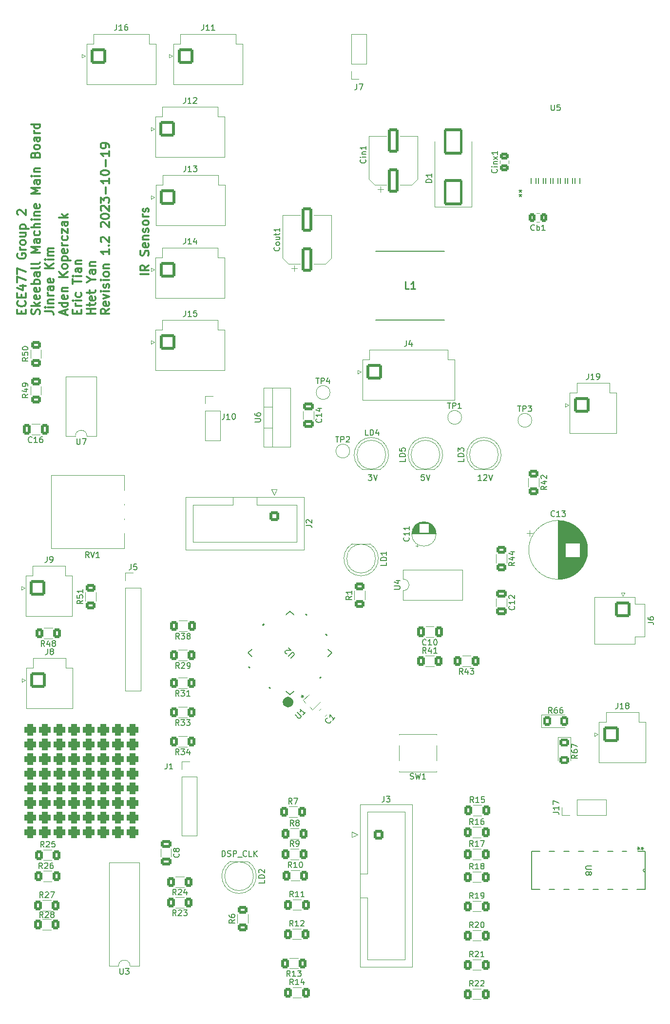
<source format=gto>
G04 #@! TF.GenerationSoftware,KiCad,Pcbnew,7.0.7*
G04 #@! TF.CreationDate,2023-10-20T13:35:02-04:00*
G04 #@! TF.ProjectId,Schematic,53636865-6d61-4746-9963-2e6b69636164,rev?*
G04 #@! TF.SameCoordinates,Original*
G04 #@! TF.FileFunction,Legend,Top*
G04 #@! TF.FilePolarity,Positive*
%FSLAX46Y46*%
G04 Gerber Fmt 4.6, Leading zero omitted, Abs format (unit mm)*
G04 Created by KiCad (PCBNEW 7.0.7) date 2023-10-20 13:35:02*
%MOMM*%
%LPD*%
G01*
G04 APERTURE LIST*
G04 Aperture macros list*
%AMRoundRect*
0 Rectangle with rounded corners*
0 $1 Rounding radius*
0 $2 $3 $4 $5 $6 $7 $8 $9 X,Y pos of 4 corners*
0 Add a 4 corners polygon primitive as box body*
4,1,4,$2,$3,$4,$5,$6,$7,$8,$9,$2,$3,0*
0 Add four circle primitives for the rounded corners*
1,1,$1+$1,$2,$3*
1,1,$1+$1,$4,$5*
1,1,$1+$1,$6,$7*
1,1,$1+$1,$8,$9*
0 Add four rect primitives between the rounded corners*
20,1,$1+$1,$2,$3,$4,$5,0*
20,1,$1+$1,$4,$5,$6,$7,0*
20,1,$1+$1,$6,$7,$8,$9,0*
20,1,$1+$1,$8,$9,$2,$3,0*%
%AMRotRect*
0 Rectangle, with rotation*
0 The origin of the aperture is its center*
0 $1 length*
0 $2 width*
0 $3 Rotation angle, in degrees counterclockwise*
0 Add horizontal line*
21,1,$1,$2,0,0,$3*%
G04 Aperture macros list end*
%ADD10C,0.300000*%
%ADD11C,0.150000*%
%ADD12C,0.254000*%
%ADD13C,0.120000*%
%ADD14C,0.200000*%
%ADD15C,0.152400*%
%ADD16C,1.800000*%
%ADD17RoundRect,0.250001X-1.099999X-1.099999X1.099999X-1.099999X1.099999X1.099999X-1.099999X1.099999X0*%
%ADD18C,2.700000*%
%ADD19RoundRect,0.250000X-0.400000X-0.625000X0.400000X-0.625000X0.400000X0.625000X-0.400000X0.625000X0*%
%ADD20C,2.000000*%
%ADD21R,1.800000X1.800000*%
%ADD22RoundRect,0.250000X-0.650000X0.412500X-0.650000X-0.412500X0.650000X-0.412500X0.650000X0.412500X0*%
%ADD23C,5.000000*%
%ADD24RotRect,0.450000X0.700000X135.000000*%
%ADD25RoundRect,0.250001X-1.099999X1.099999X-1.099999X-1.099999X1.099999X-1.099999X1.099999X1.099999X0*%
%ADD26RoundRect,0.250000X0.337500X0.475000X-0.337500X0.475000X-0.337500X-0.475000X0.337500X-0.475000X0*%
%ADD27R,1.600000X1.600000*%
%ADD28O,1.600000X1.600000*%
%ADD29RoundRect,0.250000X-0.097227X0.574524X-0.574524X0.097227X0.097227X-0.574524X0.574524X-0.097227X0*%
%ADD30R,3.650000X5.100000*%
%ADD31RoundRect,0.250000X0.625000X-0.400000X0.625000X0.400000X-0.625000X0.400000X-0.625000X-0.400000X0*%
%ADD32RoundRect,0.250000X0.400000X0.625000X-0.400000X0.625000X-0.400000X-0.625000X0.400000X-0.625000X0*%
%ADD33R,1.700000X1.700000*%
%ADD34O,1.700000X1.700000*%
%ADD35R,0.863600X2.692400*%
%ADD36R,10.414000X10.464800*%
%ADD37R,2.000000X1.905000*%
%ADD38O,2.000000X1.905000*%
%ADD39RoundRect,0.250000X0.700000X-1.825000X0.700000X1.825000X-0.700000X1.825000X-0.700000X-1.825000X0*%
%ADD40RotRect,0.279400X1.473200X225.000000*%
%ADD41RotRect,0.279400X1.473200X135.000000*%
%ADD42RoundRect,0.250000X-0.600000X-0.600000X0.600000X-0.600000X0.600000X0.600000X-0.600000X0.600000X0*%
%ADD43C,1.700000*%
%ADD44RoundRect,0.250001X-0.624999X0.462499X-0.624999X-0.462499X0.624999X-0.462499X0.624999X0.462499X0*%
%ADD45R,1.550000X1.300000*%
%ADD46RoundRect,0.250000X1.400000X-2.000000X1.400000X2.000000X-1.400000X2.000000X-1.400000X-2.000000X0*%
%ADD47RoundRect,0.250000X-1.400000X2.000000X-1.400000X-2.000000X1.400000X-2.000000X1.400000X2.000000X0*%
%ADD48RoundRect,0.250000X-0.600000X0.600000X-0.600000X-0.600000X0.600000X-0.600000X0.600000X0.600000X0*%
%ADD49RoundRect,0.500000X0.500000X0.500000X-0.500000X0.500000X-0.500000X-0.500000X0.500000X-0.500000X0*%
%ADD50RoundRect,0.250000X0.412500X0.650000X-0.412500X0.650000X-0.412500X-0.650000X0.412500X-0.650000X0*%
%ADD51R,2.000000X2.000000*%
%ADD52RoundRect,0.250001X-0.462499X-0.624999X0.462499X-0.624999X0.462499X0.624999X-0.462499X0.624999X0*%
%ADD53R,1.295400X1.295400*%
%ADD54C,1.295400*%
%ADD55RoundRect,0.250000X-0.625000X0.400000X-0.625000X-0.400000X0.625000X-0.400000X0.625000X0.400000X0*%
%ADD56R,1.200000X1.200000*%
%ADD57C,1.200000*%
%ADD58RoundRect,0.250000X0.475000X-0.337500X0.475000X0.337500X-0.475000X0.337500X-0.475000X-0.337500X0*%
%ADD59C,0.800000*%
%ADD60C,2.500000*%
%ADD61C,1.600000*%
%ADD62C,3.000000*%
G04 APERTURE END LIST*
D10*
X39135114Y-74121489D02*
X39135114Y-73621489D01*
X39920828Y-73407203D02*
X39920828Y-74121489D01*
X39920828Y-74121489D02*
X38420828Y-74121489D01*
X38420828Y-74121489D02*
X38420828Y-73407203D01*
X39777971Y-71907203D02*
X39849400Y-71978631D01*
X39849400Y-71978631D02*
X39920828Y-72192917D01*
X39920828Y-72192917D02*
X39920828Y-72335774D01*
X39920828Y-72335774D02*
X39849400Y-72550060D01*
X39849400Y-72550060D02*
X39706542Y-72692917D01*
X39706542Y-72692917D02*
X39563685Y-72764346D01*
X39563685Y-72764346D02*
X39277971Y-72835774D01*
X39277971Y-72835774D02*
X39063685Y-72835774D01*
X39063685Y-72835774D02*
X38777971Y-72764346D01*
X38777971Y-72764346D02*
X38635114Y-72692917D01*
X38635114Y-72692917D02*
X38492257Y-72550060D01*
X38492257Y-72550060D02*
X38420828Y-72335774D01*
X38420828Y-72335774D02*
X38420828Y-72192917D01*
X38420828Y-72192917D02*
X38492257Y-71978631D01*
X38492257Y-71978631D02*
X38563685Y-71907203D01*
X39135114Y-71264346D02*
X39135114Y-70764346D01*
X39920828Y-70550060D02*
X39920828Y-71264346D01*
X39920828Y-71264346D02*
X38420828Y-71264346D01*
X38420828Y-71264346D02*
X38420828Y-70550060D01*
X38920828Y-69264346D02*
X39920828Y-69264346D01*
X38349400Y-69621488D02*
X39420828Y-69978631D01*
X39420828Y-69978631D02*
X39420828Y-69050060D01*
X38420828Y-68621489D02*
X38420828Y-67621489D01*
X38420828Y-67621489D02*
X39920828Y-68264346D01*
X38420828Y-67192918D02*
X38420828Y-66192918D01*
X38420828Y-66192918D02*
X39920828Y-66835775D01*
X38492257Y-63692918D02*
X38420828Y-63835776D01*
X38420828Y-63835776D02*
X38420828Y-64050061D01*
X38420828Y-64050061D02*
X38492257Y-64264347D01*
X38492257Y-64264347D02*
X38635114Y-64407204D01*
X38635114Y-64407204D02*
X38777971Y-64478633D01*
X38777971Y-64478633D02*
X39063685Y-64550061D01*
X39063685Y-64550061D02*
X39277971Y-64550061D01*
X39277971Y-64550061D02*
X39563685Y-64478633D01*
X39563685Y-64478633D02*
X39706542Y-64407204D01*
X39706542Y-64407204D02*
X39849400Y-64264347D01*
X39849400Y-64264347D02*
X39920828Y-64050061D01*
X39920828Y-64050061D02*
X39920828Y-63907204D01*
X39920828Y-63907204D02*
X39849400Y-63692918D01*
X39849400Y-63692918D02*
X39777971Y-63621490D01*
X39777971Y-63621490D02*
X39277971Y-63621490D01*
X39277971Y-63621490D02*
X39277971Y-63907204D01*
X39920828Y-62978633D02*
X38920828Y-62978633D01*
X39206542Y-62978633D02*
X39063685Y-62907204D01*
X39063685Y-62907204D02*
X38992257Y-62835776D01*
X38992257Y-62835776D02*
X38920828Y-62692918D01*
X38920828Y-62692918D02*
X38920828Y-62550061D01*
X39920828Y-61835776D02*
X39849400Y-61978633D01*
X39849400Y-61978633D02*
X39777971Y-62050062D01*
X39777971Y-62050062D02*
X39635114Y-62121490D01*
X39635114Y-62121490D02*
X39206542Y-62121490D01*
X39206542Y-62121490D02*
X39063685Y-62050062D01*
X39063685Y-62050062D02*
X38992257Y-61978633D01*
X38992257Y-61978633D02*
X38920828Y-61835776D01*
X38920828Y-61835776D02*
X38920828Y-61621490D01*
X38920828Y-61621490D02*
X38992257Y-61478633D01*
X38992257Y-61478633D02*
X39063685Y-61407205D01*
X39063685Y-61407205D02*
X39206542Y-61335776D01*
X39206542Y-61335776D02*
X39635114Y-61335776D01*
X39635114Y-61335776D02*
X39777971Y-61407205D01*
X39777971Y-61407205D02*
X39849400Y-61478633D01*
X39849400Y-61478633D02*
X39920828Y-61621490D01*
X39920828Y-61621490D02*
X39920828Y-61835776D01*
X38920828Y-60050062D02*
X39920828Y-60050062D01*
X38920828Y-60692919D02*
X39706542Y-60692919D01*
X39706542Y-60692919D02*
X39849400Y-60621490D01*
X39849400Y-60621490D02*
X39920828Y-60478633D01*
X39920828Y-60478633D02*
X39920828Y-60264347D01*
X39920828Y-60264347D02*
X39849400Y-60121490D01*
X39849400Y-60121490D02*
X39777971Y-60050062D01*
X38920828Y-59335776D02*
X40420828Y-59335776D01*
X38992257Y-59335776D02*
X38920828Y-59192919D01*
X38920828Y-59192919D02*
X38920828Y-58907204D01*
X38920828Y-58907204D02*
X38992257Y-58764347D01*
X38992257Y-58764347D02*
X39063685Y-58692919D01*
X39063685Y-58692919D02*
X39206542Y-58621490D01*
X39206542Y-58621490D02*
X39635114Y-58621490D01*
X39635114Y-58621490D02*
X39777971Y-58692919D01*
X39777971Y-58692919D02*
X39849400Y-58764347D01*
X39849400Y-58764347D02*
X39920828Y-58907204D01*
X39920828Y-58907204D02*
X39920828Y-59192919D01*
X39920828Y-59192919D02*
X39849400Y-59335776D01*
X38563685Y-56907204D02*
X38492257Y-56835776D01*
X38492257Y-56835776D02*
X38420828Y-56692919D01*
X38420828Y-56692919D02*
X38420828Y-56335776D01*
X38420828Y-56335776D02*
X38492257Y-56192919D01*
X38492257Y-56192919D02*
X38563685Y-56121490D01*
X38563685Y-56121490D02*
X38706542Y-56050061D01*
X38706542Y-56050061D02*
X38849400Y-56050061D01*
X38849400Y-56050061D02*
X39063685Y-56121490D01*
X39063685Y-56121490D02*
X39920828Y-56978633D01*
X39920828Y-56978633D02*
X39920828Y-56050061D01*
X42264400Y-74192917D02*
X42335828Y-73978632D01*
X42335828Y-73978632D02*
X42335828Y-73621489D01*
X42335828Y-73621489D02*
X42264400Y-73478632D01*
X42264400Y-73478632D02*
X42192971Y-73407203D01*
X42192971Y-73407203D02*
X42050114Y-73335774D01*
X42050114Y-73335774D02*
X41907257Y-73335774D01*
X41907257Y-73335774D02*
X41764400Y-73407203D01*
X41764400Y-73407203D02*
X41692971Y-73478632D01*
X41692971Y-73478632D02*
X41621542Y-73621489D01*
X41621542Y-73621489D02*
X41550114Y-73907203D01*
X41550114Y-73907203D02*
X41478685Y-74050060D01*
X41478685Y-74050060D02*
X41407257Y-74121489D01*
X41407257Y-74121489D02*
X41264400Y-74192917D01*
X41264400Y-74192917D02*
X41121542Y-74192917D01*
X41121542Y-74192917D02*
X40978685Y-74121489D01*
X40978685Y-74121489D02*
X40907257Y-74050060D01*
X40907257Y-74050060D02*
X40835828Y-73907203D01*
X40835828Y-73907203D02*
X40835828Y-73550060D01*
X40835828Y-73550060D02*
X40907257Y-73335774D01*
X42335828Y-72692918D02*
X40835828Y-72692918D01*
X41764400Y-72550061D02*
X42335828Y-72121489D01*
X41335828Y-72121489D02*
X41907257Y-72692918D01*
X42264400Y-70907203D02*
X42335828Y-71050060D01*
X42335828Y-71050060D02*
X42335828Y-71335775D01*
X42335828Y-71335775D02*
X42264400Y-71478632D01*
X42264400Y-71478632D02*
X42121542Y-71550060D01*
X42121542Y-71550060D02*
X41550114Y-71550060D01*
X41550114Y-71550060D02*
X41407257Y-71478632D01*
X41407257Y-71478632D02*
X41335828Y-71335775D01*
X41335828Y-71335775D02*
X41335828Y-71050060D01*
X41335828Y-71050060D02*
X41407257Y-70907203D01*
X41407257Y-70907203D02*
X41550114Y-70835775D01*
X41550114Y-70835775D02*
X41692971Y-70835775D01*
X41692971Y-70835775D02*
X41835828Y-71550060D01*
X42264400Y-69621489D02*
X42335828Y-69764346D01*
X42335828Y-69764346D02*
X42335828Y-70050061D01*
X42335828Y-70050061D02*
X42264400Y-70192918D01*
X42264400Y-70192918D02*
X42121542Y-70264346D01*
X42121542Y-70264346D02*
X41550114Y-70264346D01*
X41550114Y-70264346D02*
X41407257Y-70192918D01*
X41407257Y-70192918D02*
X41335828Y-70050061D01*
X41335828Y-70050061D02*
X41335828Y-69764346D01*
X41335828Y-69764346D02*
X41407257Y-69621489D01*
X41407257Y-69621489D02*
X41550114Y-69550061D01*
X41550114Y-69550061D02*
X41692971Y-69550061D01*
X41692971Y-69550061D02*
X41835828Y-70264346D01*
X42335828Y-68907204D02*
X40835828Y-68907204D01*
X41407257Y-68907204D02*
X41335828Y-68764347D01*
X41335828Y-68764347D02*
X41335828Y-68478632D01*
X41335828Y-68478632D02*
X41407257Y-68335775D01*
X41407257Y-68335775D02*
X41478685Y-68264347D01*
X41478685Y-68264347D02*
X41621542Y-68192918D01*
X41621542Y-68192918D02*
X42050114Y-68192918D01*
X42050114Y-68192918D02*
X42192971Y-68264347D01*
X42192971Y-68264347D02*
X42264400Y-68335775D01*
X42264400Y-68335775D02*
X42335828Y-68478632D01*
X42335828Y-68478632D02*
X42335828Y-68764347D01*
X42335828Y-68764347D02*
X42264400Y-68907204D01*
X42335828Y-66907204D02*
X41550114Y-66907204D01*
X41550114Y-66907204D02*
X41407257Y-66978632D01*
X41407257Y-66978632D02*
X41335828Y-67121489D01*
X41335828Y-67121489D02*
X41335828Y-67407204D01*
X41335828Y-67407204D02*
X41407257Y-67550061D01*
X42264400Y-66907204D02*
X42335828Y-67050061D01*
X42335828Y-67050061D02*
X42335828Y-67407204D01*
X42335828Y-67407204D02*
X42264400Y-67550061D01*
X42264400Y-67550061D02*
X42121542Y-67621489D01*
X42121542Y-67621489D02*
X41978685Y-67621489D01*
X41978685Y-67621489D02*
X41835828Y-67550061D01*
X41835828Y-67550061D02*
X41764400Y-67407204D01*
X41764400Y-67407204D02*
X41764400Y-67050061D01*
X41764400Y-67050061D02*
X41692971Y-66907204D01*
X42335828Y-65978632D02*
X42264400Y-66121489D01*
X42264400Y-66121489D02*
X42121542Y-66192918D01*
X42121542Y-66192918D02*
X40835828Y-66192918D01*
X42335828Y-65192918D02*
X42264400Y-65335775D01*
X42264400Y-65335775D02*
X42121542Y-65407204D01*
X42121542Y-65407204D02*
X40835828Y-65407204D01*
X42335828Y-63478633D02*
X40835828Y-63478633D01*
X40835828Y-63478633D02*
X41907257Y-62978633D01*
X41907257Y-62978633D02*
X40835828Y-62478633D01*
X40835828Y-62478633D02*
X42335828Y-62478633D01*
X42335828Y-61121490D02*
X41550114Y-61121490D01*
X41550114Y-61121490D02*
X41407257Y-61192918D01*
X41407257Y-61192918D02*
X41335828Y-61335775D01*
X41335828Y-61335775D02*
X41335828Y-61621490D01*
X41335828Y-61621490D02*
X41407257Y-61764347D01*
X42264400Y-61121490D02*
X42335828Y-61264347D01*
X42335828Y-61264347D02*
X42335828Y-61621490D01*
X42335828Y-61621490D02*
X42264400Y-61764347D01*
X42264400Y-61764347D02*
X42121542Y-61835775D01*
X42121542Y-61835775D02*
X41978685Y-61835775D01*
X41978685Y-61835775D02*
X41835828Y-61764347D01*
X41835828Y-61764347D02*
X41764400Y-61621490D01*
X41764400Y-61621490D02*
X41764400Y-61264347D01*
X41764400Y-61264347D02*
X41692971Y-61121490D01*
X42264400Y-59764347D02*
X42335828Y-59907204D01*
X42335828Y-59907204D02*
X42335828Y-60192918D01*
X42335828Y-60192918D02*
X42264400Y-60335775D01*
X42264400Y-60335775D02*
X42192971Y-60407204D01*
X42192971Y-60407204D02*
X42050114Y-60478632D01*
X42050114Y-60478632D02*
X41621542Y-60478632D01*
X41621542Y-60478632D02*
X41478685Y-60407204D01*
X41478685Y-60407204D02*
X41407257Y-60335775D01*
X41407257Y-60335775D02*
X41335828Y-60192918D01*
X41335828Y-60192918D02*
X41335828Y-59907204D01*
X41335828Y-59907204D02*
X41407257Y-59764347D01*
X42335828Y-59121490D02*
X40835828Y-59121490D01*
X42335828Y-58478633D02*
X41550114Y-58478633D01*
X41550114Y-58478633D02*
X41407257Y-58550061D01*
X41407257Y-58550061D02*
X41335828Y-58692918D01*
X41335828Y-58692918D02*
X41335828Y-58907204D01*
X41335828Y-58907204D02*
X41407257Y-59050061D01*
X41407257Y-59050061D02*
X41478685Y-59121490D01*
X42335828Y-57764347D02*
X41335828Y-57764347D01*
X40835828Y-57764347D02*
X40907257Y-57835775D01*
X40907257Y-57835775D02*
X40978685Y-57764347D01*
X40978685Y-57764347D02*
X40907257Y-57692918D01*
X40907257Y-57692918D02*
X40835828Y-57764347D01*
X40835828Y-57764347D02*
X40978685Y-57764347D01*
X41335828Y-57050061D02*
X42335828Y-57050061D01*
X41478685Y-57050061D02*
X41407257Y-56978632D01*
X41407257Y-56978632D02*
X41335828Y-56835775D01*
X41335828Y-56835775D02*
X41335828Y-56621489D01*
X41335828Y-56621489D02*
X41407257Y-56478632D01*
X41407257Y-56478632D02*
X41550114Y-56407204D01*
X41550114Y-56407204D02*
X42335828Y-56407204D01*
X42264400Y-55121489D02*
X42335828Y-55264346D01*
X42335828Y-55264346D02*
X42335828Y-55550061D01*
X42335828Y-55550061D02*
X42264400Y-55692918D01*
X42264400Y-55692918D02*
X42121542Y-55764346D01*
X42121542Y-55764346D02*
X41550114Y-55764346D01*
X41550114Y-55764346D02*
X41407257Y-55692918D01*
X41407257Y-55692918D02*
X41335828Y-55550061D01*
X41335828Y-55550061D02*
X41335828Y-55264346D01*
X41335828Y-55264346D02*
X41407257Y-55121489D01*
X41407257Y-55121489D02*
X41550114Y-55050061D01*
X41550114Y-55050061D02*
X41692971Y-55050061D01*
X41692971Y-55050061D02*
X41835828Y-55764346D01*
X42335828Y-53264347D02*
X40835828Y-53264347D01*
X40835828Y-53264347D02*
X41907257Y-52764347D01*
X41907257Y-52764347D02*
X40835828Y-52264347D01*
X40835828Y-52264347D02*
X42335828Y-52264347D01*
X42335828Y-50907204D02*
X41550114Y-50907204D01*
X41550114Y-50907204D02*
X41407257Y-50978632D01*
X41407257Y-50978632D02*
X41335828Y-51121489D01*
X41335828Y-51121489D02*
X41335828Y-51407204D01*
X41335828Y-51407204D02*
X41407257Y-51550061D01*
X42264400Y-50907204D02*
X42335828Y-51050061D01*
X42335828Y-51050061D02*
X42335828Y-51407204D01*
X42335828Y-51407204D02*
X42264400Y-51550061D01*
X42264400Y-51550061D02*
X42121542Y-51621489D01*
X42121542Y-51621489D02*
X41978685Y-51621489D01*
X41978685Y-51621489D02*
X41835828Y-51550061D01*
X41835828Y-51550061D02*
X41764400Y-51407204D01*
X41764400Y-51407204D02*
X41764400Y-51050061D01*
X41764400Y-51050061D02*
X41692971Y-50907204D01*
X42335828Y-50192918D02*
X41335828Y-50192918D01*
X40835828Y-50192918D02*
X40907257Y-50264346D01*
X40907257Y-50264346D02*
X40978685Y-50192918D01*
X40978685Y-50192918D02*
X40907257Y-50121489D01*
X40907257Y-50121489D02*
X40835828Y-50192918D01*
X40835828Y-50192918D02*
X40978685Y-50192918D01*
X41335828Y-49478632D02*
X42335828Y-49478632D01*
X41478685Y-49478632D02*
X41407257Y-49407203D01*
X41407257Y-49407203D02*
X41335828Y-49264346D01*
X41335828Y-49264346D02*
X41335828Y-49050060D01*
X41335828Y-49050060D02*
X41407257Y-48907203D01*
X41407257Y-48907203D02*
X41550114Y-48835775D01*
X41550114Y-48835775D02*
X42335828Y-48835775D01*
X41550114Y-46478632D02*
X41621542Y-46264346D01*
X41621542Y-46264346D02*
X41692971Y-46192917D01*
X41692971Y-46192917D02*
X41835828Y-46121489D01*
X41835828Y-46121489D02*
X42050114Y-46121489D01*
X42050114Y-46121489D02*
X42192971Y-46192917D01*
X42192971Y-46192917D02*
X42264400Y-46264346D01*
X42264400Y-46264346D02*
X42335828Y-46407203D01*
X42335828Y-46407203D02*
X42335828Y-46978632D01*
X42335828Y-46978632D02*
X40835828Y-46978632D01*
X40835828Y-46978632D02*
X40835828Y-46478632D01*
X40835828Y-46478632D02*
X40907257Y-46335775D01*
X40907257Y-46335775D02*
X40978685Y-46264346D01*
X40978685Y-46264346D02*
X41121542Y-46192917D01*
X41121542Y-46192917D02*
X41264400Y-46192917D01*
X41264400Y-46192917D02*
X41407257Y-46264346D01*
X41407257Y-46264346D02*
X41478685Y-46335775D01*
X41478685Y-46335775D02*
X41550114Y-46478632D01*
X41550114Y-46478632D02*
X41550114Y-46978632D01*
X42335828Y-45264346D02*
X42264400Y-45407203D01*
X42264400Y-45407203D02*
X42192971Y-45478632D01*
X42192971Y-45478632D02*
X42050114Y-45550060D01*
X42050114Y-45550060D02*
X41621542Y-45550060D01*
X41621542Y-45550060D02*
X41478685Y-45478632D01*
X41478685Y-45478632D02*
X41407257Y-45407203D01*
X41407257Y-45407203D02*
X41335828Y-45264346D01*
X41335828Y-45264346D02*
X41335828Y-45050060D01*
X41335828Y-45050060D02*
X41407257Y-44907203D01*
X41407257Y-44907203D02*
X41478685Y-44835775D01*
X41478685Y-44835775D02*
X41621542Y-44764346D01*
X41621542Y-44764346D02*
X42050114Y-44764346D01*
X42050114Y-44764346D02*
X42192971Y-44835775D01*
X42192971Y-44835775D02*
X42264400Y-44907203D01*
X42264400Y-44907203D02*
X42335828Y-45050060D01*
X42335828Y-45050060D02*
X42335828Y-45264346D01*
X42335828Y-43478632D02*
X41550114Y-43478632D01*
X41550114Y-43478632D02*
X41407257Y-43550060D01*
X41407257Y-43550060D02*
X41335828Y-43692917D01*
X41335828Y-43692917D02*
X41335828Y-43978632D01*
X41335828Y-43978632D02*
X41407257Y-44121489D01*
X42264400Y-43478632D02*
X42335828Y-43621489D01*
X42335828Y-43621489D02*
X42335828Y-43978632D01*
X42335828Y-43978632D02*
X42264400Y-44121489D01*
X42264400Y-44121489D02*
X42121542Y-44192917D01*
X42121542Y-44192917D02*
X41978685Y-44192917D01*
X41978685Y-44192917D02*
X41835828Y-44121489D01*
X41835828Y-44121489D02*
X41764400Y-43978632D01*
X41764400Y-43978632D02*
X41764400Y-43621489D01*
X41764400Y-43621489D02*
X41692971Y-43478632D01*
X42335828Y-42764346D02*
X41335828Y-42764346D01*
X41621542Y-42764346D02*
X41478685Y-42692917D01*
X41478685Y-42692917D02*
X41407257Y-42621489D01*
X41407257Y-42621489D02*
X41335828Y-42478631D01*
X41335828Y-42478631D02*
X41335828Y-42335774D01*
X42335828Y-41192918D02*
X40835828Y-41192918D01*
X42264400Y-41192918D02*
X42335828Y-41335775D01*
X42335828Y-41335775D02*
X42335828Y-41621489D01*
X42335828Y-41621489D02*
X42264400Y-41764346D01*
X42264400Y-41764346D02*
X42192971Y-41835775D01*
X42192971Y-41835775D02*
X42050114Y-41907203D01*
X42050114Y-41907203D02*
X41621542Y-41907203D01*
X41621542Y-41907203D02*
X41478685Y-41835775D01*
X41478685Y-41835775D02*
X41407257Y-41764346D01*
X41407257Y-41764346D02*
X41335828Y-41621489D01*
X41335828Y-41621489D02*
X41335828Y-41335775D01*
X41335828Y-41335775D02*
X41407257Y-41192918D01*
X43250828Y-73692917D02*
X44322257Y-73692917D01*
X44322257Y-73692917D02*
X44536542Y-73764346D01*
X44536542Y-73764346D02*
X44679400Y-73907203D01*
X44679400Y-73907203D02*
X44750828Y-74121489D01*
X44750828Y-74121489D02*
X44750828Y-74264346D01*
X44750828Y-72978632D02*
X43750828Y-72978632D01*
X43250828Y-72978632D02*
X43322257Y-73050060D01*
X43322257Y-73050060D02*
X43393685Y-72978632D01*
X43393685Y-72978632D02*
X43322257Y-72907203D01*
X43322257Y-72907203D02*
X43250828Y-72978632D01*
X43250828Y-72978632D02*
X43393685Y-72978632D01*
X43750828Y-72264346D02*
X44750828Y-72264346D01*
X43893685Y-72264346D02*
X43822257Y-72192917D01*
X43822257Y-72192917D02*
X43750828Y-72050060D01*
X43750828Y-72050060D02*
X43750828Y-71835774D01*
X43750828Y-71835774D02*
X43822257Y-71692917D01*
X43822257Y-71692917D02*
X43965114Y-71621489D01*
X43965114Y-71621489D02*
X44750828Y-71621489D01*
X44750828Y-70907203D02*
X43750828Y-70907203D01*
X44036542Y-70907203D02*
X43893685Y-70835774D01*
X43893685Y-70835774D02*
X43822257Y-70764346D01*
X43822257Y-70764346D02*
X43750828Y-70621488D01*
X43750828Y-70621488D02*
X43750828Y-70478631D01*
X44750828Y-69335775D02*
X43965114Y-69335775D01*
X43965114Y-69335775D02*
X43822257Y-69407203D01*
X43822257Y-69407203D02*
X43750828Y-69550060D01*
X43750828Y-69550060D02*
X43750828Y-69835775D01*
X43750828Y-69835775D02*
X43822257Y-69978632D01*
X44679400Y-69335775D02*
X44750828Y-69478632D01*
X44750828Y-69478632D02*
X44750828Y-69835775D01*
X44750828Y-69835775D02*
X44679400Y-69978632D01*
X44679400Y-69978632D02*
X44536542Y-70050060D01*
X44536542Y-70050060D02*
X44393685Y-70050060D01*
X44393685Y-70050060D02*
X44250828Y-69978632D01*
X44250828Y-69978632D02*
X44179400Y-69835775D01*
X44179400Y-69835775D02*
X44179400Y-69478632D01*
X44179400Y-69478632D02*
X44107971Y-69335775D01*
X44679400Y-68050060D02*
X44750828Y-68192917D01*
X44750828Y-68192917D02*
X44750828Y-68478632D01*
X44750828Y-68478632D02*
X44679400Y-68621489D01*
X44679400Y-68621489D02*
X44536542Y-68692917D01*
X44536542Y-68692917D02*
X43965114Y-68692917D01*
X43965114Y-68692917D02*
X43822257Y-68621489D01*
X43822257Y-68621489D02*
X43750828Y-68478632D01*
X43750828Y-68478632D02*
X43750828Y-68192917D01*
X43750828Y-68192917D02*
X43822257Y-68050060D01*
X43822257Y-68050060D02*
X43965114Y-67978632D01*
X43965114Y-67978632D02*
X44107971Y-67978632D01*
X44107971Y-67978632D02*
X44250828Y-68692917D01*
X44750828Y-66192918D02*
X43250828Y-66192918D01*
X44750828Y-65335775D02*
X43893685Y-65978632D01*
X43250828Y-65335775D02*
X44107971Y-66192918D01*
X44750828Y-64692918D02*
X43750828Y-64692918D01*
X43250828Y-64692918D02*
X43322257Y-64764346D01*
X43322257Y-64764346D02*
X43393685Y-64692918D01*
X43393685Y-64692918D02*
X43322257Y-64621489D01*
X43322257Y-64621489D02*
X43250828Y-64692918D01*
X43250828Y-64692918D02*
X43393685Y-64692918D01*
X44750828Y-63978632D02*
X43750828Y-63978632D01*
X43893685Y-63978632D02*
X43822257Y-63907203D01*
X43822257Y-63907203D02*
X43750828Y-63764346D01*
X43750828Y-63764346D02*
X43750828Y-63550060D01*
X43750828Y-63550060D02*
X43822257Y-63407203D01*
X43822257Y-63407203D02*
X43965114Y-63335775D01*
X43965114Y-63335775D02*
X44750828Y-63335775D01*
X43965114Y-63335775D02*
X43822257Y-63264346D01*
X43822257Y-63264346D02*
X43750828Y-63121489D01*
X43750828Y-63121489D02*
X43750828Y-62907203D01*
X43750828Y-62907203D02*
X43822257Y-62764346D01*
X43822257Y-62764346D02*
X43965114Y-62692917D01*
X43965114Y-62692917D02*
X44750828Y-62692917D01*
X46737257Y-74192917D02*
X46737257Y-73478632D01*
X47165828Y-74335774D02*
X45665828Y-73835774D01*
X45665828Y-73835774D02*
X47165828Y-73335774D01*
X47165828Y-72192918D02*
X45665828Y-72192918D01*
X47094400Y-72192918D02*
X47165828Y-72335775D01*
X47165828Y-72335775D02*
X47165828Y-72621489D01*
X47165828Y-72621489D02*
X47094400Y-72764346D01*
X47094400Y-72764346D02*
X47022971Y-72835775D01*
X47022971Y-72835775D02*
X46880114Y-72907203D01*
X46880114Y-72907203D02*
X46451542Y-72907203D01*
X46451542Y-72907203D02*
X46308685Y-72835775D01*
X46308685Y-72835775D02*
X46237257Y-72764346D01*
X46237257Y-72764346D02*
X46165828Y-72621489D01*
X46165828Y-72621489D02*
X46165828Y-72335775D01*
X46165828Y-72335775D02*
X46237257Y-72192918D01*
X47094400Y-70907203D02*
X47165828Y-71050060D01*
X47165828Y-71050060D02*
X47165828Y-71335775D01*
X47165828Y-71335775D02*
X47094400Y-71478632D01*
X47094400Y-71478632D02*
X46951542Y-71550060D01*
X46951542Y-71550060D02*
X46380114Y-71550060D01*
X46380114Y-71550060D02*
X46237257Y-71478632D01*
X46237257Y-71478632D02*
X46165828Y-71335775D01*
X46165828Y-71335775D02*
X46165828Y-71050060D01*
X46165828Y-71050060D02*
X46237257Y-70907203D01*
X46237257Y-70907203D02*
X46380114Y-70835775D01*
X46380114Y-70835775D02*
X46522971Y-70835775D01*
X46522971Y-70835775D02*
X46665828Y-71550060D01*
X46165828Y-70192918D02*
X47165828Y-70192918D01*
X46308685Y-70192918D02*
X46237257Y-70121489D01*
X46237257Y-70121489D02*
X46165828Y-69978632D01*
X46165828Y-69978632D02*
X46165828Y-69764346D01*
X46165828Y-69764346D02*
X46237257Y-69621489D01*
X46237257Y-69621489D02*
X46380114Y-69550061D01*
X46380114Y-69550061D02*
X47165828Y-69550061D01*
X47165828Y-67692918D02*
X45665828Y-67692918D01*
X47165828Y-66835775D02*
X46308685Y-67478632D01*
X45665828Y-66835775D02*
X46522971Y-67692918D01*
X47165828Y-65978632D02*
X47094400Y-66121489D01*
X47094400Y-66121489D02*
X47022971Y-66192918D01*
X47022971Y-66192918D02*
X46880114Y-66264346D01*
X46880114Y-66264346D02*
X46451542Y-66264346D01*
X46451542Y-66264346D02*
X46308685Y-66192918D01*
X46308685Y-66192918D02*
X46237257Y-66121489D01*
X46237257Y-66121489D02*
X46165828Y-65978632D01*
X46165828Y-65978632D02*
X46165828Y-65764346D01*
X46165828Y-65764346D02*
X46237257Y-65621489D01*
X46237257Y-65621489D02*
X46308685Y-65550061D01*
X46308685Y-65550061D02*
X46451542Y-65478632D01*
X46451542Y-65478632D02*
X46880114Y-65478632D01*
X46880114Y-65478632D02*
X47022971Y-65550061D01*
X47022971Y-65550061D02*
X47094400Y-65621489D01*
X47094400Y-65621489D02*
X47165828Y-65764346D01*
X47165828Y-65764346D02*
X47165828Y-65978632D01*
X46165828Y-64835775D02*
X47665828Y-64835775D01*
X46237257Y-64835775D02*
X46165828Y-64692918D01*
X46165828Y-64692918D02*
X46165828Y-64407203D01*
X46165828Y-64407203D02*
X46237257Y-64264346D01*
X46237257Y-64264346D02*
X46308685Y-64192918D01*
X46308685Y-64192918D02*
X46451542Y-64121489D01*
X46451542Y-64121489D02*
X46880114Y-64121489D01*
X46880114Y-64121489D02*
X47022971Y-64192918D01*
X47022971Y-64192918D02*
X47094400Y-64264346D01*
X47094400Y-64264346D02*
X47165828Y-64407203D01*
X47165828Y-64407203D02*
X47165828Y-64692918D01*
X47165828Y-64692918D02*
X47094400Y-64835775D01*
X47094400Y-62907203D02*
X47165828Y-63050060D01*
X47165828Y-63050060D02*
X47165828Y-63335775D01*
X47165828Y-63335775D02*
X47094400Y-63478632D01*
X47094400Y-63478632D02*
X46951542Y-63550060D01*
X46951542Y-63550060D02*
X46380114Y-63550060D01*
X46380114Y-63550060D02*
X46237257Y-63478632D01*
X46237257Y-63478632D02*
X46165828Y-63335775D01*
X46165828Y-63335775D02*
X46165828Y-63050060D01*
X46165828Y-63050060D02*
X46237257Y-62907203D01*
X46237257Y-62907203D02*
X46380114Y-62835775D01*
X46380114Y-62835775D02*
X46522971Y-62835775D01*
X46522971Y-62835775D02*
X46665828Y-63550060D01*
X47165828Y-62192918D02*
X46165828Y-62192918D01*
X46451542Y-62192918D02*
X46308685Y-62121489D01*
X46308685Y-62121489D02*
X46237257Y-62050061D01*
X46237257Y-62050061D02*
X46165828Y-61907203D01*
X46165828Y-61907203D02*
X46165828Y-61764346D01*
X47094400Y-60621490D02*
X47165828Y-60764347D01*
X47165828Y-60764347D02*
X47165828Y-61050061D01*
X47165828Y-61050061D02*
X47094400Y-61192918D01*
X47094400Y-61192918D02*
X47022971Y-61264347D01*
X47022971Y-61264347D02*
X46880114Y-61335775D01*
X46880114Y-61335775D02*
X46451542Y-61335775D01*
X46451542Y-61335775D02*
X46308685Y-61264347D01*
X46308685Y-61264347D02*
X46237257Y-61192918D01*
X46237257Y-61192918D02*
X46165828Y-61050061D01*
X46165828Y-61050061D02*
X46165828Y-60764347D01*
X46165828Y-60764347D02*
X46237257Y-60621490D01*
X46165828Y-60121490D02*
X46165828Y-59335776D01*
X46165828Y-59335776D02*
X47165828Y-60121490D01*
X47165828Y-60121490D02*
X47165828Y-59335776D01*
X47165828Y-58121490D02*
X46380114Y-58121490D01*
X46380114Y-58121490D02*
X46237257Y-58192918D01*
X46237257Y-58192918D02*
X46165828Y-58335775D01*
X46165828Y-58335775D02*
X46165828Y-58621490D01*
X46165828Y-58621490D02*
X46237257Y-58764347D01*
X47094400Y-58121490D02*
X47165828Y-58264347D01*
X47165828Y-58264347D02*
X47165828Y-58621490D01*
X47165828Y-58621490D02*
X47094400Y-58764347D01*
X47094400Y-58764347D02*
X46951542Y-58835775D01*
X46951542Y-58835775D02*
X46808685Y-58835775D01*
X46808685Y-58835775D02*
X46665828Y-58764347D01*
X46665828Y-58764347D02*
X46594400Y-58621490D01*
X46594400Y-58621490D02*
X46594400Y-58264347D01*
X46594400Y-58264347D02*
X46522971Y-58121490D01*
X47165828Y-57407204D02*
X45665828Y-57407204D01*
X46594400Y-57264347D02*
X47165828Y-56835775D01*
X46165828Y-56835775D02*
X46737257Y-57407204D01*
X48795114Y-74121489D02*
X48795114Y-73621489D01*
X49580828Y-73407203D02*
X49580828Y-74121489D01*
X49580828Y-74121489D02*
X48080828Y-74121489D01*
X48080828Y-74121489D02*
X48080828Y-73407203D01*
X49580828Y-72764346D02*
X48580828Y-72764346D01*
X48866542Y-72764346D02*
X48723685Y-72692917D01*
X48723685Y-72692917D02*
X48652257Y-72621489D01*
X48652257Y-72621489D02*
X48580828Y-72478631D01*
X48580828Y-72478631D02*
X48580828Y-72335774D01*
X49580828Y-71835775D02*
X48580828Y-71835775D01*
X48080828Y-71835775D02*
X48152257Y-71907203D01*
X48152257Y-71907203D02*
X48223685Y-71835775D01*
X48223685Y-71835775D02*
X48152257Y-71764346D01*
X48152257Y-71764346D02*
X48080828Y-71835775D01*
X48080828Y-71835775D02*
X48223685Y-71835775D01*
X49509400Y-70478632D02*
X49580828Y-70621489D01*
X49580828Y-70621489D02*
X49580828Y-70907203D01*
X49580828Y-70907203D02*
X49509400Y-71050060D01*
X49509400Y-71050060D02*
X49437971Y-71121489D01*
X49437971Y-71121489D02*
X49295114Y-71192917D01*
X49295114Y-71192917D02*
X48866542Y-71192917D01*
X48866542Y-71192917D02*
X48723685Y-71121489D01*
X48723685Y-71121489D02*
X48652257Y-71050060D01*
X48652257Y-71050060D02*
X48580828Y-70907203D01*
X48580828Y-70907203D02*
X48580828Y-70621489D01*
X48580828Y-70621489D02*
X48652257Y-70478632D01*
X48080828Y-68907203D02*
X48080828Y-68050061D01*
X49580828Y-68478632D02*
X48080828Y-68478632D01*
X49580828Y-67550061D02*
X48580828Y-67550061D01*
X48080828Y-67550061D02*
X48152257Y-67621489D01*
X48152257Y-67621489D02*
X48223685Y-67550061D01*
X48223685Y-67550061D02*
X48152257Y-67478632D01*
X48152257Y-67478632D02*
X48080828Y-67550061D01*
X48080828Y-67550061D02*
X48223685Y-67550061D01*
X49580828Y-66192918D02*
X48795114Y-66192918D01*
X48795114Y-66192918D02*
X48652257Y-66264346D01*
X48652257Y-66264346D02*
X48580828Y-66407203D01*
X48580828Y-66407203D02*
X48580828Y-66692918D01*
X48580828Y-66692918D02*
X48652257Y-66835775D01*
X49509400Y-66192918D02*
X49580828Y-66335775D01*
X49580828Y-66335775D02*
X49580828Y-66692918D01*
X49580828Y-66692918D02*
X49509400Y-66835775D01*
X49509400Y-66835775D02*
X49366542Y-66907203D01*
X49366542Y-66907203D02*
X49223685Y-66907203D01*
X49223685Y-66907203D02*
X49080828Y-66835775D01*
X49080828Y-66835775D02*
X49009400Y-66692918D01*
X49009400Y-66692918D02*
X49009400Y-66335775D01*
X49009400Y-66335775D02*
X48937971Y-66192918D01*
X48580828Y-65478632D02*
X49580828Y-65478632D01*
X48723685Y-65478632D02*
X48652257Y-65407203D01*
X48652257Y-65407203D02*
X48580828Y-65264346D01*
X48580828Y-65264346D02*
X48580828Y-65050060D01*
X48580828Y-65050060D02*
X48652257Y-64907203D01*
X48652257Y-64907203D02*
X48795114Y-64835775D01*
X48795114Y-64835775D02*
X49580828Y-64835775D01*
X51995828Y-74121489D02*
X50495828Y-74121489D01*
X51210114Y-74121489D02*
X51210114Y-73264346D01*
X51995828Y-73264346D02*
X50495828Y-73264346D01*
X50995828Y-72764345D02*
X50995828Y-72192917D01*
X50495828Y-72550060D02*
X51781542Y-72550060D01*
X51781542Y-72550060D02*
X51924400Y-72478631D01*
X51924400Y-72478631D02*
X51995828Y-72335774D01*
X51995828Y-72335774D02*
X51995828Y-72192917D01*
X51924400Y-71121488D02*
X51995828Y-71264345D01*
X51995828Y-71264345D02*
X51995828Y-71550060D01*
X51995828Y-71550060D02*
X51924400Y-71692917D01*
X51924400Y-71692917D02*
X51781542Y-71764345D01*
X51781542Y-71764345D02*
X51210114Y-71764345D01*
X51210114Y-71764345D02*
X51067257Y-71692917D01*
X51067257Y-71692917D02*
X50995828Y-71550060D01*
X50995828Y-71550060D02*
X50995828Y-71264345D01*
X50995828Y-71264345D02*
X51067257Y-71121488D01*
X51067257Y-71121488D02*
X51210114Y-71050060D01*
X51210114Y-71050060D02*
X51352971Y-71050060D01*
X51352971Y-71050060D02*
X51495828Y-71764345D01*
X50995828Y-70621488D02*
X50995828Y-70050060D01*
X50495828Y-70407203D02*
X51781542Y-70407203D01*
X51781542Y-70407203D02*
X51924400Y-70335774D01*
X51924400Y-70335774D02*
X51995828Y-70192917D01*
X51995828Y-70192917D02*
X51995828Y-70050060D01*
X51281542Y-68121488D02*
X51995828Y-68121488D01*
X50495828Y-68621488D02*
X51281542Y-68121488D01*
X51281542Y-68121488D02*
X50495828Y-67621488D01*
X51995828Y-66478632D02*
X51210114Y-66478632D01*
X51210114Y-66478632D02*
X51067257Y-66550060D01*
X51067257Y-66550060D02*
X50995828Y-66692917D01*
X50995828Y-66692917D02*
X50995828Y-66978632D01*
X50995828Y-66978632D02*
X51067257Y-67121489D01*
X51924400Y-66478632D02*
X51995828Y-66621489D01*
X51995828Y-66621489D02*
X51995828Y-66978632D01*
X51995828Y-66978632D02*
X51924400Y-67121489D01*
X51924400Y-67121489D02*
X51781542Y-67192917D01*
X51781542Y-67192917D02*
X51638685Y-67192917D01*
X51638685Y-67192917D02*
X51495828Y-67121489D01*
X51495828Y-67121489D02*
X51424400Y-66978632D01*
X51424400Y-66978632D02*
X51424400Y-66621489D01*
X51424400Y-66621489D02*
X51352971Y-66478632D01*
X50995828Y-65764346D02*
X51995828Y-65764346D01*
X51138685Y-65764346D02*
X51067257Y-65692917D01*
X51067257Y-65692917D02*
X50995828Y-65550060D01*
X50995828Y-65550060D02*
X50995828Y-65335774D01*
X50995828Y-65335774D02*
X51067257Y-65192917D01*
X51067257Y-65192917D02*
X51210114Y-65121489D01*
X51210114Y-65121489D02*
X51995828Y-65121489D01*
X54410828Y-73264346D02*
X53696542Y-73764346D01*
X54410828Y-74121489D02*
X52910828Y-74121489D01*
X52910828Y-74121489D02*
X52910828Y-73550060D01*
X52910828Y-73550060D02*
X52982257Y-73407203D01*
X52982257Y-73407203D02*
X53053685Y-73335774D01*
X53053685Y-73335774D02*
X53196542Y-73264346D01*
X53196542Y-73264346D02*
X53410828Y-73264346D01*
X53410828Y-73264346D02*
X53553685Y-73335774D01*
X53553685Y-73335774D02*
X53625114Y-73407203D01*
X53625114Y-73407203D02*
X53696542Y-73550060D01*
X53696542Y-73550060D02*
X53696542Y-74121489D01*
X54339400Y-72050060D02*
X54410828Y-72192917D01*
X54410828Y-72192917D02*
X54410828Y-72478632D01*
X54410828Y-72478632D02*
X54339400Y-72621489D01*
X54339400Y-72621489D02*
X54196542Y-72692917D01*
X54196542Y-72692917D02*
X53625114Y-72692917D01*
X53625114Y-72692917D02*
X53482257Y-72621489D01*
X53482257Y-72621489D02*
X53410828Y-72478632D01*
X53410828Y-72478632D02*
X53410828Y-72192917D01*
X53410828Y-72192917D02*
X53482257Y-72050060D01*
X53482257Y-72050060D02*
X53625114Y-71978632D01*
X53625114Y-71978632D02*
X53767971Y-71978632D01*
X53767971Y-71978632D02*
X53910828Y-72692917D01*
X53410828Y-71478632D02*
X54410828Y-71121489D01*
X54410828Y-71121489D02*
X53410828Y-70764346D01*
X54410828Y-70192918D02*
X53410828Y-70192918D01*
X52910828Y-70192918D02*
X52982257Y-70264346D01*
X52982257Y-70264346D02*
X53053685Y-70192918D01*
X53053685Y-70192918D02*
X52982257Y-70121489D01*
X52982257Y-70121489D02*
X52910828Y-70192918D01*
X52910828Y-70192918D02*
X53053685Y-70192918D01*
X54339400Y-69550060D02*
X54410828Y-69407203D01*
X54410828Y-69407203D02*
X54410828Y-69121489D01*
X54410828Y-69121489D02*
X54339400Y-68978632D01*
X54339400Y-68978632D02*
X54196542Y-68907203D01*
X54196542Y-68907203D02*
X54125114Y-68907203D01*
X54125114Y-68907203D02*
X53982257Y-68978632D01*
X53982257Y-68978632D02*
X53910828Y-69121489D01*
X53910828Y-69121489D02*
X53910828Y-69335775D01*
X53910828Y-69335775D02*
X53839400Y-69478632D01*
X53839400Y-69478632D02*
X53696542Y-69550060D01*
X53696542Y-69550060D02*
X53625114Y-69550060D01*
X53625114Y-69550060D02*
X53482257Y-69478632D01*
X53482257Y-69478632D02*
X53410828Y-69335775D01*
X53410828Y-69335775D02*
X53410828Y-69121489D01*
X53410828Y-69121489D02*
X53482257Y-68978632D01*
X54410828Y-68264346D02*
X53410828Y-68264346D01*
X52910828Y-68264346D02*
X52982257Y-68335774D01*
X52982257Y-68335774D02*
X53053685Y-68264346D01*
X53053685Y-68264346D02*
X52982257Y-68192917D01*
X52982257Y-68192917D02*
X52910828Y-68264346D01*
X52910828Y-68264346D02*
X53053685Y-68264346D01*
X54410828Y-67335774D02*
X54339400Y-67478631D01*
X54339400Y-67478631D02*
X54267971Y-67550060D01*
X54267971Y-67550060D02*
X54125114Y-67621488D01*
X54125114Y-67621488D02*
X53696542Y-67621488D01*
X53696542Y-67621488D02*
X53553685Y-67550060D01*
X53553685Y-67550060D02*
X53482257Y-67478631D01*
X53482257Y-67478631D02*
X53410828Y-67335774D01*
X53410828Y-67335774D02*
X53410828Y-67121488D01*
X53410828Y-67121488D02*
X53482257Y-66978631D01*
X53482257Y-66978631D02*
X53553685Y-66907203D01*
X53553685Y-66907203D02*
X53696542Y-66835774D01*
X53696542Y-66835774D02*
X54125114Y-66835774D01*
X54125114Y-66835774D02*
X54267971Y-66907203D01*
X54267971Y-66907203D02*
X54339400Y-66978631D01*
X54339400Y-66978631D02*
X54410828Y-67121488D01*
X54410828Y-67121488D02*
X54410828Y-67335774D01*
X53410828Y-66192917D02*
X54410828Y-66192917D01*
X53553685Y-66192917D02*
X53482257Y-66121488D01*
X53482257Y-66121488D02*
X53410828Y-65978631D01*
X53410828Y-65978631D02*
X53410828Y-65764345D01*
X53410828Y-65764345D02*
X53482257Y-65621488D01*
X53482257Y-65621488D02*
X53625114Y-65550060D01*
X53625114Y-65550060D02*
X54410828Y-65550060D01*
X54410828Y-62907202D02*
X54410828Y-63764345D01*
X54410828Y-63335774D02*
X52910828Y-63335774D01*
X52910828Y-63335774D02*
X53125114Y-63478631D01*
X53125114Y-63478631D02*
X53267971Y-63621488D01*
X53267971Y-63621488D02*
X53339400Y-63764345D01*
X54267971Y-62264346D02*
X54339400Y-62192917D01*
X54339400Y-62192917D02*
X54410828Y-62264346D01*
X54410828Y-62264346D02*
X54339400Y-62335774D01*
X54339400Y-62335774D02*
X54267971Y-62264346D01*
X54267971Y-62264346D02*
X54410828Y-62264346D01*
X53053685Y-61621488D02*
X52982257Y-61550060D01*
X52982257Y-61550060D02*
X52910828Y-61407203D01*
X52910828Y-61407203D02*
X52910828Y-61050060D01*
X52910828Y-61050060D02*
X52982257Y-60907203D01*
X52982257Y-60907203D02*
X53053685Y-60835774D01*
X53053685Y-60835774D02*
X53196542Y-60764345D01*
X53196542Y-60764345D02*
X53339400Y-60764345D01*
X53339400Y-60764345D02*
X53553685Y-60835774D01*
X53553685Y-60835774D02*
X54410828Y-61692917D01*
X54410828Y-61692917D02*
X54410828Y-60764345D01*
X53053685Y-59050060D02*
X52982257Y-58978632D01*
X52982257Y-58978632D02*
X52910828Y-58835775D01*
X52910828Y-58835775D02*
X52910828Y-58478632D01*
X52910828Y-58478632D02*
X52982257Y-58335775D01*
X52982257Y-58335775D02*
X53053685Y-58264346D01*
X53053685Y-58264346D02*
X53196542Y-58192917D01*
X53196542Y-58192917D02*
X53339400Y-58192917D01*
X53339400Y-58192917D02*
X53553685Y-58264346D01*
X53553685Y-58264346D02*
X54410828Y-59121489D01*
X54410828Y-59121489D02*
X54410828Y-58192917D01*
X52910828Y-57264346D02*
X52910828Y-57121489D01*
X52910828Y-57121489D02*
X52982257Y-56978632D01*
X52982257Y-56978632D02*
X53053685Y-56907204D01*
X53053685Y-56907204D02*
X53196542Y-56835775D01*
X53196542Y-56835775D02*
X53482257Y-56764346D01*
X53482257Y-56764346D02*
X53839400Y-56764346D01*
X53839400Y-56764346D02*
X54125114Y-56835775D01*
X54125114Y-56835775D02*
X54267971Y-56907204D01*
X54267971Y-56907204D02*
X54339400Y-56978632D01*
X54339400Y-56978632D02*
X54410828Y-57121489D01*
X54410828Y-57121489D02*
X54410828Y-57264346D01*
X54410828Y-57264346D02*
X54339400Y-57407204D01*
X54339400Y-57407204D02*
X54267971Y-57478632D01*
X54267971Y-57478632D02*
X54125114Y-57550061D01*
X54125114Y-57550061D02*
X53839400Y-57621489D01*
X53839400Y-57621489D02*
X53482257Y-57621489D01*
X53482257Y-57621489D02*
X53196542Y-57550061D01*
X53196542Y-57550061D02*
X53053685Y-57478632D01*
X53053685Y-57478632D02*
X52982257Y-57407204D01*
X52982257Y-57407204D02*
X52910828Y-57264346D01*
X53053685Y-56192918D02*
X52982257Y-56121490D01*
X52982257Y-56121490D02*
X52910828Y-55978633D01*
X52910828Y-55978633D02*
X52910828Y-55621490D01*
X52910828Y-55621490D02*
X52982257Y-55478633D01*
X52982257Y-55478633D02*
X53053685Y-55407204D01*
X53053685Y-55407204D02*
X53196542Y-55335775D01*
X53196542Y-55335775D02*
X53339400Y-55335775D01*
X53339400Y-55335775D02*
X53553685Y-55407204D01*
X53553685Y-55407204D02*
X54410828Y-56264347D01*
X54410828Y-56264347D02*
X54410828Y-55335775D01*
X52910828Y-54835776D02*
X52910828Y-53907204D01*
X52910828Y-53907204D02*
X53482257Y-54407204D01*
X53482257Y-54407204D02*
X53482257Y-54192919D01*
X53482257Y-54192919D02*
X53553685Y-54050062D01*
X53553685Y-54050062D02*
X53625114Y-53978633D01*
X53625114Y-53978633D02*
X53767971Y-53907204D01*
X53767971Y-53907204D02*
X54125114Y-53907204D01*
X54125114Y-53907204D02*
X54267971Y-53978633D01*
X54267971Y-53978633D02*
X54339400Y-54050062D01*
X54339400Y-54050062D02*
X54410828Y-54192919D01*
X54410828Y-54192919D02*
X54410828Y-54621490D01*
X54410828Y-54621490D02*
X54339400Y-54764347D01*
X54339400Y-54764347D02*
X54267971Y-54835776D01*
X53839400Y-53264348D02*
X53839400Y-52121491D01*
X54410828Y-50621490D02*
X54410828Y-51478633D01*
X54410828Y-51050062D02*
X52910828Y-51050062D01*
X52910828Y-51050062D02*
X53125114Y-51192919D01*
X53125114Y-51192919D02*
X53267971Y-51335776D01*
X53267971Y-51335776D02*
X53339400Y-51478633D01*
X52910828Y-49692919D02*
X52910828Y-49550062D01*
X52910828Y-49550062D02*
X52982257Y-49407205D01*
X52982257Y-49407205D02*
X53053685Y-49335777D01*
X53053685Y-49335777D02*
X53196542Y-49264348D01*
X53196542Y-49264348D02*
X53482257Y-49192919D01*
X53482257Y-49192919D02*
X53839400Y-49192919D01*
X53839400Y-49192919D02*
X54125114Y-49264348D01*
X54125114Y-49264348D02*
X54267971Y-49335777D01*
X54267971Y-49335777D02*
X54339400Y-49407205D01*
X54339400Y-49407205D02*
X54410828Y-49550062D01*
X54410828Y-49550062D02*
X54410828Y-49692919D01*
X54410828Y-49692919D02*
X54339400Y-49835777D01*
X54339400Y-49835777D02*
X54267971Y-49907205D01*
X54267971Y-49907205D02*
X54125114Y-49978634D01*
X54125114Y-49978634D02*
X53839400Y-50050062D01*
X53839400Y-50050062D02*
X53482257Y-50050062D01*
X53482257Y-50050062D02*
X53196542Y-49978634D01*
X53196542Y-49978634D02*
X53053685Y-49907205D01*
X53053685Y-49907205D02*
X52982257Y-49835777D01*
X52982257Y-49835777D02*
X52910828Y-49692919D01*
X53839400Y-48550063D02*
X53839400Y-47407206D01*
X54410828Y-45907205D02*
X54410828Y-46764348D01*
X54410828Y-46335777D02*
X52910828Y-46335777D01*
X52910828Y-46335777D02*
X53125114Y-46478634D01*
X53125114Y-46478634D02*
X53267971Y-46621491D01*
X53267971Y-46621491D02*
X53339400Y-46764348D01*
X54410828Y-45192920D02*
X54410828Y-44907206D01*
X54410828Y-44907206D02*
X54339400Y-44764349D01*
X54339400Y-44764349D02*
X54267971Y-44692920D01*
X54267971Y-44692920D02*
X54053685Y-44550063D01*
X54053685Y-44550063D02*
X53767971Y-44478634D01*
X53767971Y-44478634D02*
X53196542Y-44478634D01*
X53196542Y-44478634D02*
X53053685Y-44550063D01*
X53053685Y-44550063D02*
X52982257Y-44621492D01*
X52982257Y-44621492D02*
X52910828Y-44764349D01*
X52910828Y-44764349D02*
X52910828Y-45050063D01*
X52910828Y-45050063D02*
X52982257Y-45192920D01*
X52982257Y-45192920D02*
X53053685Y-45264349D01*
X53053685Y-45264349D02*
X53196542Y-45335777D01*
X53196542Y-45335777D02*
X53553685Y-45335777D01*
X53553685Y-45335777D02*
X53696542Y-45264349D01*
X53696542Y-45264349D02*
X53767971Y-45192920D01*
X53767971Y-45192920D02*
X53839400Y-45050063D01*
X53839400Y-45050063D02*
X53839400Y-44764349D01*
X53839400Y-44764349D02*
X53767971Y-44621492D01*
X53767971Y-44621492D02*
X53696542Y-44550063D01*
X53696542Y-44550063D02*
X53553685Y-44478634D01*
D11*
X119097588Y-102993819D02*
X118526160Y-102993819D01*
X118811874Y-102993819D02*
X118811874Y-101993819D01*
X118811874Y-101993819D02*
X118716636Y-102136676D01*
X118716636Y-102136676D02*
X118621398Y-102231914D01*
X118621398Y-102231914D02*
X118526160Y-102279533D01*
X119478541Y-102089057D02*
X119526160Y-102041438D01*
X119526160Y-102041438D02*
X119621398Y-101993819D01*
X119621398Y-101993819D02*
X119859493Y-101993819D01*
X119859493Y-101993819D02*
X119954731Y-102041438D01*
X119954731Y-102041438D02*
X120002350Y-102089057D01*
X120002350Y-102089057D02*
X120049969Y-102184295D01*
X120049969Y-102184295D02*
X120049969Y-102279533D01*
X120049969Y-102279533D02*
X120002350Y-102422390D01*
X120002350Y-102422390D02*
X119430922Y-102993819D01*
X119430922Y-102993819D02*
X120049969Y-102993819D01*
X120335684Y-101993819D02*
X120669017Y-102993819D01*
X120669017Y-102993819D02*
X121002350Y-101993819D01*
D10*
X61268828Y-67263489D02*
X59768828Y-67263489D01*
X61268828Y-65692060D02*
X60554542Y-66192060D01*
X61268828Y-66549203D02*
X59768828Y-66549203D01*
X59768828Y-66549203D02*
X59768828Y-65977774D01*
X59768828Y-65977774D02*
X59840257Y-65834917D01*
X59840257Y-65834917D02*
X59911685Y-65763488D01*
X59911685Y-65763488D02*
X60054542Y-65692060D01*
X60054542Y-65692060D02*
X60268828Y-65692060D01*
X60268828Y-65692060D02*
X60411685Y-65763488D01*
X60411685Y-65763488D02*
X60483114Y-65834917D01*
X60483114Y-65834917D02*
X60554542Y-65977774D01*
X60554542Y-65977774D02*
X60554542Y-66549203D01*
X61197400Y-63977774D02*
X61268828Y-63763489D01*
X61268828Y-63763489D02*
X61268828Y-63406346D01*
X61268828Y-63406346D02*
X61197400Y-63263489D01*
X61197400Y-63263489D02*
X61125971Y-63192060D01*
X61125971Y-63192060D02*
X60983114Y-63120631D01*
X60983114Y-63120631D02*
X60840257Y-63120631D01*
X60840257Y-63120631D02*
X60697400Y-63192060D01*
X60697400Y-63192060D02*
X60625971Y-63263489D01*
X60625971Y-63263489D02*
X60554542Y-63406346D01*
X60554542Y-63406346D02*
X60483114Y-63692060D01*
X60483114Y-63692060D02*
X60411685Y-63834917D01*
X60411685Y-63834917D02*
X60340257Y-63906346D01*
X60340257Y-63906346D02*
X60197400Y-63977774D01*
X60197400Y-63977774D02*
X60054542Y-63977774D01*
X60054542Y-63977774D02*
X59911685Y-63906346D01*
X59911685Y-63906346D02*
X59840257Y-63834917D01*
X59840257Y-63834917D02*
X59768828Y-63692060D01*
X59768828Y-63692060D02*
X59768828Y-63334917D01*
X59768828Y-63334917D02*
X59840257Y-63120631D01*
X61197400Y-61906346D02*
X61268828Y-62049203D01*
X61268828Y-62049203D02*
X61268828Y-62334918D01*
X61268828Y-62334918D02*
X61197400Y-62477775D01*
X61197400Y-62477775D02*
X61054542Y-62549203D01*
X61054542Y-62549203D02*
X60483114Y-62549203D01*
X60483114Y-62549203D02*
X60340257Y-62477775D01*
X60340257Y-62477775D02*
X60268828Y-62334918D01*
X60268828Y-62334918D02*
X60268828Y-62049203D01*
X60268828Y-62049203D02*
X60340257Y-61906346D01*
X60340257Y-61906346D02*
X60483114Y-61834918D01*
X60483114Y-61834918D02*
X60625971Y-61834918D01*
X60625971Y-61834918D02*
X60768828Y-62549203D01*
X60268828Y-61192061D02*
X61268828Y-61192061D01*
X60411685Y-61192061D02*
X60340257Y-61120632D01*
X60340257Y-61120632D02*
X60268828Y-60977775D01*
X60268828Y-60977775D02*
X60268828Y-60763489D01*
X60268828Y-60763489D02*
X60340257Y-60620632D01*
X60340257Y-60620632D02*
X60483114Y-60549204D01*
X60483114Y-60549204D02*
X61268828Y-60549204D01*
X61197400Y-59906346D02*
X61268828Y-59763489D01*
X61268828Y-59763489D02*
X61268828Y-59477775D01*
X61268828Y-59477775D02*
X61197400Y-59334918D01*
X61197400Y-59334918D02*
X61054542Y-59263489D01*
X61054542Y-59263489D02*
X60983114Y-59263489D01*
X60983114Y-59263489D02*
X60840257Y-59334918D01*
X60840257Y-59334918D02*
X60768828Y-59477775D01*
X60768828Y-59477775D02*
X60768828Y-59692061D01*
X60768828Y-59692061D02*
X60697400Y-59834918D01*
X60697400Y-59834918D02*
X60554542Y-59906346D01*
X60554542Y-59906346D02*
X60483114Y-59906346D01*
X60483114Y-59906346D02*
X60340257Y-59834918D01*
X60340257Y-59834918D02*
X60268828Y-59692061D01*
X60268828Y-59692061D02*
X60268828Y-59477775D01*
X60268828Y-59477775D02*
X60340257Y-59334918D01*
X61268828Y-58406346D02*
X61197400Y-58549203D01*
X61197400Y-58549203D02*
X61125971Y-58620632D01*
X61125971Y-58620632D02*
X60983114Y-58692060D01*
X60983114Y-58692060D02*
X60554542Y-58692060D01*
X60554542Y-58692060D02*
X60411685Y-58620632D01*
X60411685Y-58620632D02*
X60340257Y-58549203D01*
X60340257Y-58549203D02*
X60268828Y-58406346D01*
X60268828Y-58406346D02*
X60268828Y-58192060D01*
X60268828Y-58192060D02*
X60340257Y-58049203D01*
X60340257Y-58049203D02*
X60411685Y-57977775D01*
X60411685Y-57977775D02*
X60554542Y-57906346D01*
X60554542Y-57906346D02*
X60983114Y-57906346D01*
X60983114Y-57906346D02*
X61125971Y-57977775D01*
X61125971Y-57977775D02*
X61197400Y-58049203D01*
X61197400Y-58049203D02*
X61268828Y-58192060D01*
X61268828Y-58192060D02*
X61268828Y-58406346D01*
X61268828Y-57263489D02*
X60268828Y-57263489D01*
X60554542Y-57263489D02*
X60411685Y-57192060D01*
X60411685Y-57192060D02*
X60340257Y-57120632D01*
X60340257Y-57120632D02*
X60268828Y-56977774D01*
X60268828Y-56977774D02*
X60268828Y-56834917D01*
X61197400Y-56406346D02*
X61268828Y-56263489D01*
X61268828Y-56263489D02*
X61268828Y-55977775D01*
X61268828Y-55977775D02*
X61197400Y-55834918D01*
X61197400Y-55834918D02*
X61054542Y-55763489D01*
X61054542Y-55763489D02*
X60983114Y-55763489D01*
X60983114Y-55763489D02*
X60840257Y-55834918D01*
X60840257Y-55834918D02*
X60768828Y-55977775D01*
X60768828Y-55977775D02*
X60768828Y-56192061D01*
X60768828Y-56192061D02*
X60697400Y-56334918D01*
X60697400Y-56334918D02*
X60554542Y-56406346D01*
X60554542Y-56406346D02*
X60483114Y-56406346D01*
X60483114Y-56406346D02*
X60340257Y-56334918D01*
X60340257Y-56334918D02*
X60268828Y-56192061D01*
X60268828Y-56192061D02*
X60268828Y-55977775D01*
X60268828Y-55977775D02*
X60340257Y-55834918D01*
D11*
X109143969Y-101993819D02*
X108667779Y-101993819D01*
X108667779Y-101993819D02*
X108620160Y-102470009D01*
X108620160Y-102470009D02*
X108667779Y-102422390D01*
X108667779Y-102422390D02*
X108763017Y-102374771D01*
X108763017Y-102374771D02*
X109001112Y-102374771D01*
X109001112Y-102374771D02*
X109096350Y-102422390D01*
X109096350Y-102422390D02*
X109143969Y-102470009D01*
X109143969Y-102470009D02*
X109191588Y-102565247D01*
X109191588Y-102565247D02*
X109191588Y-102803342D01*
X109191588Y-102803342D02*
X109143969Y-102898580D01*
X109143969Y-102898580D02*
X109096350Y-102946200D01*
X109096350Y-102946200D02*
X109001112Y-102993819D01*
X109001112Y-102993819D02*
X108763017Y-102993819D01*
X108763017Y-102993819D02*
X108667779Y-102946200D01*
X108667779Y-102946200D02*
X108620160Y-102898580D01*
X109477303Y-101993819D02*
X109810636Y-102993819D01*
X109810636Y-102993819D02*
X110143969Y-101993819D01*
X73996779Y-168271819D02*
X73996779Y-167271819D01*
X73996779Y-167271819D02*
X74234874Y-167271819D01*
X74234874Y-167271819D02*
X74377731Y-167319438D01*
X74377731Y-167319438D02*
X74472969Y-167414676D01*
X74472969Y-167414676D02*
X74520588Y-167509914D01*
X74520588Y-167509914D02*
X74568207Y-167700390D01*
X74568207Y-167700390D02*
X74568207Y-167843247D01*
X74568207Y-167843247D02*
X74520588Y-168033723D01*
X74520588Y-168033723D02*
X74472969Y-168128961D01*
X74472969Y-168128961D02*
X74377731Y-168224200D01*
X74377731Y-168224200D02*
X74234874Y-168271819D01*
X74234874Y-168271819D02*
X73996779Y-168271819D01*
X74949160Y-168224200D02*
X75092017Y-168271819D01*
X75092017Y-168271819D02*
X75330112Y-168271819D01*
X75330112Y-168271819D02*
X75425350Y-168224200D01*
X75425350Y-168224200D02*
X75472969Y-168176580D01*
X75472969Y-168176580D02*
X75520588Y-168081342D01*
X75520588Y-168081342D02*
X75520588Y-167986104D01*
X75520588Y-167986104D02*
X75472969Y-167890866D01*
X75472969Y-167890866D02*
X75425350Y-167843247D01*
X75425350Y-167843247D02*
X75330112Y-167795628D01*
X75330112Y-167795628D02*
X75139636Y-167748009D01*
X75139636Y-167748009D02*
X75044398Y-167700390D01*
X75044398Y-167700390D02*
X74996779Y-167652771D01*
X74996779Y-167652771D02*
X74949160Y-167557533D01*
X74949160Y-167557533D02*
X74949160Y-167462295D01*
X74949160Y-167462295D02*
X74996779Y-167367057D01*
X74996779Y-167367057D02*
X75044398Y-167319438D01*
X75044398Y-167319438D02*
X75139636Y-167271819D01*
X75139636Y-167271819D02*
X75377731Y-167271819D01*
X75377731Y-167271819D02*
X75520588Y-167319438D01*
X75949160Y-168271819D02*
X75949160Y-167271819D01*
X75949160Y-167271819D02*
X76330112Y-167271819D01*
X76330112Y-167271819D02*
X76425350Y-167319438D01*
X76425350Y-167319438D02*
X76472969Y-167367057D01*
X76472969Y-167367057D02*
X76520588Y-167462295D01*
X76520588Y-167462295D02*
X76520588Y-167605152D01*
X76520588Y-167605152D02*
X76472969Y-167700390D01*
X76472969Y-167700390D02*
X76425350Y-167748009D01*
X76425350Y-167748009D02*
X76330112Y-167795628D01*
X76330112Y-167795628D02*
X75949160Y-167795628D01*
X76711065Y-168367057D02*
X77472969Y-168367057D01*
X78282493Y-168176580D02*
X78234874Y-168224200D01*
X78234874Y-168224200D02*
X78092017Y-168271819D01*
X78092017Y-168271819D02*
X77996779Y-168271819D01*
X77996779Y-168271819D02*
X77853922Y-168224200D01*
X77853922Y-168224200D02*
X77758684Y-168128961D01*
X77758684Y-168128961D02*
X77711065Y-168033723D01*
X77711065Y-168033723D02*
X77663446Y-167843247D01*
X77663446Y-167843247D02*
X77663446Y-167700390D01*
X77663446Y-167700390D02*
X77711065Y-167509914D01*
X77711065Y-167509914D02*
X77758684Y-167414676D01*
X77758684Y-167414676D02*
X77853922Y-167319438D01*
X77853922Y-167319438D02*
X77996779Y-167271819D01*
X77996779Y-167271819D02*
X78092017Y-167271819D01*
X78092017Y-167271819D02*
X78234874Y-167319438D01*
X78234874Y-167319438D02*
X78282493Y-167367057D01*
X79187255Y-168271819D02*
X78711065Y-168271819D01*
X78711065Y-168271819D02*
X78711065Y-167271819D01*
X79520589Y-168271819D02*
X79520589Y-167271819D01*
X80092017Y-168271819D02*
X79663446Y-167700390D01*
X80092017Y-167271819D02*
X79520589Y-167843247D01*
X99428541Y-101993819D02*
X100047588Y-101993819D01*
X100047588Y-101993819D02*
X99714255Y-102374771D01*
X99714255Y-102374771D02*
X99857112Y-102374771D01*
X99857112Y-102374771D02*
X99952350Y-102422390D01*
X99952350Y-102422390D02*
X99999969Y-102470009D01*
X99999969Y-102470009D02*
X100047588Y-102565247D01*
X100047588Y-102565247D02*
X100047588Y-102803342D01*
X100047588Y-102803342D02*
X99999969Y-102898580D01*
X99999969Y-102898580D02*
X99952350Y-102946200D01*
X99952350Y-102946200D02*
X99857112Y-102993819D01*
X99857112Y-102993819D02*
X99571398Y-102993819D01*
X99571398Y-102993819D02*
X99476160Y-102946200D01*
X99476160Y-102946200D02*
X99428541Y-102898580D01*
X100333303Y-101993819D02*
X100666636Y-102993819D01*
X100666636Y-102993819D02*
X100999969Y-101993819D01*
X50887761Y-116412819D02*
X50554428Y-115936628D01*
X50316333Y-116412819D02*
X50316333Y-115412819D01*
X50316333Y-115412819D02*
X50697285Y-115412819D01*
X50697285Y-115412819D02*
X50792523Y-115460438D01*
X50792523Y-115460438D02*
X50840142Y-115508057D01*
X50840142Y-115508057D02*
X50887761Y-115603295D01*
X50887761Y-115603295D02*
X50887761Y-115746152D01*
X50887761Y-115746152D02*
X50840142Y-115841390D01*
X50840142Y-115841390D02*
X50792523Y-115889009D01*
X50792523Y-115889009D02*
X50697285Y-115936628D01*
X50697285Y-115936628D02*
X50316333Y-115936628D01*
X51173476Y-115412819D02*
X51506809Y-116412819D01*
X51506809Y-116412819D02*
X51840142Y-115412819D01*
X52697285Y-116412819D02*
X52125857Y-116412819D01*
X52411571Y-116412819D02*
X52411571Y-115412819D01*
X52411571Y-115412819D02*
X52316333Y-115555676D01*
X52316333Y-115555676D02*
X52221095Y-115650914D01*
X52221095Y-115650914D02*
X52125857Y-115698533D01*
X70795476Y-23891819D02*
X70795476Y-24606104D01*
X70795476Y-24606104D02*
X70747857Y-24748961D01*
X70747857Y-24748961D02*
X70652619Y-24844200D01*
X70652619Y-24844200D02*
X70509762Y-24891819D01*
X70509762Y-24891819D02*
X70414524Y-24891819D01*
X71795476Y-24891819D02*
X71224048Y-24891819D01*
X71509762Y-24891819D02*
X71509762Y-23891819D01*
X71509762Y-23891819D02*
X71414524Y-24034676D01*
X71414524Y-24034676D02*
X71319286Y-24129914D01*
X71319286Y-24129914D02*
X71224048Y-24177533D01*
X72747857Y-24891819D02*
X72176429Y-24891819D01*
X72462143Y-24891819D02*
X72462143Y-23891819D01*
X72462143Y-23891819D02*
X72366905Y-24034676D01*
X72366905Y-24034676D02*
X72271667Y-24129914D01*
X72271667Y-24129914D02*
X72176429Y-24177533D01*
X86447333Y-166528819D02*
X86114000Y-166052628D01*
X85875905Y-166528819D02*
X85875905Y-165528819D01*
X85875905Y-165528819D02*
X86256857Y-165528819D01*
X86256857Y-165528819D02*
X86352095Y-165576438D01*
X86352095Y-165576438D02*
X86399714Y-165624057D01*
X86399714Y-165624057D02*
X86447333Y-165719295D01*
X86447333Y-165719295D02*
X86447333Y-165862152D01*
X86447333Y-165862152D02*
X86399714Y-165957390D01*
X86399714Y-165957390D02*
X86352095Y-166005009D01*
X86352095Y-166005009D02*
X86256857Y-166052628D01*
X86256857Y-166052628D02*
X85875905Y-166052628D01*
X86923524Y-166528819D02*
X87114000Y-166528819D01*
X87114000Y-166528819D02*
X87209238Y-166481200D01*
X87209238Y-166481200D02*
X87256857Y-166433580D01*
X87256857Y-166433580D02*
X87352095Y-166290723D01*
X87352095Y-166290723D02*
X87399714Y-166100247D01*
X87399714Y-166100247D02*
X87399714Y-165719295D01*
X87399714Y-165719295D02*
X87352095Y-165624057D01*
X87352095Y-165624057D02*
X87304476Y-165576438D01*
X87304476Y-165576438D02*
X87209238Y-165528819D01*
X87209238Y-165528819D02*
X87018762Y-165528819D01*
X87018762Y-165528819D02*
X86923524Y-165576438D01*
X86923524Y-165576438D02*
X86875905Y-165624057D01*
X86875905Y-165624057D02*
X86828286Y-165719295D01*
X86828286Y-165719295D02*
X86828286Y-165957390D01*
X86828286Y-165957390D02*
X86875905Y-166052628D01*
X86875905Y-166052628D02*
X86923524Y-166100247D01*
X86923524Y-166100247D02*
X87018762Y-166147866D01*
X87018762Y-166147866D02*
X87209238Y-166147866D01*
X87209238Y-166147866D02*
X87304476Y-166100247D01*
X87304476Y-166100247D02*
X87352095Y-166052628D01*
X87352095Y-166052628D02*
X87399714Y-165957390D01*
X113165095Y-89531819D02*
X113736523Y-89531819D01*
X113450809Y-90531819D02*
X113450809Y-89531819D01*
X114069857Y-90531819D02*
X114069857Y-89531819D01*
X114069857Y-89531819D02*
X114450809Y-89531819D01*
X114450809Y-89531819D02*
X114546047Y-89579438D01*
X114546047Y-89579438D02*
X114593666Y-89627057D01*
X114593666Y-89627057D02*
X114641285Y-89722295D01*
X114641285Y-89722295D02*
X114641285Y-89865152D01*
X114641285Y-89865152D02*
X114593666Y-89960390D01*
X114593666Y-89960390D02*
X114546047Y-90008009D01*
X114546047Y-90008009D02*
X114450809Y-90055628D01*
X114450809Y-90055628D02*
X114069857Y-90055628D01*
X115593666Y-90531819D02*
X115022238Y-90531819D01*
X115307952Y-90531819D02*
X115307952Y-89531819D01*
X115307952Y-89531819D02*
X115212714Y-89674676D01*
X115212714Y-89674676D02*
X115117476Y-89769914D01*
X115117476Y-89769914D02*
X115022238Y-89817533D01*
X116001819Y-99218666D02*
X116001819Y-99694856D01*
X116001819Y-99694856D02*
X115001819Y-99694856D01*
X116001819Y-98885332D02*
X115001819Y-98885332D01*
X115001819Y-98885332D02*
X115001819Y-98647237D01*
X115001819Y-98647237D02*
X115049438Y-98504380D01*
X115049438Y-98504380D02*
X115144676Y-98409142D01*
X115144676Y-98409142D02*
X115239914Y-98361523D01*
X115239914Y-98361523D02*
X115430390Y-98313904D01*
X115430390Y-98313904D02*
X115573247Y-98313904D01*
X115573247Y-98313904D02*
X115763723Y-98361523D01*
X115763723Y-98361523D02*
X115858961Y-98409142D01*
X115858961Y-98409142D02*
X115954200Y-98504380D01*
X115954200Y-98504380D02*
X116001819Y-98647237D01*
X116001819Y-98647237D02*
X116001819Y-98885332D01*
X115001819Y-97980570D02*
X115001819Y-97361523D01*
X115001819Y-97361523D02*
X115382771Y-97694856D01*
X115382771Y-97694856D02*
X115382771Y-97551999D01*
X115382771Y-97551999D02*
X115430390Y-97456761D01*
X115430390Y-97456761D02*
X115478009Y-97409142D01*
X115478009Y-97409142D02*
X115573247Y-97361523D01*
X115573247Y-97361523D02*
X115811342Y-97361523D01*
X115811342Y-97361523D02*
X115906580Y-97409142D01*
X115906580Y-97409142D02*
X115954200Y-97456761D01*
X115954200Y-97456761D02*
X116001819Y-97551999D01*
X116001819Y-97551999D02*
X116001819Y-97837713D01*
X116001819Y-97837713D02*
X115954200Y-97932951D01*
X115954200Y-97932951D02*
X115906580Y-97980570D01*
X106061166Y-78713819D02*
X106061166Y-79428104D01*
X106061166Y-79428104D02*
X106013547Y-79570961D01*
X106013547Y-79570961D02*
X105918309Y-79666200D01*
X105918309Y-79666200D02*
X105775452Y-79713819D01*
X105775452Y-79713819D02*
X105680214Y-79713819D01*
X106965928Y-79047152D02*
X106965928Y-79713819D01*
X106727833Y-78666200D02*
X106489738Y-79380485D01*
X106489738Y-79380485D02*
X107108785Y-79380485D01*
X43704166Y-132222819D02*
X43704166Y-132937104D01*
X43704166Y-132937104D02*
X43656547Y-133079961D01*
X43656547Y-133079961D02*
X43561309Y-133175200D01*
X43561309Y-133175200D02*
X43418452Y-133222819D01*
X43418452Y-133222819D02*
X43323214Y-133222819D01*
X44323214Y-132651390D02*
X44227976Y-132603771D01*
X44227976Y-132603771D02*
X44180357Y-132556152D01*
X44180357Y-132556152D02*
X44132738Y-132460914D01*
X44132738Y-132460914D02*
X44132738Y-132413295D01*
X44132738Y-132413295D02*
X44180357Y-132318057D01*
X44180357Y-132318057D02*
X44227976Y-132270438D01*
X44227976Y-132270438D02*
X44323214Y-132222819D01*
X44323214Y-132222819D02*
X44513690Y-132222819D01*
X44513690Y-132222819D02*
X44608928Y-132270438D01*
X44608928Y-132270438D02*
X44656547Y-132318057D01*
X44656547Y-132318057D02*
X44704166Y-132413295D01*
X44704166Y-132413295D02*
X44704166Y-132460914D01*
X44704166Y-132460914D02*
X44656547Y-132556152D01*
X44656547Y-132556152D02*
X44608928Y-132603771D01*
X44608928Y-132603771D02*
X44513690Y-132651390D01*
X44513690Y-132651390D02*
X44323214Y-132651390D01*
X44323214Y-132651390D02*
X44227976Y-132699009D01*
X44227976Y-132699009D02*
X44180357Y-132746628D01*
X44180357Y-132746628D02*
X44132738Y-132841866D01*
X44132738Y-132841866D02*
X44132738Y-133032342D01*
X44132738Y-133032342D02*
X44180357Y-133127580D01*
X44180357Y-133127580D02*
X44227976Y-133175200D01*
X44227976Y-133175200D02*
X44323214Y-133222819D01*
X44323214Y-133222819D02*
X44513690Y-133222819D01*
X44513690Y-133222819D02*
X44608928Y-133175200D01*
X44608928Y-133175200D02*
X44656547Y-133127580D01*
X44656547Y-133127580D02*
X44704166Y-133032342D01*
X44704166Y-133032342D02*
X44704166Y-132841866D01*
X44704166Y-132841866D02*
X44656547Y-132746628D01*
X44656547Y-132746628D02*
X44608928Y-132699009D01*
X44608928Y-132699009D02*
X44513690Y-132651390D01*
X124764580Y-124848857D02*
X124812200Y-124896476D01*
X124812200Y-124896476D02*
X124859819Y-125039333D01*
X124859819Y-125039333D02*
X124859819Y-125134571D01*
X124859819Y-125134571D02*
X124812200Y-125277428D01*
X124812200Y-125277428D02*
X124716961Y-125372666D01*
X124716961Y-125372666D02*
X124621723Y-125420285D01*
X124621723Y-125420285D02*
X124431247Y-125467904D01*
X124431247Y-125467904D02*
X124288390Y-125467904D01*
X124288390Y-125467904D02*
X124097914Y-125420285D01*
X124097914Y-125420285D02*
X124002676Y-125372666D01*
X124002676Y-125372666D02*
X123907438Y-125277428D01*
X123907438Y-125277428D02*
X123859819Y-125134571D01*
X123859819Y-125134571D02*
X123859819Y-125039333D01*
X123859819Y-125039333D02*
X123907438Y-124896476D01*
X123907438Y-124896476D02*
X123955057Y-124848857D01*
X124859819Y-123896476D02*
X124859819Y-124467904D01*
X124859819Y-124182190D02*
X123859819Y-124182190D01*
X123859819Y-124182190D02*
X124002676Y-124277428D01*
X124002676Y-124277428D02*
X124097914Y-124372666D01*
X124097914Y-124372666D02*
X124145533Y-124467904D01*
X123955057Y-123515523D02*
X123907438Y-123467904D01*
X123907438Y-123467904D02*
X123859819Y-123372666D01*
X123859819Y-123372666D02*
X123859819Y-123134571D01*
X123859819Y-123134571D02*
X123907438Y-123039333D01*
X123907438Y-123039333D02*
X123955057Y-122991714D01*
X123955057Y-122991714D02*
X124050295Y-122944095D01*
X124050295Y-122944095D02*
X124145533Y-122944095D01*
X124145533Y-122944095D02*
X124288390Y-122991714D01*
X124288390Y-122991714D02*
X124859819Y-123563142D01*
X124859819Y-123563142D02*
X124859819Y-122944095D01*
X117620142Y-166528819D02*
X117286809Y-166052628D01*
X117048714Y-166528819D02*
X117048714Y-165528819D01*
X117048714Y-165528819D02*
X117429666Y-165528819D01*
X117429666Y-165528819D02*
X117524904Y-165576438D01*
X117524904Y-165576438D02*
X117572523Y-165624057D01*
X117572523Y-165624057D02*
X117620142Y-165719295D01*
X117620142Y-165719295D02*
X117620142Y-165862152D01*
X117620142Y-165862152D02*
X117572523Y-165957390D01*
X117572523Y-165957390D02*
X117524904Y-166005009D01*
X117524904Y-166005009D02*
X117429666Y-166052628D01*
X117429666Y-166052628D02*
X117048714Y-166052628D01*
X118572523Y-166528819D02*
X118001095Y-166528819D01*
X118286809Y-166528819D02*
X118286809Y-165528819D01*
X118286809Y-165528819D02*
X118191571Y-165671676D01*
X118191571Y-165671676D02*
X118096333Y-165766914D01*
X118096333Y-165766914D02*
X118001095Y-165814533D01*
X118905857Y-165528819D02*
X119572523Y-165528819D01*
X119572523Y-165528819D02*
X119143952Y-166528819D01*
X86705750Y-143663246D02*
X87278170Y-144235666D01*
X87278170Y-144235666D02*
X87379185Y-144269338D01*
X87379185Y-144269338D02*
X87446529Y-144269338D01*
X87446529Y-144269338D02*
X87547544Y-144235666D01*
X87547544Y-144235666D02*
X87682231Y-144100979D01*
X87682231Y-144100979D02*
X87715903Y-143999964D01*
X87715903Y-143999964D02*
X87715903Y-143932620D01*
X87715903Y-143932620D02*
X87682231Y-143831605D01*
X87682231Y-143831605D02*
X87109811Y-143259185D01*
X88524025Y-143259185D02*
X88119964Y-143663246D01*
X88321994Y-143461216D02*
X87614888Y-142754109D01*
X87614888Y-142754109D02*
X87648559Y-142922468D01*
X87648559Y-142922468D02*
X87648559Y-143057155D01*
X87648559Y-143057155D02*
X87614888Y-143158170D01*
X147991819Y-127662333D02*
X148706104Y-127662333D01*
X148706104Y-127662333D02*
X148848961Y-127709952D01*
X148848961Y-127709952D02*
X148944200Y-127805190D01*
X148944200Y-127805190D02*
X148991819Y-127948047D01*
X148991819Y-127948047D02*
X148991819Y-128043285D01*
X147991819Y-126757571D02*
X147991819Y-126948047D01*
X147991819Y-126948047D02*
X148039438Y-127043285D01*
X148039438Y-127043285D02*
X148087057Y-127090904D01*
X148087057Y-127090904D02*
X148229914Y-127186142D01*
X148229914Y-127186142D02*
X148420390Y-127233761D01*
X148420390Y-127233761D02*
X148801342Y-127233761D01*
X148801342Y-127233761D02*
X148896580Y-127186142D01*
X148896580Y-127186142D02*
X148944200Y-127138523D01*
X148944200Y-127138523D02*
X148991819Y-127043285D01*
X148991819Y-127043285D02*
X148991819Y-126852809D01*
X148991819Y-126852809D02*
X148944200Y-126757571D01*
X148944200Y-126757571D02*
X148896580Y-126709952D01*
X148896580Y-126709952D02*
X148801342Y-126662333D01*
X148801342Y-126662333D02*
X148563247Y-126662333D01*
X148563247Y-126662333D02*
X148468009Y-126709952D01*
X148468009Y-126709952D02*
X148420390Y-126757571D01*
X148420390Y-126757571D02*
X148372771Y-126852809D01*
X148372771Y-126852809D02*
X148372771Y-127043285D01*
X148372771Y-127043285D02*
X148420390Y-127138523D01*
X148420390Y-127138523D02*
X148468009Y-127186142D01*
X148468009Y-127186142D02*
X148563247Y-127233761D01*
X128285952Y-59541580D02*
X128238333Y-59589200D01*
X128238333Y-59589200D02*
X128095476Y-59636819D01*
X128095476Y-59636819D02*
X128000238Y-59636819D01*
X128000238Y-59636819D02*
X127857381Y-59589200D01*
X127857381Y-59589200D02*
X127762143Y-59493961D01*
X127762143Y-59493961D02*
X127714524Y-59398723D01*
X127714524Y-59398723D02*
X127666905Y-59208247D01*
X127666905Y-59208247D02*
X127666905Y-59065390D01*
X127666905Y-59065390D02*
X127714524Y-58874914D01*
X127714524Y-58874914D02*
X127762143Y-58779676D01*
X127762143Y-58779676D02*
X127857381Y-58684438D01*
X127857381Y-58684438D02*
X128000238Y-58636819D01*
X128000238Y-58636819D02*
X128095476Y-58636819D01*
X128095476Y-58636819D02*
X128238333Y-58684438D01*
X128238333Y-58684438D02*
X128285952Y-58732057D01*
X128714524Y-59636819D02*
X128714524Y-58636819D01*
X128714524Y-59017771D02*
X128809762Y-58970152D01*
X128809762Y-58970152D02*
X129000238Y-58970152D01*
X129000238Y-58970152D02*
X129095476Y-59017771D01*
X129095476Y-59017771D02*
X129143095Y-59065390D01*
X129143095Y-59065390D02*
X129190714Y-59160628D01*
X129190714Y-59160628D02*
X129190714Y-59446342D01*
X129190714Y-59446342D02*
X129143095Y-59541580D01*
X129143095Y-59541580D02*
X129095476Y-59589200D01*
X129095476Y-59589200D02*
X129000238Y-59636819D01*
X129000238Y-59636819D02*
X128809762Y-59636819D01*
X128809762Y-59636819D02*
X128714524Y-59589200D01*
X130143095Y-59636819D02*
X129571667Y-59636819D01*
X129857381Y-59636819D02*
X129857381Y-58636819D01*
X129857381Y-58636819D02*
X129762143Y-58779676D01*
X129762143Y-58779676D02*
X129666905Y-58874914D01*
X129666905Y-58874914D02*
X129571667Y-58922533D01*
X103941819Y-121909904D02*
X104751342Y-121909904D01*
X104751342Y-121909904D02*
X104846580Y-121862285D01*
X104846580Y-121862285D02*
X104894200Y-121814666D01*
X104894200Y-121814666D02*
X104941819Y-121719428D01*
X104941819Y-121719428D02*
X104941819Y-121528952D01*
X104941819Y-121528952D02*
X104894200Y-121433714D01*
X104894200Y-121433714D02*
X104846580Y-121386095D01*
X104846580Y-121386095D02*
X104751342Y-121338476D01*
X104751342Y-121338476D02*
X103941819Y-121338476D01*
X104275152Y-120433714D02*
X104941819Y-120433714D01*
X103894200Y-120671809D02*
X104608485Y-120909904D01*
X104608485Y-120909904D02*
X104608485Y-120290857D01*
X92891350Y-144816051D02*
X92891350Y-144883395D01*
X92891350Y-144883395D02*
X92824006Y-145018082D01*
X92824006Y-145018082D02*
X92756663Y-145085425D01*
X92756663Y-145085425D02*
X92621976Y-145152769D01*
X92621976Y-145152769D02*
X92487289Y-145152769D01*
X92487289Y-145152769D02*
X92386274Y-145119097D01*
X92386274Y-145119097D02*
X92217915Y-145018082D01*
X92217915Y-145018082D02*
X92116900Y-144917067D01*
X92116900Y-144917067D02*
X92015884Y-144748708D01*
X92015884Y-144748708D02*
X91982213Y-144647693D01*
X91982213Y-144647693D02*
X91982213Y-144513006D01*
X91982213Y-144513006D02*
X92049556Y-144378319D01*
X92049556Y-144378319D02*
X92116900Y-144310975D01*
X92116900Y-144310975D02*
X92251587Y-144243632D01*
X92251587Y-144243632D02*
X92318930Y-144243632D01*
X93632128Y-144209960D02*
X93228067Y-144614021D01*
X93430098Y-144411990D02*
X92722991Y-143704884D01*
X92722991Y-143704884D02*
X92756663Y-143873242D01*
X92756663Y-143873242D02*
X92756663Y-144007929D01*
X92756663Y-144007929D02*
X92722991Y-144108945D01*
D12*
X106468333Y-69789318D02*
X105863571Y-69789318D01*
X105863571Y-69789318D02*
X105863571Y-68519318D01*
X107556905Y-69789318D02*
X106831190Y-69789318D01*
X107194047Y-69789318D02*
X107194047Y-68519318D01*
X107194047Y-68519318D02*
X107073095Y-68700746D01*
X107073095Y-68700746D02*
X106952143Y-68821699D01*
X106952143Y-68821699D02*
X106831190Y-68882175D01*
D11*
X49815819Y-123832857D02*
X49339628Y-124166190D01*
X49815819Y-124404285D02*
X48815819Y-124404285D01*
X48815819Y-124404285D02*
X48815819Y-124023333D01*
X48815819Y-124023333D02*
X48863438Y-123928095D01*
X48863438Y-123928095D02*
X48911057Y-123880476D01*
X48911057Y-123880476D02*
X49006295Y-123832857D01*
X49006295Y-123832857D02*
X49149152Y-123832857D01*
X49149152Y-123832857D02*
X49244390Y-123880476D01*
X49244390Y-123880476D02*
X49292009Y-123928095D01*
X49292009Y-123928095D02*
X49339628Y-124023333D01*
X49339628Y-124023333D02*
X49339628Y-124404285D01*
X48815819Y-122928095D02*
X48815819Y-123404285D01*
X48815819Y-123404285D02*
X49292009Y-123451904D01*
X49292009Y-123451904D02*
X49244390Y-123404285D01*
X49244390Y-123404285D02*
X49196771Y-123309047D01*
X49196771Y-123309047D02*
X49196771Y-123070952D01*
X49196771Y-123070952D02*
X49244390Y-122975714D01*
X49244390Y-122975714D02*
X49292009Y-122928095D01*
X49292009Y-122928095D02*
X49387247Y-122880476D01*
X49387247Y-122880476D02*
X49625342Y-122880476D01*
X49625342Y-122880476D02*
X49720580Y-122928095D01*
X49720580Y-122928095D02*
X49768200Y-122975714D01*
X49768200Y-122975714D02*
X49815819Y-123070952D01*
X49815819Y-123070952D02*
X49815819Y-123309047D01*
X49815819Y-123309047D02*
X49768200Y-123404285D01*
X49768200Y-123404285D02*
X49720580Y-123451904D01*
X49815819Y-121928095D02*
X49815819Y-122499523D01*
X49815819Y-122213809D02*
X48815819Y-122213809D01*
X48815819Y-122213809D02*
X48958676Y-122309047D01*
X48958676Y-122309047D02*
X49053914Y-122404285D01*
X49053914Y-122404285D02*
X49101533Y-122499523D01*
X66540142Y-140450819D02*
X66206809Y-139974628D01*
X65968714Y-140450819D02*
X65968714Y-139450819D01*
X65968714Y-139450819D02*
X66349666Y-139450819D01*
X66349666Y-139450819D02*
X66444904Y-139498438D01*
X66444904Y-139498438D02*
X66492523Y-139546057D01*
X66492523Y-139546057D02*
X66540142Y-139641295D01*
X66540142Y-139641295D02*
X66540142Y-139784152D01*
X66540142Y-139784152D02*
X66492523Y-139879390D01*
X66492523Y-139879390D02*
X66444904Y-139927009D01*
X66444904Y-139927009D02*
X66349666Y-139974628D01*
X66349666Y-139974628D02*
X65968714Y-139974628D01*
X66873476Y-139450819D02*
X67492523Y-139450819D01*
X67492523Y-139450819D02*
X67159190Y-139831771D01*
X67159190Y-139831771D02*
X67302047Y-139831771D01*
X67302047Y-139831771D02*
X67397285Y-139879390D01*
X67397285Y-139879390D02*
X67444904Y-139927009D01*
X67444904Y-139927009D02*
X67492523Y-140022247D01*
X67492523Y-140022247D02*
X67492523Y-140260342D01*
X67492523Y-140260342D02*
X67444904Y-140355580D01*
X67444904Y-140355580D02*
X67397285Y-140403200D01*
X67397285Y-140403200D02*
X67302047Y-140450819D01*
X67302047Y-140450819D02*
X67016333Y-140450819D01*
X67016333Y-140450819D02*
X66921095Y-140403200D01*
X66921095Y-140403200D02*
X66873476Y-140355580D01*
X68444904Y-140450819D02*
X67873476Y-140450819D01*
X68159190Y-140450819D02*
X68159190Y-139450819D01*
X68159190Y-139450819D02*
X68063952Y-139593676D01*
X68063952Y-139593676D02*
X67968714Y-139688914D01*
X67968714Y-139688914D02*
X67873476Y-139736533D01*
X74374476Y-91417819D02*
X74374476Y-92132104D01*
X74374476Y-92132104D02*
X74326857Y-92274961D01*
X74326857Y-92274961D02*
X74231619Y-92370200D01*
X74231619Y-92370200D02*
X74088762Y-92417819D01*
X74088762Y-92417819D02*
X73993524Y-92417819D01*
X75374476Y-92417819D02*
X74803048Y-92417819D01*
X75088762Y-92417819D02*
X75088762Y-91417819D01*
X75088762Y-91417819D02*
X74993524Y-91560676D01*
X74993524Y-91560676D02*
X74898286Y-91655914D01*
X74898286Y-91655914D02*
X74803048Y-91703533D01*
X75993524Y-91417819D02*
X76088762Y-91417819D01*
X76088762Y-91417819D02*
X76184000Y-91465438D01*
X76184000Y-91465438D02*
X76231619Y-91513057D01*
X76231619Y-91513057D02*
X76279238Y-91608295D01*
X76279238Y-91608295D02*
X76326857Y-91798771D01*
X76326857Y-91798771D02*
X76326857Y-92036866D01*
X76326857Y-92036866D02*
X76279238Y-92227342D01*
X76279238Y-92227342D02*
X76231619Y-92322580D01*
X76231619Y-92322580D02*
X76184000Y-92370200D01*
X76184000Y-92370200D02*
X76088762Y-92417819D01*
X76088762Y-92417819D02*
X75993524Y-92417819D01*
X75993524Y-92417819D02*
X75898286Y-92370200D01*
X75898286Y-92370200D02*
X75850667Y-92322580D01*
X75850667Y-92322580D02*
X75803048Y-92227342D01*
X75803048Y-92227342D02*
X75755429Y-92036866D01*
X75755429Y-92036866D02*
X75755429Y-91798771D01*
X75755429Y-91798771D02*
X75803048Y-91608295D01*
X75803048Y-91608295D02*
X75850667Y-91513057D01*
X75850667Y-91513057D02*
X75898286Y-91465438D01*
X75898286Y-91465438D02*
X75993524Y-91417819D01*
X131191095Y-37808819D02*
X131191095Y-38618342D01*
X131191095Y-38618342D02*
X131238714Y-38713580D01*
X131238714Y-38713580D02*
X131286333Y-38761200D01*
X131286333Y-38761200D02*
X131381571Y-38808819D01*
X131381571Y-38808819D02*
X131572047Y-38808819D01*
X131572047Y-38808819D02*
X131667285Y-38761200D01*
X131667285Y-38761200D02*
X131714904Y-38713580D01*
X131714904Y-38713580D02*
X131762523Y-38618342D01*
X131762523Y-38618342D02*
X131762523Y-37808819D01*
X132714904Y-37808819D02*
X132238714Y-37808819D01*
X132238714Y-37808819D02*
X132191095Y-38285009D01*
X132191095Y-38285009D02*
X132238714Y-38237390D01*
X132238714Y-38237390D02*
X132333952Y-38189771D01*
X132333952Y-38189771D02*
X132572047Y-38189771D01*
X132572047Y-38189771D02*
X132667285Y-38237390D01*
X132667285Y-38237390D02*
X132714904Y-38285009D01*
X132714904Y-38285009D02*
X132762523Y-38380247D01*
X132762523Y-38380247D02*
X132762523Y-38618342D01*
X132762523Y-38618342D02*
X132714904Y-38713580D01*
X132714904Y-38713580D02*
X132667285Y-38761200D01*
X132667285Y-38761200D02*
X132572047Y-38808819D01*
X132572047Y-38808819D02*
X132333952Y-38808819D01*
X132333952Y-38808819D02*
X132238714Y-38761200D01*
X132238714Y-38761200D02*
X132191095Y-38713580D01*
X125857000Y-53302819D02*
X125857000Y-53540914D01*
X125618905Y-53445676D02*
X125857000Y-53540914D01*
X125857000Y-53540914D02*
X126095095Y-53445676D01*
X125714143Y-53731390D02*
X125857000Y-53540914D01*
X125857000Y-53540914D02*
X125999857Y-53731390D01*
X125857000Y-52540819D02*
X125857000Y-52778914D01*
X125618905Y-52683676D02*
X125857000Y-52778914D01*
X125857000Y-52778914D02*
X126095095Y-52683676D01*
X125714143Y-52969390D02*
X125857000Y-52778914D01*
X125857000Y-52778914D02*
X125999857Y-52969390D01*
X91236580Y-92336857D02*
X91284200Y-92384476D01*
X91284200Y-92384476D02*
X91331819Y-92527333D01*
X91331819Y-92527333D02*
X91331819Y-92622571D01*
X91331819Y-92622571D02*
X91284200Y-92765428D01*
X91284200Y-92765428D02*
X91188961Y-92860666D01*
X91188961Y-92860666D02*
X91093723Y-92908285D01*
X91093723Y-92908285D02*
X90903247Y-92955904D01*
X90903247Y-92955904D02*
X90760390Y-92955904D01*
X90760390Y-92955904D02*
X90569914Y-92908285D01*
X90569914Y-92908285D02*
X90474676Y-92860666D01*
X90474676Y-92860666D02*
X90379438Y-92765428D01*
X90379438Y-92765428D02*
X90331819Y-92622571D01*
X90331819Y-92622571D02*
X90331819Y-92527333D01*
X90331819Y-92527333D02*
X90379438Y-92384476D01*
X90379438Y-92384476D02*
X90427057Y-92336857D01*
X91331819Y-91384476D02*
X91331819Y-91955904D01*
X91331819Y-91670190D02*
X90331819Y-91670190D01*
X90331819Y-91670190D02*
X90474676Y-91765428D01*
X90474676Y-91765428D02*
X90569914Y-91860666D01*
X90569914Y-91860666D02*
X90617533Y-91955904D01*
X90665152Y-90527333D02*
X91331819Y-90527333D01*
X90284200Y-90765428D02*
X90998485Y-91003523D01*
X90998485Y-91003523D02*
X90998485Y-90384476D01*
X76231819Y-179236666D02*
X75755628Y-179569999D01*
X76231819Y-179808094D02*
X75231819Y-179808094D01*
X75231819Y-179808094D02*
X75231819Y-179427142D01*
X75231819Y-179427142D02*
X75279438Y-179331904D01*
X75279438Y-179331904D02*
X75327057Y-179284285D01*
X75327057Y-179284285D02*
X75422295Y-179236666D01*
X75422295Y-179236666D02*
X75565152Y-179236666D01*
X75565152Y-179236666D02*
X75660390Y-179284285D01*
X75660390Y-179284285D02*
X75708009Y-179331904D01*
X75708009Y-179331904D02*
X75755628Y-179427142D01*
X75755628Y-179427142D02*
X75755628Y-179808094D01*
X75231819Y-178379523D02*
X75231819Y-178569999D01*
X75231819Y-178569999D02*
X75279438Y-178665237D01*
X75279438Y-178665237D02*
X75327057Y-178712856D01*
X75327057Y-178712856D02*
X75469914Y-178808094D01*
X75469914Y-178808094D02*
X75660390Y-178855713D01*
X75660390Y-178855713D02*
X76041342Y-178855713D01*
X76041342Y-178855713D02*
X76136580Y-178808094D01*
X76136580Y-178808094D02*
X76184200Y-178760475D01*
X76184200Y-178760475D02*
X76231819Y-178665237D01*
X76231819Y-178665237D02*
X76231819Y-178474761D01*
X76231819Y-178474761D02*
X76184200Y-178379523D01*
X76184200Y-178379523D02*
X76136580Y-178331904D01*
X76136580Y-178331904D02*
X76041342Y-178284285D01*
X76041342Y-178284285D02*
X75803247Y-178284285D01*
X75803247Y-178284285D02*
X75708009Y-178331904D01*
X75708009Y-178331904D02*
X75660390Y-178379523D01*
X75660390Y-178379523D02*
X75612771Y-178474761D01*
X75612771Y-178474761D02*
X75612771Y-178665237D01*
X75612771Y-178665237D02*
X75660390Y-178760475D01*
X75660390Y-178760475D02*
X75708009Y-178808094D01*
X75708009Y-178808094D02*
X75803247Y-178855713D01*
X43172142Y-131814819D02*
X42838809Y-131338628D01*
X42600714Y-131814819D02*
X42600714Y-130814819D01*
X42600714Y-130814819D02*
X42981666Y-130814819D01*
X42981666Y-130814819D02*
X43076904Y-130862438D01*
X43076904Y-130862438D02*
X43124523Y-130910057D01*
X43124523Y-130910057D02*
X43172142Y-131005295D01*
X43172142Y-131005295D02*
X43172142Y-131148152D01*
X43172142Y-131148152D02*
X43124523Y-131243390D01*
X43124523Y-131243390D02*
X43076904Y-131291009D01*
X43076904Y-131291009D02*
X42981666Y-131338628D01*
X42981666Y-131338628D02*
X42600714Y-131338628D01*
X44029285Y-131148152D02*
X44029285Y-131814819D01*
X43791190Y-130767200D02*
X43553095Y-131481485D01*
X43553095Y-131481485D02*
X44172142Y-131481485D01*
X44695952Y-131243390D02*
X44600714Y-131195771D01*
X44600714Y-131195771D02*
X44553095Y-131148152D01*
X44553095Y-131148152D02*
X44505476Y-131052914D01*
X44505476Y-131052914D02*
X44505476Y-131005295D01*
X44505476Y-131005295D02*
X44553095Y-130910057D01*
X44553095Y-130910057D02*
X44600714Y-130862438D01*
X44600714Y-130862438D02*
X44695952Y-130814819D01*
X44695952Y-130814819D02*
X44886428Y-130814819D01*
X44886428Y-130814819D02*
X44981666Y-130862438D01*
X44981666Y-130862438D02*
X45029285Y-130910057D01*
X45029285Y-130910057D02*
X45076904Y-131005295D01*
X45076904Y-131005295D02*
X45076904Y-131052914D01*
X45076904Y-131052914D02*
X45029285Y-131148152D01*
X45029285Y-131148152D02*
X44981666Y-131195771D01*
X44981666Y-131195771D02*
X44886428Y-131243390D01*
X44886428Y-131243390D02*
X44695952Y-131243390D01*
X44695952Y-131243390D02*
X44600714Y-131291009D01*
X44600714Y-131291009D02*
X44553095Y-131338628D01*
X44553095Y-131338628D02*
X44505476Y-131433866D01*
X44505476Y-131433866D02*
X44505476Y-131624342D01*
X44505476Y-131624342D02*
X44553095Y-131719580D01*
X44553095Y-131719580D02*
X44600714Y-131767200D01*
X44600714Y-131767200D02*
X44695952Y-131814819D01*
X44695952Y-131814819D02*
X44886428Y-131814819D01*
X44886428Y-131814819D02*
X44981666Y-131767200D01*
X44981666Y-131767200D02*
X45029285Y-131719580D01*
X45029285Y-131719580D02*
X45076904Y-131624342D01*
X45076904Y-131624342D02*
X45076904Y-131433866D01*
X45076904Y-131433866D02*
X45029285Y-131338628D01*
X45029285Y-131338628D02*
X44981666Y-131291009D01*
X44981666Y-131291009D02*
X44886428Y-131243390D01*
X86098142Y-170211819D02*
X85764809Y-169735628D01*
X85526714Y-170211819D02*
X85526714Y-169211819D01*
X85526714Y-169211819D02*
X85907666Y-169211819D01*
X85907666Y-169211819D02*
X86002904Y-169259438D01*
X86002904Y-169259438D02*
X86050523Y-169307057D01*
X86050523Y-169307057D02*
X86098142Y-169402295D01*
X86098142Y-169402295D02*
X86098142Y-169545152D01*
X86098142Y-169545152D02*
X86050523Y-169640390D01*
X86050523Y-169640390D02*
X86002904Y-169688009D01*
X86002904Y-169688009D02*
X85907666Y-169735628D01*
X85907666Y-169735628D02*
X85526714Y-169735628D01*
X87050523Y-170211819D02*
X86479095Y-170211819D01*
X86764809Y-170211819D02*
X86764809Y-169211819D01*
X86764809Y-169211819D02*
X86669571Y-169354676D01*
X86669571Y-169354676D02*
X86574333Y-169449914D01*
X86574333Y-169449914D02*
X86479095Y-169497533D01*
X87669571Y-169211819D02*
X87764809Y-169211819D01*
X87764809Y-169211819D02*
X87860047Y-169259438D01*
X87860047Y-169259438D02*
X87907666Y-169307057D01*
X87907666Y-169307057D02*
X87955285Y-169402295D01*
X87955285Y-169402295D02*
X88002904Y-169592771D01*
X88002904Y-169592771D02*
X88002904Y-169830866D01*
X88002904Y-169830866D02*
X87955285Y-170021342D01*
X87955285Y-170021342D02*
X87907666Y-170116580D01*
X87907666Y-170116580D02*
X87860047Y-170164200D01*
X87860047Y-170164200D02*
X87764809Y-170211819D01*
X87764809Y-170211819D02*
X87669571Y-170211819D01*
X87669571Y-170211819D02*
X87574333Y-170164200D01*
X87574333Y-170164200D02*
X87526714Y-170116580D01*
X87526714Y-170116580D02*
X87479095Y-170021342D01*
X87479095Y-170021342D02*
X87431476Y-169830866D01*
X87431476Y-169830866D02*
X87431476Y-169592771D01*
X87431476Y-169592771D02*
X87479095Y-169402295D01*
X87479095Y-169402295D02*
X87526714Y-169307057D01*
X87526714Y-169307057D02*
X87574333Y-169259438D01*
X87574333Y-169259438D02*
X87669571Y-169211819D01*
X67657976Y-36549819D02*
X67657976Y-37264104D01*
X67657976Y-37264104D02*
X67610357Y-37406961D01*
X67610357Y-37406961D02*
X67515119Y-37502200D01*
X67515119Y-37502200D02*
X67372262Y-37549819D01*
X67372262Y-37549819D02*
X67277024Y-37549819D01*
X68657976Y-37549819D02*
X68086548Y-37549819D01*
X68372262Y-37549819D02*
X68372262Y-36549819D01*
X68372262Y-36549819D02*
X68277024Y-36692676D01*
X68277024Y-36692676D02*
X68181786Y-36787914D01*
X68181786Y-36787914D02*
X68086548Y-36835533D01*
X69038929Y-36645057D02*
X69086548Y-36597438D01*
X69086548Y-36597438D02*
X69181786Y-36549819D01*
X69181786Y-36549819D02*
X69419881Y-36549819D01*
X69419881Y-36549819D02*
X69515119Y-36597438D01*
X69515119Y-36597438D02*
X69562738Y-36645057D01*
X69562738Y-36645057D02*
X69610357Y-36740295D01*
X69610357Y-36740295D02*
X69610357Y-36835533D01*
X69610357Y-36835533D02*
X69562738Y-36978390D01*
X69562738Y-36978390D02*
X68991310Y-37549819D01*
X68991310Y-37549819D02*
X69610357Y-37549819D01*
X66566142Y-130544819D02*
X66232809Y-130068628D01*
X65994714Y-130544819D02*
X65994714Y-129544819D01*
X65994714Y-129544819D02*
X66375666Y-129544819D01*
X66375666Y-129544819D02*
X66470904Y-129592438D01*
X66470904Y-129592438D02*
X66518523Y-129640057D01*
X66518523Y-129640057D02*
X66566142Y-129735295D01*
X66566142Y-129735295D02*
X66566142Y-129878152D01*
X66566142Y-129878152D02*
X66518523Y-129973390D01*
X66518523Y-129973390D02*
X66470904Y-130021009D01*
X66470904Y-130021009D02*
X66375666Y-130068628D01*
X66375666Y-130068628D02*
X65994714Y-130068628D01*
X66899476Y-129544819D02*
X67518523Y-129544819D01*
X67518523Y-129544819D02*
X67185190Y-129925771D01*
X67185190Y-129925771D02*
X67328047Y-129925771D01*
X67328047Y-129925771D02*
X67423285Y-129973390D01*
X67423285Y-129973390D02*
X67470904Y-130021009D01*
X67470904Y-130021009D02*
X67518523Y-130116247D01*
X67518523Y-130116247D02*
X67518523Y-130354342D01*
X67518523Y-130354342D02*
X67470904Y-130449580D01*
X67470904Y-130449580D02*
X67423285Y-130497200D01*
X67423285Y-130497200D02*
X67328047Y-130544819D01*
X67328047Y-130544819D02*
X67042333Y-130544819D01*
X67042333Y-130544819D02*
X66947095Y-130497200D01*
X66947095Y-130497200D02*
X66899476Y-130449580D01*
X68089952Y-129973390D02*
X67994714Y-129925771D01*
X67994714Y-129925771D02*
X67947095Y-129878152D01*
X67947095Y-129878152D02*
X67899476Y-129782914D01*
X67899476Y-129782914D02*
X67899476Y-129735295D01*
X67899476Y-129735295D02*
X67947095Y-129640057D01*
X67947095Y-129640057D02*
X67994714Y-129592438D01*
X67994714Y-129592438D02*
X68089952Y-129544819D01*
X68089952Y-129544819D02*
X68280428Y-129544819D01*
X68280428Y-129544819D02*
X68375666Y-129592438D01*
X68375666Y-129592438D02*
X68423285Y-129640057D01*
X68423285Y-129640057D02*
X68470904Y-129735295D01*
X68470904Y-129735295D02*
X68470904Y-129782914D01*
X68470904Y-129782914D02*
X68423285Y-129878152D01*
X68423285Y-129878152D02*
X68375666Y-129925771D01*
X68375666Y-129925771D02*
X68280428Y-129973390D01*
X68280428Y-129973390D02*
X68089952Y-129973390D01*
X68089952Y-129973390D02*
X67994714Y-130021009D01*
X67994714Y-130021009D02*
X67947095Y-130068628D01*
X67947095Y-130068628D02*
X67899476Y-130163866D01*
X67899476Y-130163866D02*
X67899476Y-130354342D01*
X67899476Y-130354342D02*
X67947095Y-130449580D01*
X67947095Y-130449580D02*
X67994714Y-130497200D01*
X67994714Y-130497200D02*
X68089952Y-130544819D01*
X68089952Y-130544819D02*
X68280428Y-130544819D01*
X68280428Y-130544819D02*
X68375666Y-130497200D01*
X68375666Y-130497200D02*
X68423285Y-130449580D01*
X68423285Y-130449580D02*
X68470904Y-130354342D01*
X68470904Y-130354342D02*
X68470904Y-130163866D01*
X68470904Y-130163866D02*
X68423285Y-130068628D01*
X68423285Y-130068628D02*
X68375666Y-130021009D01*
X68375666Y-130021009D02*
X68280428Y-129973390D01*
X117721142Y-158908819D02*
X117387809Y-158432628D01*
X117149714Y-158908819D02*
X117149714Y-157908819D01*
X117149714Y-157908819D02*
X117530666Y-157908819D01*
X117530666Y-157908819D02*
X117625904Y-157956438D01*
X117625904Y-157956438D02*
X117673523Y-158004057D01*
X117673523Y-158004057D02*
X117721142Y-158099295D01*
X117721142Y-158099295D02*
X117721142Y-158242152D01*
X117721142Y-158242152D02*
X117673523Y-158337390D01*
X117673523Y-158337390D02*
X117625904Y-158385009D01*
X117625904Y-158385009D02*
X117530666Y-158432628D01*
X117530666Y-158432628D02*
X117149714Y-158432628D01*
X118673523Y-158908819D02*
X118102095Y-158908819D01*
X118387809Y-158908819D02*
X118387809Y-157908819D01*
X118387809Y-157908819D02*
X118292571Y-158051676D01*
X118292571Y-158051676D02*
X118197333Y-158146914D01*
X118197333Y-158146914D02*
X118102095Y-158194533D01*
X119578285Y-157908819D02*
X119102095Y-157908819D01*
X119102095Y-157908819D02*
X119054476Y-158385009D01*
X119054476Y-158385009D02*
X119102095Y-158337390D01*
X119102095Y-158337390D02*
X119197333Y-158289771D01*
X119197333Y-158289771D02*
X119435428Y-158289771D01*
X119435428Y-158289771D02*
X119530666Y-158337390D01*
X119530666Y-158337390D02*
X119578285Y-158385009D01*
X119578285Y-158385009D02*
X119625904Y-158480247D01*
X119625904Y-158480247D02*
X119625904Y-158718342D01*
X119625904Y-158718342D02*
X119578285Y-158813580D01*
X119578285Y-158813580D02*
X119530666Y-158861200D01*
X119530666Y-158861200D02*
X119435428Y-158908819D01*
X119435428Y-158908819D02*
X119197333Y-158908819D01*
X119197333Y-158908819D02*
X119102095Y-158861200D01*
X119102095Y-158861200D02*
X119054476Y-158813580D01*
X131505819Y-160575523D02*
X132220104Y-160575523D01*
X132220104Y-160575523D02*
X132362961Y-160623142D01*
X132362961Y-160623142D02*
X132458200Y-160718380D01*
X132458200Y-160718380D02*
X132505819Y-160861237D01*
X132505819Y-160861237D02*
X132505819Y-160956475D01*
X132505819Y-159575523D02*
X132505819Y-160146951D01*
X132505819Y-159861237D02*
X131505819Y-159861237D01*
X131505819Y-159861237D02*
X131648676Y-159956475D01*
X131648676Y-159956475D02*
X131743914Y-160051713D01*
X131743914Y-160051713D02*
X131791533Y-160146951D01*
X131505819Y-159242189D02*
X131505819Y-158575523D01*
X131505819Y-158575523D02*
X132505819Y-159004094D01*
X42918142Y-175430819D02*
X42584809Y-174954628D01*
X42346714Y-175430819D02*
X42346714Y-174430819D01*
X42346714Y-174430819D02*
X42727666Y-174430819D01*
X42727666Y-174430819D02*
X42822904Y-174478438D01*
X42822904Y-174478438D02*
X42870523Y-174526057D01*
X42870523Y-174526057D02*
X42918142Y-174621295D01*
X42918142Y-174621295D02*
X42918142Y-174764152D01*
X42918142Y-174764152D02*
X42870523Y-174859390D01*
X42870523Y-174859390D02*
X42822904Y-174907009D01*
X42822904Y-174907009D02*
X42727666Y-174954628D01*
X42727666Y-174954628D02*
X42346714Y-174954628D01*
X43299095Y-174526057D02*
X43346714Y-174478438D01*
X43346714Y-174478438D02*
X43441952Y-174430819D01*
X43441952Y-174430819D02*
X43680047Y-174430819D01*
X43680047Y-174430819D02*
X43775285Y-174478438D01*
X43775285Y-174478438D02*
X43822904Y-174526057D01*
X43822904Y-174526057D02*
X43870523Y-174621295D01*
X43870523Y-174621295D02*
X43870523Y-174716533D01*
X43870523Y-174716533D02*
X43822904Y-174859390D01*
X43822904Y-174859390D02*
X43251476Y-175430819D01*
X43251476Y-175430819D02*
X43870523Y-175430819D01*
X44203857Y-174430819D02*
X44870523Y-174430819D01*
X44870523Y-174430819D02*
X44441952Y-175430819D01*
X86352142Y-180371819D02*
X86018809Y-179895628D01*
X85780714Y-180371819D02*
X85780714Y-179371819D01*
X85780714Y-179371819D02*
X86161666Y-179371819D01*
X86161666Y-179371819D02*
X86256904Y-179419438D01*
X86256904Y-179419438D02*
X86304523Y-179467057D01*
X86304523Y-179467057D02*
X86352142Y-179562295D01*
X86352142Y-179562295D02*
X86352142Y-179705152D01*
X86352142Y-179705152D02*
X86304523Y-179800390D01*
X86304523Y-179800390D02*
X86256904Y-179848009D01*
X86256904Y-179848009D02*
X86161666Y-179895628D01*
X86161666Y-179895628D02*
X85780714Y-179895628D01*
X87304523Y-180371819D02*
X86733095Y-180371819D01*
X87018809Y-180371819D02*
X87018809Y-179371819D01*
X87018809Y-179371819D02*
X86923571Y-179514676D01*
X86923571Y-179514676D02*
X86828333Y-179609914D01*
X86828333Y-179609914D02*
X86733095Y-179657533D01*
X87685476Y-179467057D02*
X87733095Y-179419438D01*
X87733095Y-179419438D02*
X87828333Y-179371819D01*
X87828333Y-179371819D02*
X88066428Y-179371819D01*
X88066428Y-179371819D02*
X88161666Y-179419438D01*
X88161666Y-179419438D02*
X88209285Y-179467057D01*
X88209285Y-179467057D02*
X88256904Y-179562295D01*
X88256904Y-179562295D02*
X88256904Y-179657533D01*
X88256904Y-179657533D02*
X88209285Y-179800390D01*
X88209285Y-179800390D02*
X87637857Y-180371819D01*
X87637857Y-180371819D02*
X88256904Y-180371819D01*
X79695819Y-92836904D02*
X80505342Y-92836904D01*
X80505342Y-92836904D02*
X80600580Y-92789285D01*
X80600580Y-92789285D02*
X80648200Y-92741666D01*
X80648200Y-92741666D02*
X80695819Y-92646428D01*
X80695819Y-92646428D02*
X80695819Y-92455952D01*
X80695819Y-92455952D02*
X80648200Y-92360714D01*
X80648200Y-92360714D02*
X80600580Y-92313095D01*
X80600580Y-92313095D02*
X80505342Y-92265476D01*
X80505342Y-92265476D02*
X79695819Y-92265476D01*
X79695819Y-91360714D02*
X79695819Y-91551190D01*
X79695819Y-91551190D02*
X79743438Y-91646428D01*
X79743438Y-91646428D02*
X79791057Y-91694047D01*
X79791057Y-91694047D02*
X79933914Y-91789285D01*
X79933914Y-91789285D02*
X80124390Y-91836904D01*
X80124390Y-91836904D02*
X80505342Y-91836904D01*
X80505342Y-91836904D02*
X80600580Y-91789285D01*
X80600580Y-91789285D02*
X80648200Y-91741666D01*
X80648200Y-91741666D02*
X80695819Y-91646428D01*
X80695819Y-91646428D02*
X80695819Y-91455952D01*
X80695819Y-91455952D02*
X80648200Y-91360714D01*
X80648200Y-91360714D02*
X80600580Y-91313095D01*
X80600580Y-91313095D02*
X80505342Y-91265476D01*
X80505342Y-91265476D02*
X80267247Y-91265476D01*
X80267247Y-91265476D02*
X80172009Y-91313095D01*
X80172009Y-91313095D02*
X80124390Y-91360714D01*
X80124390Y-91360714D02*
X80076771Y-91455952D01*
X80076771Y-91455952D02*
X80076771Y-91646428D01*
X80076771Y-91646428D02*
X80124390Y-91741666D01*
X80124390Y-91741666D02*
X80172009Y-91789285D01*
X80172009Y-91789285D02*
X80267247Y-91836904D01*
X43617166Y-116220819D02*
X43617166Y-116935104D01*
X43617166Y-116935104D02*
X43569547Y-117077961D01*
X43569547Y-117077961D02*
X43474309Y-117173200D01*
X43474309Y-117173200D02*
X43331452Y-117220819D01*
X43331452Y-117220819D02*
X43236214Y-117220819D01*
X44140976Y-117220819D02*
X44331452Y-117220819D01*
X44331452Y-117220819D02*
X44426690Y-117173200D01*
X44426690Y-117173200D02*
X44474309Y-117125580D01*
X44474309Y-117125580D02*
X44569547Y-116982723D01*
X44569547Y-116982723D02*
X44617166Y-116792247D01*
X44617166Y-116792247D02*
X44617166Y-116411295D01*
X44617166Y-116411295D02*
X44569547Y-116316057D01*
X44569547Y-116316057D02*
X44521928Y-116268438D01*
X44521928Y-116268438D02*
X44426690Y-116220819D01*
X44426690Y-116220819D02*
X44236214Y-116220819D01*
X44236214Y-116220819D02*
X44140976Y-116268438D01*
X44140976Y-116268438D02*
X44093357Y-116316057D01*
X44093357Y-116316057D02*
X44045738Y-116411295D01*
X44045738Y-116411295D02*
X44045738Y-116649390D01*
X44045738Y-116649390D02*
X44093357Y-116744628D01*
X44093357Y-116744628D02*
X44140976Y-116792247D01*
X44140976Y-116792247D02*
X44236214Y-116839866D01*
X44236214Y-116839866D02*
X44426690Y-116839866D01*
X44426690Y-116839866D02*
X44521928Y-116792247D01*
X44521928Y-116792247D02*
X44569547Y-116744628D01*
X44569547Y-116744628D02*
X44617166Y-116649390D01*
X142752476Y-141620819D02*
X142752476Y-142335104D01*
X142752476Y-142335104D02*
X142704857Y-142477961D01*
X142704857Y-142477961D02*
X142609619Y-142573200D01*
X142609619Y-142573200D02*
X142466762Y-142620819D01*
X142466762Y-142620819D02*
X142371524Y-142620819D01*
X143752476Y-142620819D02*
X143181048Y-142620819D01*
X143466762Y-142620819D02*
X143466762Y-141620819D01*
X143466762Y-141620819D02*
X143371524Y-141763676D01*
X143371524Y-141763676D02*
X143276286Y-141858914D01*
X143276286Y-141858914D02*
X143181048Y-141906533D01*
X144323905Y-142049390D02*
X144228667Y-142001771D01*
X144228667Y-142001771D02*
X144181048Y-141954152D01*
X144181048Y-141954152D02*
X144133429Y-141858914D01*
X144133429Y-141858914D02*
X144133429Y-141811295D01*
X144133429Y-141811295D02*
X144181048Y-141716057D01*
X144181048Y-141716057D02*
X144228667Y-141668438D01*
X144228667Y-141668438D02*
X144323905Y-141620819D01*
X144323905Y-141620819D02*
X144514381Y-141620819D01*
X144514381Y-141620819D02*
X144609619Y-141668438D01*
X144609619Y-141668438D02*
X144657238Y-141716057D01*
X144657238Y-141716057D02*
X144704857Y-141811295D01*
X144704857Y-141811295D02*
X144704857Y-141858914D01*
X144704857Y-141858914D02*
X144657238Y-141954152D01*
X144657238Y-141954152D02*
X144609619Y-142001771D01*
X144609619Y-142001771D02*
X144514381Y-142049390D01*
X144514381Y-142049390D02*
X144323905Y-142049390D01*
X144323905Y-142049390D02*
X144228667Y-142097009D01*
X144228667Y-142097009D02*
X144181048Y-142144628D01*
X144181048Y-142144628D02*
X144133429Y-142239866D01*
X144133429Y-142239866D02*
X144133429Y-142430342D01*
X144133429Y-142430342D02*
X144181048Y-142525580D01*
X144181048Y-142525580D02*
X144228667Y-142573200D01*
X144228667Y-142573200D02*
X144323905Y-142620819D01*
X144323905Y-142620819D02*
X144514381Y-142620819D01*
X144514381Y-142620819D02*
X144609619Y-142573200D01*
X144609619Y-142573200D02*
X144657238Y-142525580D01*
X144657238Y-142525580D02*
X144704857Y-142430342D01*
X144704857Y-142430342D02*
X144704857Y-142239866D01*
X144704857Y-142239866D02*
X144657238Y-142144628D01*
X144657238Y-142144628D02*
X144609619Y-142097009D01*
X144609619Y-142097009D02*
X144514381Y-142049390D01*
X42791142Y-170380819D02*
X42457809Y-169904628D01*
X42219714Y-170380819D02*
X42219714Y-169380819D01*
X42219714Y-169380819D02*
X42600666Y-169380819D01*
X42600666Y-169380819D02*
X42695904Y-169428438D01*
X42695904Y-169428438D02*
X42743523Y-169476057D01*
X42743523Y-169476057D02*
X42791142Y-169571295D01*
X42791142Y-169571295D02*
X42791142Y-169714152D01*
X42791142Y-169714152D02*
X42743523Y-169809390D01*
X42743523Y-169809390D02*
X42695904Y-169857009D01*
X42695904Y-169857009D02*
X42600666Y-169904628D01*
X42600666Y-169904628D02*
X42219714Y-169904628D01*
X43172095Y-169476057D02*
X43219714Y-169428438D01*
X43219714Y-169428438D02*
X43314952Y-169380819D01*
X43314952Y-169380819D02*
X43553047Y-169380819D01*
X43553047Y-169380819D02*
X43648285Y-169428438D01*
X43648285Y-169428438D02*
X43695904Y-169476057D01*
X43695904Y-169476057D02*
X43743523Y-169571295D01*
X43743523Y-169571295D02*
X43743523Y-169666533D01*
X43743523Y-169666533D02*
X43695904Y-169809390D01*
X43695904Y-169809390D02*
X43124476Y-170380819D01*
X43124476Y-170380819D02*
X43743523Y-170380819D01*
X44600666Y-169380819D02*
X44410190Y-169380819D01*
X44410190Y-169380819D02*
X44314952Y-169428438D01*
X44314952Y-169428438D02*
X44267333Y-169476057D01*
X44267333Y-169476057D02*
X44172095Y-169618914D01*
X44172095Y-169618914D02*
X44124476Y-169809390D01*
X44124476Y-169809390D02*
X44124476Y-170190342D01*
X44124476Y-170190342D02*
X44172095Y-170285580D01*
X44172095Y-170285580D02*
X44219714Y-170333200D01*
X44219714Y-170333200D02*
X44314952Y-170380819D01*
X44314952Y-170380819D02*
X44505428Y-170380819D01*
X44505428Y-170380819D02*
X44600666Y-170333200D01*
X44600666Y-170333200D02*
X44648285Y-170285580D01*
X44648285Y-170285580D02*
X44695904Y-170190342D01*
X44695904Y-170190342D02*
X44695904Y-169952247D01*
X44695904Y-169952247D02*
X44648285Y-169857009D01*
X44648285Y-169857009D02*
X44600666Y-169809390D01*
X44600666Y-169809390D02*
X44505428Y-169761771D01*
X44505428Y-169761771D02*
X44314952Y-169761771D01*
X44314952Y-169761771D02*
X44219714Y-169809390D01*
X44219714Y-169809390D02*
X44172095Y-169857009D01*
X44172095Y-169857009D02*
X44124476Y-169952247D01*
X86378142Y-190531819D02*
X86044809Y-190055628D01*
X85806714Y-190531819D02*
X85806714Y-189531819D01*
X85806714Y-189531819D02*
X86187666Y-189531819D01*
X86187666Y-189531819D02*
X86282904Y-189579438D01*
X86282904Y-189579438D02*
X86330523Y-189627057D01*
X86330523Y-189627057D02*
X86378142Y-189722295D01*
X86378142Y-189722295D02*
X86378142Y-189865152D01*
X86378142Y-189865152D02*
X86330523Y-189960390D01*
X86330523Y-189960390D02*
X86282904Y-190008009D01*
X86282904Y-190008009D02*
X86187666Y-190055628D01*
X86187666Y-190055628D02*
X85806714Y-190055628D01*
X87330523Y-190531819D02*
X86759095Y-190531819D01*
X87044809Y-190531819D02*
X87044809Y-189531819D01*
X87044809Y-189531819D02*
X86949571Y-189674676D01*
X86949571Y-189674676D02*
X86854333Y-189769914D01*
X86854333Y-189769914D02*
X86759095Y-189817533D01*
X88187666Y-189865152D02*
X88187666Y-190531819D01*
X87949571Y-189484200D02*
X87711476Y-190198485D01*
X87711476Y-190198485D02*
X88330523Y-190198485D01*
X86167333Y-159162819D02*
X85834000Y-158686628D01*
X85595905Y-159162819D02*
X85595905Y-158162819D01*
X85595905Y-158162819D02*
X85976857Y-158162819D01*
X85976857Y-158162819D02*
X86072095Y-158210438D01*
X86072095Y-158210438D02*
X86119714Y-158258057D01*
X86119714Y-158258057D02*
X86167333Y-158353295D01*
X86167333Y-158353295D02*
X86167333Y-158496152D01*
X86167333Y-158496152D02*
X86119714Y-158591390D01*
X86119714Y-158591390D02*
X86072095Y-158639009D01*
X86072095Y-158639009D02*
X85976857Y-158686628D01*
X85976857Y-158686628D02*
X85595905Y-158686628D01*
X86500667Y-158162819D02*
X87167333Y-158162819D01*
X87167333Y-158162819D02*
X86738762Y-159162819D01*
X86378142Y-175291819D02*
X86044809Y-174815628D01*
X85806714Y-175291819D02*
X85806714Y-174291819D01*
X85806714Y-174291819D02*
X86187666Y-174291819D01*
X86187666Y-174291819D02*
X86282904Y-174339438D01*
X86282904Y-174339438D02*
X86330523Y-174387057D01*
X86330523Y-174387057D02*
X86378142Y-174482295D01*
X86378142Y-174482295D02*
X86378142Y-174625152D01*
X86378142Y-174625152D02*
X86330523Y-174720390D01*
X86330523Y-174720390D02*
X86282904Y-174768009D01*
X86282904Y-174768009D02*
X86187666Y-174815628D01*
X86187666Y-174815628D02*
X85806714Y-174815628D01*
X87330523Y-175291819D02*
X86759095Y-175291819D01*
X87044809Y-175291819D02*
X87044809Y-174291819D01*
X87044809Y-174291819D02*
X86949571Y-174434676D01*
X86949571Y-174434676D02*
X86854333Y-174529914D01*
X86854333Y-174529914D02*
X86759095Y-174577533D01*
X88282904Y-175291819D02*
X87711476Y-175291819D01*
X87997190Y-175291819D02*
X87997190Y-174291819D01*
X87997190Y-174291819D02*
X87901952Y-174434676D01*
X87901952Y-174434676D02*
X87806714Y-174529914D01*
X87806714Y-174529914D02*
X87711476Y-174577533D01*
X58213666Y-117520819D02*
X58213666Y-118235104D01*
X58213666Y-118235104D02*
X58166047Y-118377961D01*
X58166047Y-118377961D02*
X58070809Y-118473200D01*
X58070809Y-118473200D02*
X57927952Y-118520819D01*
X57927952Y-118520819D02*
X57832714Y-118520819D01*
X59166047Y-117520819D02*
X58689857Y-117520819D01*
X58689857Y-117520819D02*
X58642238Y-117997009D01*
X58642238Y-117997009D02*
X58689857Y-117949390D01*
X58689857Y-117949390D02*
X58785095Y-117901771D01*
X58785095Y-117901771D02*
X59023190Y-117901771D01*
X59023190Y-117901771D02*
X59118428Y-117949390D01*
X59118428Y-117949390D02*
X59166047Y-117997009D01*
X59166047Y-117997009D02*
X59213666Y-118092247D01*
X59213666Y-118092247D02*
X59213666Y-118330342D01*
X59213666Y-118330342D02*
X59166047Y-118425580D01*
X59166047Y-118425580D02*
X59118428Y-118473200D01*
X59118428Y-118473200D02*
X59023190Y-118520819D01*
X59023190Y-118520819D02*
X58785095Y-118520819D01*
X58785095Y-118520819D02*
X58689857Y-118473200D01*
X58689857Y-118473200D02*
X58642238Y-118425580D01*
X117620142Y-180625819D02*
X117286809Y-180149628D01*
X117048714Y-180625819D02*
X117048714Y-179625819D01*
X117048714Y-179625819D02*
X117429666Y-179625819D01*
X117429666Y-179625819D02*
X117524904Y-179673438D01*
X117524904Y-179673438D02*
X117572523Y-179721057D01*
X117572523Y-179721057D02*
X117620142Y-179816295D01*
X117620142Y-179816295D02*
X117620142Y-179959152D01*
X117620142Y-179959152D02*
X117572523Y-180054390D01*
X117572523Y-180054390D02*
X117524904Y-180102009D01*
X117524904Y-180102009D02*
X117429666Y-180149628D01*
X117429666Y-180149628D02*
X117048714Y-180149628D01*
X118001095Y-179721057D02*
X118048714Y-179673438D01*
X118048714Y-179673438D02*
X118143952Y-179625819D01*
X118143952Y-179625819D02*
X118382047Y-179625819D01*
X118382047Y-179625819D02*
X118477285Y-179673438D01*
X118477285Y-179673438D02*
X118524904Y-179721057D01*
X118524904Y-179721057D02*
X118572523Y-179816295D01*
X118572523Y-179816295D02*
X118572523Y-179911533D01*
X118572523Y-179911533D02*
X118524904Y-180054390D01*
X118524904Y-180054390D02*
X117953476Y-180625819D01*
X117953476Y-180625819D02*
X118572523Y-180625819D01*
X119191571Y-179625819D02*
X119286809Y-179625819D01*
X119286809Y-179625819D02*
X119382047Y-179673438D01*
X119382047Y-179673438D02*
X119429666Y-179721057D01*
X119429666Y-179721057D02*
X119477285Y-179816295D01*
X119477285Y-179816295D02*
X119524904Y-180006771D01*
X119524904Y-180006771D02*
X119524904Y-180244866D01*
X119524904Y-180244866D02*
X119477285Y-180435342D01*
X119477285Y-180435342D02*
X119429666Y-180530580D01*
X119429666Y-180530580D02*
X119382047Y-180578200D01*
X119382047Y-180578200D02*
X119286809Y-180625819D01*
X119286809Y-180625819D02*
X119191571Y-180625819D01*
X119191571Y-180625819D02*
X119096333Y-180578200D01*
X119096333Y-180578200D02*
X119048714Y-180530580D01*
X119048714Y-180530580D02*
X119001095Y-180435342D01*
X119001095Y-180435342D02*
X118953476Y-180244866D01*
X118953476Y-180244866D02*
X118953476Y-180006771D01*
X118953476Y-180006771D02*
X119001095Y-179816295D01*
X119001095Y-179816295D02*
X119048714Y-179721057D01*
X119048714Y-179721057D02*
X119096333Y-179673438D01*
X119096333Y-179673438D02*
X119191571Y-179625819D01*
X125357095Y-90039819D02*
X125928523Y-90039819D01*
X125642809Y-91039819D02*
X125642809Y-90039819D01*
X126261857Y-91039819D02*
X126261857Y-90039819D01*
X126261857Y-90039819D02*
X126642809Y-90039819D01*
X126642809Y-90039819D02*
X126738047Y-90087438D01*
X126738047Y-90087438D02*
X126785666Y-90135057D01*
X126785666Y-90135057D02*
X126833285Y-90230295D01*
X126833285Y-90230295D02*
X126833285Y-90373152D01*
X126833285Y-90373152D02*
X126785666Y-90468390D01*
X126785666Y-90468390D02*
X126738047Y-90516009D01*
X126738047Y-90516009D02*
X126642809Y-90563628D01*
X126642809Y-90563628D02*
X126261857Y-90563628D01*
X127166619Y-90039819D02*
X127785666Y-90039819D01*
X127785666Y-90039819D02*
X127452333Y-90420771D01*
X127452333Y-90420771D02*
X127595190Y-90420771D01*
X127595190Y-90420771D02*
X127690428Y-90468390D01*
X127690428Y-90468390D02*
X127738047Y-90516009D01*
X127738047Y-90516009D02*
X127785666Y-90611247D01*
X127785666Y-90611247D02*
X127785666Y-90849342D01*
X127785666Y-90849342D02*
X127738047Y-90944580D01*
X127738047Y-90944580D02*
X127690428Y-90992200D01*
X127690428Y-90992200D02*
X127595190Y-91039819D01*
X127595190Y-91039819D02*
X127309476Y-91039819D01*
X127309476Y-91039819D02*
X127214238Y-90992200D01*
X127214238Y-90992200D02*
X127166619Y-90944580D01*
X81376819Y-172370666D02*
X81376819Y-172846856D01*
X81376819Y-172846856D02*
X80376819Y-172846856D01*
X81376819Y-172037332D02*
X80376819Y-172037332D01*
X80376819Y-172037332D02*
X80376819Y-171799237D01*
X80376819Y-171799237D02*
X80424438Y-171656380D01*
X80424438Y-171656380D02*
X80519676Y-171561142D01*
X80519676Y-171561142D02*
X80614914Y-171513523D01*
X80614914Y-171513523D02*
X80805390Y-171465904D01*
X80805390Y-171465904D02*
X80948247Y-171465904D01*
X80948247Y-171465904D02*
X81138723Y-171513523D01*
X81138723Y-171513523D02*
X81233961Y-171561142D01*
X81233961Y-171561142D02*
X81329200Y-171656380D01*
X81329200Y-171656380D02*
X81376819Y-171799237D01*
X81376819Y-171799237D02*
X81376819Y-172037332D01*
X80472057Y-171084951D02*
X80424438Y-171037332D01*
X80424438Y-171037332D02*
X80376819Y-170942094D01*
X80376819Y-170942094D02*
X80376819Y-170703999D01*
X80376819Y-170703999D02*
X80424438Y-170608761D01*
X80424438Y-170608761D02*
X80472057Y-170561142D01*
X80472057Y-170561142D02*
X80567295Y-170513523D01*
X80567295Y-170513523D02*
X80662533Y-170513523D01*
X80662533Y-170513523D02*
X80805390Y-170561142D01*
X80805390Y-170561142D02*
X81376819Y-171132570D01*
X81376819Y-171132570D02*
X81376819Y-170513523D01*
X86447333Y-162972819D02*
X86114000Y-162496628D01*
X85875905Y-162972819D02*
X85875905Y-161972819D01*
X85875905Y-161972819D02*
X86256857Y-161972819D01*
X86256857Y-161972819D02*
X86352095Y-162020438D01*
X86352095Y-162020438D02*
X86399714Y-162068057D01*
X86399714Y-162068057D02*
X86447333Y-162163295D01*
X86447333Y-162163295D02*
X86447333Y-162306152D01*
X86447333Y-162306152D02*
X86399714Y-162401390D01*
X86399714Y-162401390D02*
X86352095Y-162449009D01*
X86352095Y-162449009D02*
X86256857Y-162496628D01*
X86256857Y-162496628D02*
X85875905Y-162496628D01*
X87018762Y-162401390D02*
X86923524Y-162353771D01*
X86923524Y-162353771D02*
X86875905Y-162306152D01*
X86875905Y-162306152D02*
X86828286Y-162210914D01*
X86828286Y-162210914D02*
X86828286Y-162163295D01*
X86828286Y-162163295D02*
X86875905Y-162068057D01*
X86875905Y-162068057D02*
X86923524Y-162020438D01*
X86923524Y-162020438D02*
X87018762Y-161972819D01*
X87018762Y-161972819D02*
X87209238Y-161972819D01*
X87209238Y-161972819D02*
X87304476Y-162020438D01*
X87304476Y-162020438D02*
X87352095Y-162068057D01*
X87352095Y-162068057D02*
X87399714Y-162163295D01*
X87399714Y-162163295D02*
X87399714Y-162210914D01*
X87399714Y-162210914D02*
X87352095Y-162306152D01*
X87352095Y-162306152D02*
X87304476Y-162353771D01*
X87304476Y-162353771D02*
X87209238Y-162401390D01*
X87209238Y-162401390D02*
X87018762Y-162401390D01*
X87018762Y-162401390D02*
X86923524Y-162449009D01*
X86923524Y-162449009D02*
X86875905Y-162496628D01*
X86875905Y-162496628D02*
X86828286Y-162591866D01*
X86828286Y-162591866D02*
X86828286Y-162782342D01*
X86828286Y-162782342D02*
X86875905Y-162877580D01*
X86875905Y-162877580D02*
X86923524Y-162925200D01*
X86923524Y-162925200D02*
X87018762Y-162972819D01*
X87018762Y-162972819D02*
X87209238Y-162972819D01*
X87209238Y-162972819D02*
X87304476Y-162925200D01*
X87304476Y-162925200D02*
X87352095Y-162877580D01*
X87352095Y-162877580D02*
X87399714Y-162782342D01*
X87399714Y-162782342D02*
X87399714Y-162591866D01*
X87399714Y-162591866D02*
X87352095Y-162496628D01*
X87352095Y-162496628D02*
X87304476Y-162449009D01*
X87304476Y-162449009D02*
X87209238Y-162401390D01*
X66540142Y-145530819D02*
X66206809Y-145054628D01*
X65968714Y-145530819D02*
X65968714Y-144530819D01*
X65968714Y-144530819D02*
X66349666Y-144530819D01*
X66349666Y-144530819D02*
X66444904Y-144578438D01*
X66444904Y-144578438D02*
X66492523Y-144626057D01*
X66492523Y-144626057D02*
X66540142Y-144721295D01*
X66540142Y-144721295D02*
X66540142Y-144864152D01*
X66540142Y-144864152D02*
X66492523Y-144959390D01*
X66492523Y-144959390D02*
X66444904Y-145007009D01*
X66444904Y-145007009D02*
X66349666Y-145054628D01*
X66349666Y-145054628D02*
X65968714Y-145054628D01*
X66873476Y-144530819D02*
X67492523Y-144530819D01*
X67492523Y-144530819D02*
X67159190Y-144911771D01*
X67159190Y-144911771D02*
X67302047Y-144911771D01*
X67302047Y-144911771D02*
X67397285Y-144959390D01*
X67397285Y-144959390D02*
X67444904Y-145007009D01*
X67444904Y-145007009D02*
X67492523Y-145102247D01*
X67492523Y-145102247D02*
X67492523Y-145340342D01*
X67492523Y-145340342D02*
X67444904Y-145435580D01*
X67444904Y-145435580D02*
X67397285Y-145483200D01*
X67397285Y-145483200D02*
X67302047Y-145530819D01*
X67302047Y-145530819D02*
X67016333Y-145530819D01*
X67016333Y-145530819D02*
X66921095Y-145483200D01*
X66921095Y-145483200D02*
X66873476Y-145435580D01*
X67825857Y-144530819D02*
X68444904Y-144530819D01*
X68444904Y-144530819D02*
X68111571Y-144911771D01*
X68111571Y-144911771D02*
X68254428Y-144911771D01*
X68254428Y-144911771D02*
X68349666Y-144959390D01*
X68349666Y-144959390D02*
X68397285Y-145007009D01*
X68397285Y-145007009D02*
X68444904Y-145102247D01*
X68444904Y-145102247D02*
X68444904Y-145340342D01*
X68444904Y-145340342D02*
X68397285Y-145435580D01*
X68397285Y-145435580D02*
X68349666Y-145483200D01*
X68349666Y-145483200D02*
X68254428Y-145530819D01*
X68254428Y-145530819D02*
X67968714Y-145530819D01*
X67968714Y-145530819D02*
X67873476Y-145483200D01*
X67873476Y-145483200D02*
X67825857Y-145435580D01*
X117620142Y-170465819D02*
X117286809Y-169989628D01*
X117048714Y-170465819D02*
X117048714Y-169465819D01*
X117048714Y-169465819D02*
X117429666Y-169465819D01*
X117429666Y-169465819D02*
X117524904Y-169513438D01*
X117524904Y-169513438D02*
X117572523Y-169561057D01*
X117572523Y-169561057D02*
X117620142Y-169656295D01*
X117620142Y-169656295D02*
X117620142Y-169799152D01*
X117620142Y-169799152D02*
X117572523Y-169894390D01*
X117572523Y-169894390D02*
X117524904Y-169942009D01*
X117524904Y-169942009D02*
X117429666Y-169989628D01*
X117429666Y-169989628D02*
X117048714Y-169989628D01*
X118572523Y-170465819D02*
X118001095Y-170465819D01*
X118286809Y-170465819D02*
X118286809Y-169465819D01*
X118286809Y-169465819D02*
X118191571Y-169608676D01*
X118191571Y-169608676D02*
X118096333Y-169703914D01*
X118096333Y-169703914D02*
X118001095Y-169751533D01*
X119143952Y-169894390D02*
X119048714Y-169846771D01*
X119048714Y-169846771D02*
X119001095Y-169799152D01*
X119001095Y-169799152D02*
X118953476Y-169703914D01*
X118953476Y-169703914D02*
X118953476Y-169656295D01*
X118953476Y-169656295D02*
X119001095Y-169561057D01*
X119001095Y-169561057D02*
X119048714Y-169513438D01*
X119048714Y-169513438D02*
X119143952Y-169465819D01*
X119143952Y-169465819D02*
X119334428Y-169465819D01*
X119334428Y-169465819D02*
X119429666Y-169513438D01*
X119429666Y-169513438D02*
X119477285Y-169561057D01*
X119477285Y-169561057D02*
X119524904Y-169656295D01*
X119524904Y-169656295D02*
X119524904Y-169703914D01*
X119524904Y-169703914D02*
X119477285Y-169799152D01*
X119477285Y-169799152D02*
X119429666Y-169846771D01*
X119429666Y-169846771D02*
X119334428Y-169894390D01*
X119334428Y-169894390D02*
X119143952Y-169894390D01*
X119143952Y-169894390D02*
X119048714Y-169942009D01*
X119048714Y-169942009D02*
X119001095Y-169989628D01*
X119001095Y-169989628D02*
X118953476Y-170084866D01*
X118953476Y-170084866D02*
X118953476Y-170275342D01*
X118953476Y-170275342D02*
X119001095Y-170370580D01*
X119001095Y-170370580D02*
X119048714Y-170418200D01*
X119048714Y-170418200D02*
X119143952Y-170465819D01*
X119143952Y-170465819D02*
X119334428Y-170465819D01*
X119334428Y-170465819D02*
X119429666Y-170418200D01*
X119429666Y-170418200D02*
X119477285Y-170370580D01*
X119477285Y-170370580D02*
X119524904Y-170275342D01*
X119524904Y-170275342D02*
X119524904Y-170084866D01*
X119524904Y-170084866D02*
X119477285Y-169989628D01*
X119477285Y-169989628D02*
X119429666Y-169942009D01*
X119429666Y-169942009D02*
X119334428Y-169894390D01*
X83932580Y-62571143D02*
X83980200Y-62618762D01*
X83980200Y-62618762D02*
X84027819Y-62761619D01*
X84027819Y-62761619D02*
X84027819Y-62856857D01*
X84027819Y-62856857D02*
X83980200Y-62999714D01*
X83980200Y-62999714D02*
X83884961Y-63094952D01*
X83884961Y-63094952D02*
X83789723Y-63142571D01*
X83789723Y-63142571D02*
X83599247Y-63190190D01*
X83599247Y-63190190D02*
X83456390Y-63190190D01*
X83456390Y-63190190D02*
X83265914Y-63142571D01*
X83265914Y-63142571D02*
X83170676Y-63094952D01*
X83170676Y-63094952D02*
X83075438Y-62999714D01*
X83075438Y-62999714D02*
X83027819Y-62856857D01*
X83027819Y-62856857D02*
X83027819Y-62761619D01*
X83027819Y-62761619D02*
X83075438Y-62618762D01*
X83075438Y-62618762D02*
X83123057Y-62571143D01*
X84027819Y-61999714D02*
X83980200Y-62094952D01*
X83980200Y-62094952D02*
X83932580Y-62142571D01*
X83932580Y-62142571D02*
X83837342Y-62190190D01*
X83837342Y-62190190D02*
X83551628Y-62190190D01*
X83551628Y-62190190D02*
X83456390Y-62142571D01*
X83456390Y-62142571D02*
X83408771Y-62094952D01*
X83408771Y-62094952D02*
X83361152Y-61999714D01*
X83361152Y-61999714D02*
X83361152Y-61856857D01*
X83361152Y-61856857D02*
X83408771Y-61761619D01*
X83408771Y-61761619D02*
X83456390Y-61714000D01*
X83456390Y-61714000D02*
X83551628Y-61666381D01*
X83551628Y-61666381D02*
X83837342Y-61666381D01*
X83837342Y-61666381D02*
X83932580Y-61714000D01*
X83932580Y-61714000D02*
X83980200Y-61761619D01*
X83980200Y-61761619D02*
X84027819Y-61856857D01*
X84027819Y-61856857D02*
X84027819Y-61999714D01*
X83361152Y-60809238D02*
X84027819Y-60809238D01*
X83361152Y-61237809D02*
X83884961Y-61237809D01*
X83884961Y-61237809D02*
X83980200Y-61190190D01*
X83980200Y-61190190D02*
X84027819Y-61094952D01*
X84027819Y-61094952D02*
X84027819Y-60952095D01*
X84027819Y-60952095D02*
X83980200Y-60856857D01*
X83980200Y-60856857D02*
X83932580Y-60809238D01*
X83361152Y-60475904D02*
X83361152Y-60094952D01*
X83027819Y-60333047D02*
X83884961Y-60333047D01*
X83884961Y-60333047D02*
X83980200Y-60285428D01*
X83980200Y-60285428D02*
X84027819Y-60190190D01*
X84027819Y-60190190D02*
X84027819Y-60094952D01*
X84027819Y-59237809D02*
X84027819Y-59809237D01*
X84027819Y-59523523D02*
X83027819Y-59523523D01*
X83027819Y-59523523D02*
X83170676Y-59618761D01*
X83170676Y-59618761D02*
X83265914Y-59713999D01*
X83265914Y-59713999D02*
X83313533Y-59809237D01*
X66566142Y-135640819D02*
X66232809Y-135164628D01*
X65994714Y-135640819D02*
X65994714Y-134640819D01*
X65994714Y-134640819D02*
X66375666Y-134640819D01*
X66375666Y-134640819D02*
X66470904Y-134688438D01*
X66470904Y-134688438D02*
X66518523Y-134736057D01*
X66518523Y-134736057D02*
X66566142Y-134831295D01*
X66566142Y-134831295D02*
X66566142Y-134974152D01*
X66566142Y-134974152D02*
X66518523Y-135069390D01*
X66518523Y-135069390D02*
X66470904Y-135117009D01*
X66470904Y-135117009D02*
X66375666Y-135164628D01*
X66375666Y-135164628D02*
X65994714Y-135164628D01*
X66947095Y-134736057D02*
X66994714Y-134688438D01*
X66994714Y-134688438D02*
X67089952Y-134640819D01*
X67089952Y-134640819D02*
X67328047Y-134640819D01*
X67328047Y-134640819D02*
X67423285Y-134688438D01*
X67423285Y-134688438D02*
X67470904Y-134736057D01*
X67470904Y-134736057D02*
X67518523Y-134831295D01*
X67518523Y-134831295D02*
X67518523Y-134926533D01*
X67518523Y-134926533D02*
X67470904Y-135069390D01*
X67470904Y-135069390D02*
X66899476Y-135640819D01*
X66899476Y-135640819D02*
X67518523Y-135640819D01*
X67994714Y-135640819D02*
X68185190Y-135640819D01*
X68185190Y-135640819D02*
X68280428Y-135593200D01*
X68280428Y-135593200D02*
X68328047Y-135545580D01*
X68328047Y-135545580D02*
X68423285Y-135402723D01*
X68423285Y-135402723D02*
X68470904Y-135212247D01*
X68470904Y-135212247D02*
X68470904Y-134831295D01*
X68470904Y-134831295D02*
X68423285Y-134736057D01*
X68423285Y-134736057D02*
X68375666Y-134688438D01*
X68375666Y-134688438D02*
X68280428Y-134640819D01*
X68280428Y-134640819D02*
X68089952Y-134640819D01*
X68089952Y-134640819D02*
X67994714Y-134688438D01*
X67994714Y-134688438D02*
X67947095Y-134736057D01*
X67947095Y-134736057D02*
X67899476Y-134831295D01*
X67899476Y-134831295D02*
X67899476Y-135069390D01*
X67899476Y-135069390D02*
X67947095Y-135164628D01*
X67947095Y-135164628D02*
X67994714Y-135212247D01*
X67994714Y-135212247D02*
X68089952Y-135259866D01*
X68089952Y-135259866D02*
X68280428Y-135259866D01*
X68280428Y-135259866D02*
X68375666Y-135212247D01*
X68375666Y-135212247D02*
X68423285Y-135164628D01*
X68423285Y-135164628D02*
X68470904Y-135069390D01*
X85950642Y-133883307D02*
X86523062Y-133310887D01*
X86523062Y-133310887D02*
X86556734Y-133209872D01*
X86556734Y-133209872D02*
X86556734Y-133142528D01*
X86556734Y-133142528D02*
X86523062Y-133041513D01*
X86523062Y-133041513D02*
X86388375Y-132906826D01*
X86388375Y-132906826D02*
X86287360Y-132873154D01*
X86287360Y-132873154D02*
X86220016Y-132873154D01*
X86220016Y-132873154D02*
X86119001Y-132906826D01*
X86119001Y-132906826D02*
X85546581Y-133479246D01*
X85310879Y-133108856D02*
X85243536Y-133108856D01*
X85243536Y-133108856D02*
X85142520Y-133075185D01*
X85142520Y-133075185D02*
X84974162Y-132906826D01*
X84974162Y-132906826D02*
X84940490Y-132805811D01*
X84940490Y-132805811D02*
X84940490Y-132738467D01*
X84940490Y-132738467D02*
X84974162Y-132637452D01*
X84974162Y-132637452D02*
X85041505Y-132570108D01*
X85041505Y-132570108D02*
X85176192Y-132502765D01*
X85176192Y-132502765D02*
X85984314Y-132502765D01*
X85984314Y-132502765D02*
X85546581Y-132065032D01*
X88142501Y-140330499D02*
X87974142Y-140498857D01*
X87873127Y-140263155D02*
X87974142Y-140498857D01*
X87974142Y-140498857D02*
X88209844Y-140599873D01*
X87738440Y-140532529D02*
X87974142Y-140498857D01*
X87974142Y-140498857D02*
X87940470Y-140734560D01*
X117620142Y-185705819D02*
X117286809Y-185229628D01*
X117048714Y-185705819D02*
X117048714Y-184705819D01*
X117048714Y-184705819D02*
X117429666Y-184705819D01*
X117429666Y-184705819D02*
X117524904Y-184753438D01*
X117524904Y-184753438D02*
X117572523Y-184801057D01*
X117572523Y-184801057D02*
X117620142Y-184896295D01*
X117620142Y-184896295D02*
X117620142Y-185039152D01*
X117620142Y-185039152D02*
X117572523Y-185134390D01*
X117572523Y-185134390D02*
X117524904Y-185182009D01*
X117524904Y-185182009D02*
X117429666Y-185229628D01*
X117429666Y-185229628D02*
X117048714Y-185229628D01*
X118001095Y-184801057D02*
X118048714Y-184753438D01*
X118048714Y-184753438D02*
X118143952Y-184705819D01*
X118143952Y-184705819D02*
X118382047Y-184705819D01*
X118382047Y-184705819D02*
X118477285Y-184753438D01*
X118477285Y-184753438D02*
X118524904Y-184801057D01*
X118524904Y-184801057D02*
X118572523Y-184896295D01*
X118572523Y-184896295D02*
X118572523Y-184991533D01*
X118572523Y-184991533D02*
X118524904Y-185134390D01*
X118524904Y-185134390D02*
X117953476Y-185705819D01*
X117953476Y-185705819D02*
X118572523Y-185705819D01*
X119524904Y-185705819D02*
X118953476Y-185705819D01*
X119239190Y-185705819D02*
X119239190Y-184705819D01*
X119239190Y-184705819D02*
X119143952Y-184848676D01*
X119143952Y-184848676D02*
X119048714Y-184943914D01*
X119048714Y-184943914D02*
X118953476Y-184991533D01*
X64436666Y-152108819D02*
X64436666Y-152823104D01*
X64436666Y-152823104D02*
X64389047Y-152965961D01*
X64389047Y-152965961D02*
X64293809Y-153061200D01*
X64293809Y-153061200D02*
X64150952Y-153108819D01*
X64150952Y-153108819D02*
X64055714Y-153108819D01*
X65436666Y-153108819D02*
X64865238Y-153108819D01*
X65150952Y-153108819D02*
X65150952Y-152108819D01*
X65150952Y-152108819D02*
X65055714Y-152251676D01*
X65055714Y-152251676D02*
X64960476Y-152346914D01*
X64960476Y-152346914D02*
X64865238Y-152394533D01*
X98918580Y-47339142D02*
X98966200Y-47386761D01*
X98966200Y-47386761D02*
X99013819Y-47529618D01*
X99013819Y-47529618D02*
X99013819Y-47624856D01*
X99013819Y-47624856D02*
X98966200Y-47767713D01*
X98966200Y-47767713D02*
X98870961Y-47862951D01*
X98870961Y-47862951D02*
X98775723Y-47910570D01*
X98775723Y-47910570D02*
X98585247Y-47958189D01*
X98585247Y-47958189D02*
X98442390Y-47958189D01*
X98442390Y-47958189D02*
X98251914Y-47910570D01*
X98251914Y-47910570D02*
X98156676Y-47862951D01*
X98156676Y-47862951D02*
X98061438Y-47767713D01*
X98061438Y-47767713D02*
X98013819Y-47624856D01*
X98013819Y-47624856D02*
X98013819Y-47529618D01*
X98013819Y-47529618D02*
X98061438Y-47386761D01*
X98061438Y-47386761D02*
X98109057Y-47339142D01*
X99013819Y-46910570D02*
X98347152Y-46910570D01*
X98013819Y-46910570D02*
X98061438Y-46958189D01*
X98061438Y-46958189D02*
X98109057Y-46910570D01*
X98109057Y-46910570D02*
X98061438Y-46862951D01*
X98061438Y-46862951D02*
X98013819Y-46910570D01*
X98013819Y-46910570D02*
X98109057Y-46910570D01*
X98347152Y-46434380D02*
X99013819Y-46434380D01*
X98442390Y-46434380D02*
X98394771Y-46386761D01*
X98394771Y-46386761D02*
X98347152Y-46291523D01*
X98347152Y-46291523D02*
X98347152Y-46148666D01*
X98347152Y-46148666D02*
X98394771Y-46053428D01*
X98394771Y-46053428D02*
X98490009Y-46005809D01*
X98490009Y-46005809D02*
X99013819Y-46005809D01*
X99013819Y-45005809D02*
X99013819Y-45577237D01*
X99013819Y-45291523D02*
X98013819Y-45291523D01*
X98013819Y-45291523D02*
X98156676Y-45386761D01*
X98156676Y-45386761D02*
X98251914Y-45481999D01*
X98251914Y-45481999D02*
X98299533Y-45577237D01*
X102181666Y-157819819D02*
X102181666Y-158534104D01*
X102181666Y-158534104D02*
X102134047Y-158676961D01*
X102134047Y-158676961D02*
X102038809Y-158772200D01*
X102038809Y-158772200D02*
X101895952Y-158819819D01*
X101895952Y-158819819D02*
X101800714Y-158819819D01*
X102562619Y-157819819D02*
X103181666Y-157819819D01*
X103181666Y-157819819D02*
X102848333Y-158200771D01*
X102848333Y-158200771D02*
X102991190Y-158200771D01*
X102991190Y-158200771D02*
X103086428Y-158248390D01*
X103086428Y-158248390D02*
X103134047Y-158296009D01*
X103134047Y-158296009D02*
X103181666Y-158391247D01*
X103181666Y-158391247D02*
X103181666Y-158629342D01*
X103181666Y-158629342D02*
X103134047Y-158724580D01*
X103134047Y-158724580D02*
X103086428Y-158772200D01*
X103086428Y-158772200D02*
X102991190Y-158819819D01*
X102991190Y-158819819D02*
X102705476Y-158819819D01*
X102705476Y-158819819D02*
X102610238Y-158772200D01*
X102610238Y-158772200D02*
X102562619Y-158724580D01*
X43071142Y-166655819D02*
X42737809Y-166179628D01*
X42499714Y-166655819D02*
X42499714Y-165655819D01*
X42499714Y-165655819D02*
X42880666Y-165655819D01*
X42880666Y-165655819D02*
X42975904Y-165703438D01*
X42975904Y-165703438D02*
X43023523Y-165751057D01*
X43023523Y-165751057D02*
X43071142Y-165846295D01*
X43071142Y-165846295D02*
X43071142Y-165989152D01*
X43071142Y-165989152D02*
X43023523Y-166084390D01*
X43023523Y-166084390D02*
X42975904Y-166132009D01*
X42975904Y-166132009D02*
X42880666Y-166179628D01*
X42880666Y-166179628D02*
X42499714Y-166179628D01*
X43452095Y-165751057D02*
X43499714Y-165703438D01*
X43499714Y-165703438D02*
X43594952Y-165655819D01*
X43594952Y-165655819D02*
X43833047Y-165655819D01*
X43833047Y-165655819D02*
X43928285Y-165703438D01*
X43928285Y-165703438D02*
X43975904Y-165751057D01*
X43975904Y-165751057D02*
X44023523Y-165846295D01*
X44023523Y-165846295D02*
X44023523Y-165941533D01*
X44023523Y-165941533D02*
X43975904Y-166084390D01*
X43975904Y-166084390D02*
X43404476Y-166655819D01*
X43404476Y-166655819D02*
X44023523Y-166655819D01*
X44928285Y-165655819D02*
X44452095Y-165655819D01*
X44452095Y-165655819D02*
X44404476Y-166132009D01*
X44404476Y-166132009D02*
X44452095Y-166084390D01*
X44452095Y-166084390D02*
X44547333Y-166036771D01*
X44547333Y-166036771D02*
X44785428Y-166036771D01*
X44785428Y-166036771D02*
X44880666Y-166084390D01*
X44880666Y-166084390D02*
X44928285Y-166132009D01*
X44928285Y-166132009D02*
X44975904Y-166227247D01*
X44975904Y-166227247D02*
X44975904Y-166465342D01*
X44975904Y-166465342D02*
X44928285Y-166560580D01*
X44928285Y-166560580D02*
X44880666Y-166608200D01*
X44880666Y-166608200D02*
X44785428Y-166655819D01*
X44785428Y-166655819D02*
X44547333Y-166655819D01*
X44547333Y-166655819D02*
X44452095Y-166608200D01*
X44452095Y-166608200D02*
X44404476Y-166560580D01*
X67689476Y-48402819D02*
X67689476Y-49117104D01*
X67689476Y-49117104D02*
X67641857Y-49259961D01*
X67641857Y-49259961D02*
X67546619Y-49355200D01*
X67546619Y-49355200D02*
X67403762Y-49402819D01*
X67403762Y-49402819D02*
X67308524Y-49402819D01*
X68689476Y-49402819D02*
X68118048Y-49402819D01*
X68403762Y-49402819D02*
X68403762Y-48402819D01*
X68403762Y-48402819D02*
X68308524Y-48545676D01*
X68308524Y-48545676D02*
X68213286Y-48640914D01*
X68213286Y-48640914D02*
X68118048Y-48688533D01*
X69022810Y-48402819D02*
X69641857Y-48402819D01*
X69641857Y-48402819D02*
X69308524Y-48783771D01*
X69308524Y-48783771D02*
X69451381Y-48783771D01*
X69451381Y-48783771D02*
X69546619Y-48831390D01*
X69546619Y-48831390D02*
X69594238Y-48879009D01*
X69594238Y-48879009D02*
X69641857Y-48974247D01*
X69641857Y-48974247D02*
X69641857Y-49212342D01*
X69641857Y-49212342D02*
X69594238Y-49307580D01*
X69594238Y-49307580D02*
X69546619Y-49355200D01*
X69546619Y-49355200D02*
X69451381Y-49402819D01*
X69451381Y-49402819D02*
X69165667Y-49402819D01*
X69165667Y-49402819D02*
X69070429Y-49355200D01*
X69070429Y-49355200D02*
X69022810Y-49307580D01*
X135751819Y-150666357D02*
X135275628Y-150999690D01*
X135751819Y-151237785D02*
X134751819Y-151237785D01*
X134751819Y-151237785D02*
X134751819Y-150856833D01*
X134751819Y-150856833D02*
X134799438Y-150761595D01*
X134799438Y-150761595D02*
X134847057Y-150713976D01*
X134847057Y-150713976D02*
X134942295Y-150666357D01*
X134942295Y-150666357D02*
X135085152Y-150666357D01*
X135085152Y-150666357D02*
X135180390Y-150713976D01*
X135180390Y-150713976D02*
X135228009Y-150761595D01*
X135228009Y-150761595D02*
X135275628Y-150856833D01*
X135275628Y-150856833D02*
X135275628Y-151237785D01*
X134751819Y-149809214D02*
X134751819Y-149999690D01*
X134751819Y-149999690D02*
X134799438Y-150094928D01*
X134799438Y-150094928D02*
X134847057Y-150142547D01*
X134847057Y-150142547D02*
X134989914Y-150237785D01*
X134989914Y-150237785D02*
X135180390Y-150285404D01*
X135180390Y-150285404D02*
X135561342Y-150285404D01*
X135561342Y-150285404D02*
X135656580Y-150237785D01*
X135656580Y-150237785D02*
X135704200Y-150190166D01*
X135704200Y-150190166D02*
X135751819Y-150094928D01*
X135751819Y-150094928D02*
X135751819Y-149904452D01*
X135751819Y-149904452D02*
X135704200Y-149809214D01*
X135704200Y-149809214D02*
X135656580Y-149761595D01*
X135656580Y-149761595D02*
X135561342Y-149713976D01*
X135561342Y-149713976D02*
X135323247Y-149713976D01*
X135323247Y-149713976D02*
X135228009Y-149761595D01*
X135228009Y-149761595D02*
X135180390Y-149809214D01*
X135180390Y-149809214D02*
X135132771Y-149904452D01*
X135132771Y-149904452D02*
X135132771Y-150094928D01*
X135132771Y-150094928D02*
X135180390Y-150190166D01*
X135180390Y-150190166D02*
X135228009Y-150237785D01*
X135228009Y-150237785D02*
X135323247Y-150285404D01*
X134751819Y-149380642D02*
X134751819Y-148713976D01*
X134751819Y-148713976D02*
X135751819Y-149142547D01*
X106700667Y-154789200D02*
X106843524Y-154836819D01*
X106843524Y-154836819D02*
X107081619Y-154836819D01*
X107081619Y-154836819D02*
X107176857Y-154789200D01*
X107176857Y-154789200D02*
X107224476Y-154741580D01*
X107224476Y-154741580D02*
X107272095Y-154646342D01*
X107272095Y-154646342D02*
X107272095Y-154551104D01*
X107272095Y-154551104D02*
X107224476Y-154455866D01*
X107224476Y-154455866D02*
X107176857Y-154408247D01*
X107176857Y-154408247D02*
X107081619Y-154360628D01*
X107081619Y-154360628D02*
X106891143Y-154313009D01*
X106891143Y-154313009D02*
X106795905Y-154265390D01*
X106795905Y-154265390D02*
X106748286Y-154217771D01*
X106748286Y-154217771D02*
X106700667Y-154122533D01*
X106700667Y-154122533D02*
X106700667Y-154027295D01*
X106700667Y-154027295D02*
X106748286Y-153932057D01*
X106748286Y-153932057D02*
X106795905Y-153884438D01*
X106795905Y-153884438D02*
X106891143Y-153836819D01*
X106891143Y-153836819D02*
X107129238Y-153836819D01*
X107129238Y-153836819D02*
X107272095Y-153884438D01*
X107605429Y-153836819D02*
X107843524Y-154836819D01*
X107843524Y-154836819D02*
X108034000Y-154122533D01*
X108034000Y-154122533D02*
X108224476Y-154836819D01*
X108224476Y-154836819D02*
X108462572Y-153836819D01*
X109367333Y-154836819D02*
X108795905Y-154836819D01*
X109081619Y-154836819D02*
X109081619Y-153836819D01*
X109081619Y-153836819D02*
X108986381Y-153979676D01*
X108986381Y-153979676D02*
X108891143Y-154074914D01*
X108891143Y-154074914D02*
X108795905Y-154122533D01*
X99409333Y-95196819D02*
X98933143Y-95196819D01*
X98933143Y-95196819D02*
X98933143Y-94196819D01*
X99742667Y-95196819D02*
X99742667Y-94196819D01*
X99742667Y-94196819D02*
X99980762Y-94196819D01*
X99980762Y-94196819D02*
X100123619Y-94244438D01*
X100123619Y-94244438D02*
X100218857Y-94339676D01*
X100218857Y-94339676D02*
X100266476Y-94434914D01*
X100266476Y-94434914D02*
X100314095Y-94625390D01*
X100314095Y-94625390D02*
X100314095Y-94768247D01*
X100314095Y-94768247D02*
X100266476Y-94958723D01*
X100266476Y-94958723D02*
X100218857Y-95053961D01*
X100218857Y-95053961D02*
X100123619Y-95149200D01*
X100123619Y-95149200D02*
X99980762Y-95196819D01*
X99980762Y-95196819D02*
X99742667Y-95196819D01*
X101171238Y-94530152D02*
X101171238Y-95196819D01*
X100933143Y-94149200D02*
X100695048Y-94863485D01*
X100695048Y-94863485D02*
X101314095Y-94863485D01*
X110436819Y-51284094D02*
X109436819Y-51284094D01*
X109436819Y-51284094D02*
X109436819Y-51045999D01*
X109436819Y-51045999D02*
X109484438Y-50903142D01*
X109484438Y-50903142D02*
X109579676Y-50807904D01*
X109579676Y-50807904D02*
X109674914Y-50760285D01*
X109674914Y-50760285D02*
X109865390Y-50712666D01*
X109865390Y-50712666D02*
X110008247Y-50712666D01*
X110008247Y-50712666D02*
X110198723Y-50760285D01*
X110198723Y-50760285D02*
X110293961Y-50807904D01*
X110293961Y-50807904D02*
X110389200Y-50903142D01*
X110389200Y-50903142D02*
X110436819Y-51045999D01*
X110436819Y-51045999D02*
X110436819Y-51284094D01*
X110436819Y-49760285D02*
X110436819Y-50331713D01*
X110436819Y-50045999D02*
X109436819Y-50045999D01*
X109436819Y-50045999D02*
X109579676Y-50141237D01*
X109579676Y-50141237D02*
X109674914Y-50236475D01*
X109674914Y-50236475D02*
X109722533Y-50331713D01*
X66032142Y-178550819D02*
X65698809Y-178074628D01*
X65460714Y-178550819D02*
X65460714Y-177550819D01*
X65460714Y-177550819D02*
X65841666Y-177550819D01*
X65841666Y-177550819D02*
X65936904Y-177598438D01*
X65936904Y-177598438D02*
X65984523Y-177646057D01*
X65984523Y-177646057D02*
X66032142Y-177741295D01*
X66032142Y-177741295D02*
X66032142Y-177884152D01*
X66032142Y-177884152D02*
X65984523Y-177979390D01*
X65984523Y-177979390D02*
X65936904Y-178027009D01*
X65936904Y-178027009D02*
X65841666Y-178074628D01*
X65841666Y-178074628D02*
X65460714Y-178074628D01*
X66413095Y-177646057D02*
X66460714Y-177598438D01*
X66460714Y-177598438D02*
X66555952Y-177550819D01*
X66555952Y-177550819D02*
X66794047Y-177550819D01*
X66794047Y-177550819D02*
X66889285Y-177598438D01*
X66889285Y-177598438D02*
X66936904Y-177646057D01*
X66936904Y-177646057D02*
X66984523Y-177741295D01*
X66984523Y-177741295D02*
X66984523Y-177836533D01*
X66984523Y-177836533D02*
X66936904Y-177979390D01*
X66936904Y-177979390D02*
X66365476Y-178550819D01*
X66365476Y-178550819D02*
X66984523Y-178550819D01*
X67317857Y-177550819D02*
X67936904Y-177550819D01*
X67936904Y-177550819D02*
X67603571Y-177931771D01*
X67603571Y-177931771D02*
X67746428Y-177931771D01*
X67746428Y-177931771D02*
X67841666Y-177979390D01*
X67841666Y-177979390D02*
X67889285Y-178027009D01*
X67889285Y-178027009D02*
X67936904Y-178122247D01*
X67936904Y-178122247D02*
X67936904Y-178360342D01*
X67936904Y-178360342D02*
X67889285Y-178455580D01*
X67889285Y-178455580D02*
X67841666Y-178503200D01*
X67841666Y-178503200D02*
X67746428Y-178550819D01*
X67746428Y-178550819D02*
X67460714Y-178550819D01*
X67460714Y-178550819D02*
X67365476Y-178503200D01*
X67365476Y-178503200D02*
X67317857Y-178455580D01*
X88612819Y-110823333D02*
X89327104Y-110823333D01*
X89327104Y-110823333D02*
X89469961Y-110870952D01*
X89469961Y-110870952D02*
X89565200Y-110966190D01*
X89565200Y-110966190D02*
X89612819Y-111109047D01*
X89612819Y-111109047D02*
X89612819Y-111204285D01*
X88708057Y-110394761D02*
X88660438Y-110347142D01*
X88660438Y-110347142D02*
X88612819Y-110251904D01*
X88612819Y-110251904D02*
X88612819Y-110013809D01*
X88612819Y-110013809D02*
X88660438Y-109918571D01*
X88660438Y-109918571D02*
X88708057Y-109870952D01*
X88708057Y-109870952D02*
X88803295Y-109823333D01*
X88803295Y-109823333D02*
X88898533Y-109823333D01*
X88898533Y-109823333D02*
X89041390Y-109870952D01*
X89041390Y-109870952D02*
X89612819Y-110442380D01*
X89612819Y-110442380D02*
X89612819Y-109823333D01*
X66471580Y-167806666D02*
X66519200Y-167854285D01*
X66519200Y-167854285D02*
X66566819Y-167997142D01*
X66566819Y-167997142D02*
X66566819Y-168092380D01*
X66566819Y-168092380D02*
X66519200Y-168235237D01*
X66519200Y-168235237D02*
X66423961Y-168330475D01*
X66423961Y-168330475D02*
X66328723Y-168378094D01*
X66328723Y-168378094D02*
X66138247Y-168425713D01*
X66138247Y-168425713D02*
X65995390Y-168425713D01*
X65995390Y-168425713D02*
X65804914Y-168378094D01*
X65804914Y-168378094D02*
X65709676Y-168330475D01*
X65709676Y-168330475D02*
X65614438Y-168235237D01*
X65614438Y-168235237D02*
X65566819Y-168092380D01*
X65566819Y-168092380D02*
X65566819Y-167997142D01*
X65566819Y-167997142D02*
X65614438Y-167854285D01*
X65614438Y-167854285D02*
X65662057Y-167806666D01*
X65995390Y-167235237D02*
X65947771Y-167330475D01*
X65947771Y-167330475D02*
X65900152Y-167378094D01*
X65900152Y-167378094D02*
X65804914Y-167425713D01*
X65804914Y-167425713D02*
X65757295Y-167425713D01*
X65757295Y-167425713D02*
X65662057Y-167378094D01*
X65662057Y-167378094D02*
X65614438Y-167330475D01*
X65614438Y-167330475D02*
X65566819Y-167235237D01*
X65566819Y-167235237D02*
X65566819Y-167044761D01*
X65566819Y-167044761D02*
X65614438Y-166949523D01*
X65614438Y-166949523D02*
X65662057Y-166901904D01*
X65662057Y-166901904D02*
X65757295Y-166854285D01*
X65757295Y-166854285D02*
X65804914Y-166854285D01*
X65804914Y-166854285D02*
X65900152Y-166901904D01*
X65900152Y-166901904D02*
X65947771Y-166949523D01*
X65947771Y-166949523D02*
X65995390Y-167044761D01*
X65995390Y-167044761D02*
X65995390Y-167235237D01*
X65995390Y-167235237D02*
X66043009Y-167330475D01*
X66043009Y-167330475D02*
X66090628Y-167378094D01*
X66090628Y-167378094D02*
X66185866Y-167425713D01*
X66185866Y-167425713D02*
X66376342Y-167425713D01*
X66376342Y-167425713D02*
X66471580Y-167378094D01*
X66471580Y-167378094D02*
X66519200Y-167330475D01*
X66519200Y-167330475D02*
X66566819Y-167235237D01*
X66566819Y-167235237D02*
X66566819Y-167044761D01*
X66566819Y-167044761D02*
X66519200Y-166949523D01*
X66519200Y-166949523D02*
X66471580Y-166901904D01*
X66471580Y-166901904D02*
X66376342Y-166854285D01*
X66376342Y-166854285D02*
X66185866Y-166854285D01*
X66185866Y-166854285D02*
X66090628Y-166901904D01*
X66090628Y-166901904D02*
X66043009Y-166949523D01*
X66043009Y-166949523D02*
X65995390Y-167044761D01*
X55682476Y-23891819D02*
X55682476Y-24606104D01*
X55682476Y-24606104D02*
X55634857Y-24748961D01*
X55634857Y-24748961D02*
X55539619Y-24844200D01*
X55539619Y-24844200D02*
X55396762Y-24891819D01*
X55396762Y-24891819D02*
X55301524Y-24891819D01*
X56682476Y-24891819D02*
X56111048Y-24891819D01*
X56396762Y-24891819D02*
X56396762Y-23891819D01*
X56396762Y-23891819D02*
X56301524Y-24034676D01*
X56301524Y-24034676D02*
X56206286Y-24129914D01*
X56206286Y-24129914D02*
X56111048Y-24177533D01*
X57539619Y-23891819D02*
X57349143Y-23891819D01*
X57349143Y-23891819D02*
X57253905Y-23939438D01*
X57253905Y-23939438D02*
X57206286Y-23987057D01*
X57206286Y-23987057D02*
X57111048Y-24129914D01*
X57111048Y-24129914D02*
X57063429Y-24320390D01*
X57063429Y-24320390D02*
X57063429Y-24701342D01*
X57063429Y-24701342D02*
X57111048Y-24796580D01*
X57111048Y-24796580D02*
X57158667Y-24844200D01*
X57158667Y-24844200D02*
X57253905Y-24891819D01*
X57253905Y-24891819D02*
X57444381Y-24891819D01*
X57444381Y-24891819D02*
X57539619Y-24844200D01*
X57539619Y-24844200D02*
X57587238Y-24796580D01*
X57587238Y-24796580D02*
X57634857Y-24701342D01*
X57634857Y-24701342D02*
X57634857Y-24463247D01*
X57634857Y-24463247D02*
X57587238Y-24368009D01*
X57587238Y-24368009D02*
X57539619Y-24320390D01*
X57539619Y-24320390D02*
X57444381Y-24272771D01*
X57444381Y-24272771D02*
X57253905Y-24272771D01*
X57253905Y-24272771D02*
X57158667Y-24320390D01*
X57158667Y-24320390D02*
X57111048Y-24368009D01*
X57111048Y-24368009D02*
X57063429Y-24463247D01*
X137672476Y-84470819D02*
X137672476Y-85185104D01*
X137672476Y-85185104D02*
X137624857Y-85327961D01*
X137624857Y-85327961D02*
X137529619Y-85423200D01*
X137529619Y-85423200D02*
X137386762Y-85470819D01*
X137386762Y-85470819D02*
X137291524Y-85470819D01*
X138672476Y-85470819D02*
X138101048Y-85470819D01*
X138386762Y-85470819D02*
X138386762Y-84470819D01*
X138386762Y-84470819D02*
X138291524Y-84613676D01*
X138291524Y-84613676D02*
X138196286Y-84708914D01*
X138196286Y-84708914D02*
X138101048Y-84756533D01*
X139148667Y-85470819D02*
X139339143Y-85470819D01*
X139339143Y-85470819D02*
X139434381Y-85423200D01*
X139434381Y-85423200D02*
X139482000Y-85375580D01*
X139482000Y-85375580D02*
X139577238Y-85232723D01*
X139577238Y-85232723D02*
X139624857Y-85042247D01*
X139624857Y-85042247D02*
X139624857Y-84661295D01*
X139624857Y-84661295D02*
X139577238Y-84566057D01*
X139577238Y-84566057D02*
X139529619Y-84518438D01*
X139529619Y-84518438D02*
X139434381Y-84470819D01*
X139434381Y-84470819D02*
X139243905Y-84470819D01*
X139243905Y-84470819D02*
X139148667Y-84518438D01*
X139148667Y-84518438D02*
X139101048Y-84566057D01*
X139101048Y-84566057D02*
X139053429Y-84661295D01*
X139053429Y-84661295D02*
X139053429Y-84899390D01*
X139053429Y-84899390D02*
X139101048Y-84994628D01*
X139101048Y-84994628D02*
X139148667Y-85042247D01*
X139148667Y-85042247D02*
X139243905Y-85089866D01*
X139243905Y-85089866D02*
X139434381Y-85089866D01*
X139434381Y-85089866D02*
X139529619Y-85042247D01*
X139529619Y-85042247D02*
X139577238Y-84994628D01*
X139577238Y-84994628D02*
X139624857Y-84899390D01*
X42918142Y-178889819D02*
X42584809Y-178413628D01*
X42346714Y-178889819D02*
X42346714Y-177889819D01*
X42346714Y-177889819D02*
X42727666Y-177889819D01*
X42727666Y-177889819D02*
X42822904Y-177937438D01*
X42822904Y-177937438D02*
X42870523Y-177985057D01*
X42870523Y-177985057D02*
X42918142Y-178080295D01*
X42918142Y-178080295D02*
X42918142Y-178223152D01*
X42918142Y-178223152D02*
X42870523Y-178318390D01*
X42870523Y-178318390D02*
X42822904Y-178366009D01*
X42822904Y-178366009D02*
X42727666Y-178413628D01*
X42727666Y-178413628D02*
X42346714Y-178413628D01*
X43299095Y-177985057D02*
X43346714Y-177937438D01*
X43346714Y-177937438D02*
X43441952Y-177889819D01*
X43441952Y-177889819D02*
X43680047Y-177889819D01*
X43680047Y-177889819D02*
X43775285Y-177937438D01*
X43775285Y-177937438D02*
X43822904Y-177985057D01*
X43822904Y-177985057D02*
X43870523Y-178080295D01*
X43870523Y-178080295D02*
X43870523Y-178175533D01*
X43870523Y-178175533D02*
X43822904Y-178318390D01*
X43822904Y-178318390D02*
X43251476Y-178889819D01*
X43251476Y-178889819D02*
X43870523Y-178889819D01*
X44441952Y-178318390D02*
X44346714Y-178270771D01*
X44346714Y-178270771D02*
X44299095Y-178223152D01*
X44299095Y-178223152D02*
X44251476Y-178127914D01*
X44251476Y-178127914D02*
X44251476Y-178080295D01*
X44251476Y-178080295D02*
X44299095Y-177985057D01*
X44299095Y-177985057D02*
X44346714Y-177937438D01*
X44346714Y-177937438D02*
X44441952Y-177889819D01*
X44441952Y-177889819D02*
X44632428Y-177889819D01*
X44632428Y-177889819D02*
X44727666Y-177937438D01*
X44727666Y-177937438D02*
X44775285Y-177985057D01*
X44775285Y-177985057D02*
X44822904Y-178080295D01*
X44822904Y-178080295D02*
X44822904Y-178127914D01*
X44822904Y-178127914D02*
X44775285Y-178223152D01*
X44775285Y-178223152D02*
X44727666Y-178270771D01*
X44727666Y-178270771D02*
X44632428Y-178318390D01*
X44632428Y-178318390D02*
X44441952Y-178318390D01*
X44441952Y-178318390D02*
X44346714Y-178366009D01*
X44346714Y-178366009D02*
X44299095Y-178413628D01*
X44299095Y-178413628D02*
X44251476Y-178508866D01*
X44251476Y-178508866D02*
X44251476Y-178699342D01*
X44251476Y-178699342D02*
X44299095Y-178794580D01*
X44299095Y-178794580D02*
X44346714Y-178842200D01*
X44346714Y-178842200D02*
X44441952Y-178889819D01*
X44441952Y-178889819D02*
X44632428Y-178889819D01*
X44632428Y-178889819D02*
X44727666Y-178842200D01*
X44727666Y-178842200D02*
X44775285Y-178794580D01*
X44775285Y-178794580D02*
X44822904Y-178699342D01*
X44822904Y-178699342D02*
X44822904Y-178508866D01*
X44822904Y-178508866D02*
X44775285Y-178413628D01*
X44775285Y-178413628D02*
X44727666Y-178366009D01*
X44727666Y-178366009D02*
X44632428Y-178318390D01*
X115842142Y-136640819D02*
X115508809Y-136164628D01*
X115270714Y-136640819D02*
X115270714Y-135640819D01*
X115270714Y-135640819D02*
X115651666Y-135640819D01*
X115651666Y-135640819D02*
X115746904Y-135688438D01*
X115746904Y-135688438D02*
X115794523Y-135736057D01*
X115794523Y-135736057D02*
X115842142Y-135831295D01*
X115842142Y-135831295D02*
X115842142Y-135974152D01*
X115842142Y-135974152D02*
X115794523Y-136069390D01*
X115794523Y-136069390D02*
X115746904Y-136117009D01*
X115746904Y-136117009D02*
X115651666Y-136164628D01*
X115651666Y-136164628D02*
X115270714Y-136164628D01*
X116699285Y-135974152D02*
X116699285Y-136640819D01*
X116461190Y-135593200D02*
X116223095Y-136307485D01*
X116223095Y-136307485D02*
X116842142Y-136307485D01*
X117127857Y-135640819D02*
X117746904Y-135640819D01*
X117746904Y-135640819D02*
X117413571Y-136021771D01*
X117413571Y-136021771D02*
X117556428Y-136021771D01*
X117556428Y-136021771D02*
X117651666Y-136069390D01*
X117651666Y-136069390D02*
X117699285Y-136117009D01*
X117699285Y-136117009D02*
X117746904Y-136212247D01*
X117746904Y-136212247D02*
X117746904Y-136450342D01*
X117746904Y-136450342D02*
X117699285Y-136545580D01*
X117699285Y-136545580D02*
X117651666Y-136593200D01*
X117651666Y-136593200D02*
X117556428Y-136640819D01*
X117556428Y-136640819D02*
X117270714Y-136640819D01*
X117270714Y-136640819D02*
X117175476Y-136593200D01*
X117175476Y-136593200D02*
X117127857Y-136545580D01*
X117620142Y-175545819D02*
X117286809Y-175069628D01*
X117048714Y-175545819D02*
X117048714Y-174545819D01*
X117048714Y-174545819D02*
X117429666Y-174545819D01*
X117429666Y-174545819D02*
X117524904Y-174593438D01*
X117524904Y-174593438D02*
X117572523Y-174641057D01*
X117572523Y-174641057D02*
X117620142Y-174736295D01*
X117620142Y-174736295D02*
X117620142Y-174879152D01*
X117620142Y-174879152D02*
X117572523Y-174974390D01*
X117572523Y-174974390D02*
X117524904Y-175022009D01*
X117524904Y-175022009D02*
X117429666Y-175069628D01*
X117429666Y-175069628D02*
X117048714Y-175069628D01*
X118572523Y-175545819D02*
X118001095Y-175545819D01*
X118286809Y-175545819D02*
X118286809Y-174545819D01*
X118286809Y-174545819D02*
X118191571Y-174688676D01*
X118191571Y-174688676D02*
X118096333Y-174783914D01*
X118096333Y-174783914D02*
X118001095Y-174831533D01*
X119048714Y-175545819D02*
X119239190Y-175545819D01*
X119239190Y-175545819D02*
X119334428Y-175498200D01*
X119334428Y-175498200D02*
X119382047Y-175450580D01*
X119382047Y-175450580D02*
X119477285Y-175307723D01*
X119477285Y-175307723D02*
X119524904Y-175117247D01*
X119524904Y-175117247D02*
X119524904Y-174736295D01*
X119524904Y-174736295D02*
X119477285Y-174641057D01*
X119477285Y-174641057D02*
X119429666Y-174593438D01*
X119429666Y-174593438D02*
X119334428Y-174545819D01*
X119334428Y-174545819D02*
X119143952Y-174545819D01*
X119143952Y-174545819D02*
X119048714Y-174593438D01*
X119048714Y-174593438D02*
X119001095Y-174641057D01*
X119001095Y-174641057D02*
X118953476Y-174736295D01*
X118953476Y-174736295D02*
X118953476Y-174974390D01*
X118953476Y-174974390D02*
X119001095Y-175069628D01*
X119001095Y-175069628D02*
X119048714Y-175117247D01*
X119048714Y-175117247D02*
X119143952Y-175164866D01*
X119143952Y-175164866D02*
X119334428Y-175164866D01*
X119334428Y-175164866D02*
X119429666Y-175117247D01*
X119429666Y-175117247D02*
X119477285Y-175069628D01*
X119477285Y-175069628D02*
X119524904Y-174974390D01*
X102585819Y-117252666D02*
X102585819Y-117728856D01*
X102585819Y-117728856D02*
X101585819Y-117728856D01*
X102585819Y-116919332D02*
X101585819Y-116919332D01*
X101585819Y-116919332D02*
X101585819Y-116681237D01*
X101585819Y-116681237D02*
X101633438Y-116538380D01*
X101633438Y-116538380D02*
X101728676Y-116443142D01*
X101728676Y-116443142D02*
X101823914Y-116395523D01*
X101823914Y-116395523D02*
X102014390Y-116347904D01*
X102014390Y-116347904D02*
X102157247Y-116347904D01*
X102157247Y-116347904D02*
X102347723Y-116395523D01*
X102347723Y-116395523D02*
X102442961Y-116443142D01*
X102442961Y-116443142D02*
X102538200Y-116538380D01*
X102538200Y-116538380D02*
X102585819Y-116681237D01*
X102585819Y-116681237D02*
X102585819Y-116919332D01*
X102585819Y-115395523D02*
X102585819Y-115966951D01*
X102585819Y-115681237D02*
X101585819Y-115681237D01*
X101585819Y-115681237D02*
X101728676Y-115776475D01*
X101728676Y-115776475D02*
X101823914Y-115871713D01*
X101823914Y-115871713D02*
X101871533Y-115966951D01*
X40290819Y-81694857D02*
X39814628Y-82028190D01*
X40290819Y-82266285D02*
X39290819Y-82266285D01*
X39290819Y-82266285D02*
X39290819Y-81885333D01*
X39290819Y-81885333D02*
X39338438Y-81790095D01*
X39338438Y-81790095D02*
X39386057Y-81742476D01*
X39386057Y-81742476D02*
X39481295Y-81694857D01*
X39481295Y-81694857D02*
X39624152Y-81694857D01*
X39624152Y-81694857D02*
X39719390Y-81742476D01*
X39719390Y-81742476D02*
X39767009Y-81790095D01*
X39767009Y-81790095D02*
X39814628Y-81885333D01*
X39814628Y-81885333D02*
X39814628Y-82266285D01*
X39290819Y-80790095D02*
X39290819Y-81266285D01*
X39290819Y-81266285D02*
X39767009Y-81313904D01*
X39767009Y-81313904D02*
X39719390Y-81266285D01*
X39719390Y-81266285D02*
X39671771Y-81171047D01*
X39671771Y-81171047D02*
X39671771Y-80932952D01*
X39671771Y-80932952D02*
X39719390Y-80837714D01*
X39719390Y-80837714D02*
X39767009Y-80790095D01*
X39767009Y-80790095D02*
X39862247Y-80742476D01*
X39862247Y-80742476D02*
X40100342Y-80742476D01*
X40100342Y-80742476D02*
X40195580Y-80790095D01*
X40195580Y-80790095D02*
X40243200Y-80837714D01*
X40243200Y-80837714D02*
X40290819Y-80932952D01*
X40290819Y-80932952D02*
X40290819Y-81171047D01*
X40290819Y-81171047D02*
X40243200Y-81266285D01*
X40243200Y-81266285D02*
X40195580Y-81313904D01*
X39290819Y-80123428D02*
X39290819Y-80028190D01*
X39290819Y-80028190D02*
X39338438Y-79932952D01*
X39338438Y-79932952D02*
X39386057Y-79885333D01*
X39386057Y-79885333D02*
X39481295Y-79837714D01*
X39481295Y-79837714D02*
X39671771Y-79790095D01*
X39671771Y-79790095D02*
X39909866Y-79790095D01*
X39909866Y-79790095D02*
X40100342Y-79837714D01*
X40100342Y-79837714D02*
X40195580Y-79885333D01*
X40195580Y-79885333D02*
X40243200Y-79932952D01*
X40243200Y-79932952D02*
X40290819Y-80028190D01*
X40290819Y-80028190D02*
X40290819Y-80123428D01*
X40290819Y-80123428D02*
X40243200Y-80218666D01*
X40243200Y-80218666D02*
X40195580Y-80266285D01*
X40195580Y-80266285D02*
X40100342Y-80313904D01*
X40100342Y-80313904D02*
X39909866Y-80361523D01*
X39909866Y-80361523D02*
X39671771Y-80361523D01*
X39671771Y-80361523D02*
X39481295Y-80313904D01*
X39481295Y-80313904D02*
X39386057Y-80266285D01*
X39386057Y-80266285D02*
X39338438Y-80218666D01*
X39338438Y-80218666D02*
X39290819Y-80123428D01*
X90305095Y-85213819D02*
X90876523Y-85213819D01*
X90590809Y-86213819D02*
X90590809Y-85213819D01*
X91209857Y-86213819D02*
X91209857Y-85213819D01*
X91209857Y-85213819D02*
X91590809Y-85213819D01*
X91590809Y-85213819D02*
X91686047Y-85261438D01*
X91686047Y-85261438D02*
X91733666Y-85309057D01*
X91733666Y-85309057D02*
X91781285Y-85404295D01*
X91781285Y-85404295D02*
X91781285Y-85547152D01*
X91781285Y-85547152D02*
X91733666Y-85642390D01*
X91733666Y-85642390D02*
X91686047Y-85690009D01*
X91686047Y-85690009D02*
X91590809Y-85737628D01*
X91590809Y-85737628D02*
X91209857Y-85737628D01*
X92638428Y-85547152D02*
X92638428Y-86213819D01*
X92400333Y-85166200D02*
X92162238Y-85880485D01*
X92162238Y-85880485D02*
X92781285Y-85880485D01*
X40974642Y-96342580D02*
X40927023Y-96390200D01*
X40927023Y-96390200D02*
X40784166Y-96437819D01*
X40784166Y-96437819D02*
X40688928Y-96437819D01*
X40688928Y-96437819D02*
X40546071Y-96390200D01*
X40546071Y-96390200D02*
X40450833Y-96294961D01*
X40450833Y-96294961D02*
X40403214Y-96199723D01*
X40403214Y-96199723D02*
X40355595Y-96009247D01*
X40355595Y-96009247D02*
X40355595Y-95866390D01*
X40355595Y-95866390D02*
X40403214Y-95675914D01*
X40403214Y-95675914D02*
X40450833Y-95580676D01*
X40450833Y-95580676D02*
X40546071Y-95485438D01*
X40546071Y-95485438D02*
X40688928Y-95437819D01*
X40688928Y-95437819D02*
X40784166Y-95437819D01*
X40784166Y-95437819D02*
X40927023Y-95485438D01*
X40927023Y-95485438D02*
X40974642Y-95533057D01*
X41927023Y-96437819D02*
X41355595Y-96437819D01*
X41641309Y-96437819D02*
X41641309Y-95437819D01*
X41641309Y-95437819D02*
X41546071Y-95580676D01*
X41546071Y-95580676D02*
X41450833Y-95675914D01*
X41450833Y-95675914D02*
X41355595Y-95723533D01*
X42784166Y-95437819D02*
X42593690Y-95437819D01*
X42593690Y-95437819D02*
X42498452Y-95485438D01*
X42498452Y-95485438D02*
X42450833Y-95533057D01*
X42450833Y-95533057D02*
X42355595Y-95675914D01*
X42355595Y-95675914D02*
X42307976Y-95866390D01*
X42307976Y-95866390D02*
X42307976Y-96247342D01*
X42307976Y-96247342D02*
X42355595Y-96342580D01*
X42355595Y-96342580D02*
X42403214Y-96390200D01*
X42403214Y-96390200D02*
X42498452Y-96437819D01*
X42498452Y-96437819D02*
X42688928Y-96437819D01*
X42688928Y-96437819D02*
X42784166Y-96390200D01*
X42784166Y-96390200D02*
X42831785Y-96342580D01*
X42831785Y-96342580D02*
X42879404Y-96247342D01*
X42879404Y-96247342D02*
X42879404Y-96009247D01*
X42879404Y-96009247D02*
X42831785Y-95914009D01*
X42831785Y-95914009D02*
X42784166Y-95866390D01*
X42784166Y-95866390D02*
X42688928Y-95818771D01*
X42688928Y-95818771D02*
X42498452Y-95818771D01*
X42498452Y-95818771D02*
X42403214Y-95866390D01*
X42403214Y-95866390D02*
X42355595Y-95914009D01*
X42355595Y-95914009D02*
X42307976Y-96009247D01*
X40290819Y-88044857D02*
X39814628Y-88378190D01*
X40290819Y-88616285D02*
X39290819Y-88616285D01*
X39290819Y-88616285D02*
X39290819Y-88235333D01*
X39290819Y-88235333D02*
X39338438Y-88140095D01*
X39338438Y-88140095D02*
X39386057Y-88092476D01*
X39386057Y-88092476D02*
X39481295Y-88044857D01*
X39481295Y-88044857D02*
X39624152Y-88044857D01*
X39624152Y-88044857D02*
X39719390Y-88092476D01*
X39719390Y-88092476D02*
X39767009Y-88140095D01*
X39767009Y-88140095D02*
X39814628Y-88235333D01*
X39814628Y-88235333D02*
X39814628Y-88616285D01*
X39624152Y-87187714D02*
X40290819Y-87187714D01*
X39243200Y-87425809D02*
X39957485Y-87663904D01*
X39957485Y-87663904D02*
X39957485Y-87044857D01*
X40290819Y-86616285D02*
X40290819Y-86425809D01*
X40290819Y-86425809D02*
X40243200Y-86330571D01*
X40243200Y-86330571D02*
X40195580Y-86282952D01*
X40195580Y-86282952D02*
X40052723Y-86187714D01*
X40052723Y-86187714D02*
X39862247Y-86140095D01*
X39862247Y-86140095D02*
X39481295Y-86140095D01*
X39481295Y-86140095D02*
X39386057Y-86187714D01*
X39386057Y-86187714D02*
X39338438Y-86235333D01*
X39338438Y-86235333D02*
X39290819Y-86330571D01*
X39290819Y-86330571D02*
X39290819Y-86521047D01*
X39290819Y-86521047D02*
X39338438Y-86616285D01*
X39338438Y-86616285D02*
X39386057Y-86663904D01*
X39386057Y-86663904D02*
X39481295Y-86711523D01*
X39481295Y-86711523D02*
X39719390Y-86711523D01*
X39719390Y-86711523D02*
X39814628Y-86663904D01*
X39814628Y-86663904D02*
X39862247Y-86616285D01*
X39862247Y-86616285D02*
X39909866Y-86521047D01*
X39909866Y-86521047D02*
X39909866Y-86330571D01*
X39909866Y-86330571D02*
X39862247Y-86235333D01*
X39862247Y-86235333D02*
X39814628Y-86187714D01*
X39814628Y-86187714D02*
X39719390Y-86140095D01*
X131768142Y-109181580D02*
X131720523Y-109229200D01*
X131720523Y-109229200D02*
X131577666Y-109276819D01*
X131577666Y-109276819D02*
X131482428Y-109276819D01*
X131482428Y-109276819D02*
X131339571Y-109229200D01*
X131339571Y-109229200D02*
X131244333Y-109133961D01*
X131244333Y-109133961D02*
X131196714Y-109038723D01*
X131196714Y-109038723D02*
X131149095Y-108848247D01*
X131149095Y-108848247D02*
X131149095Y-108705390D01*
X131149095Y-108705390D02*
X131196714Y-108514914D01*
X131196714Y-108514914D02*
X131244333Y-108419676D01*
X131244333Y-108419676D02*
X131339571Y-108324438D01*
X131339571Y-108324438D02*
X131482428Y-108276819D01*
X131482428Y-108276819D02*
X131577666Y-108276819D01*
X131577666Y-108276819D02*
X131720523Y-108324438D01*
X131720523Y-108324438D02*
X131768142Y-108372057D01*
X132720523Y-109276819D02*
X132149095Y-109276819D01*
X132434809Y-109276819D02*
X132434809Y-108276819D01*
X132434809Y-108276819D02*
X132339571Y-108419676D01*
X132339571Y-108419676D02*
X132244333Y-108514914D01*
X132244333Y-108514914D02*
X132149095Y-108562533D01*
X133053857Y-108276819D02*
X133672904Y-108276819D01*
X133672904Y-108276819D02*
X133339571Y-108657771D01*
X133339571Y-108657771D02*
X133482428Y-108657771D01*
X133482428Y-108657771D02*
X133577666Y-108705390D01*
X133577666Y-108705390D02*
X133625285Y-108753009D01*
X133625285Y-108753009D02*
X133672904Y-108848247D01*
X133672904Y-108848247D02*
X133672904Y-109086342D01*
X133672904Y-109086342D02*
X133625285Y-109181580D01*
X133625285Y-109181580D02*
X133577666Y-109229200D01*
X133577666Y-109229200D02*
X133482428Y-109276819D01*
X133482428Y-109276819D02*
X133196714Y-109276819D01*
X133196714Y-109276819D02*
X133101476Y-109229200D01*
X133101476Y-109229200D02*
X133053857Y-109181580D01*
X117620142Y-190785819D02*
X117286809Y-190309628D01*
X117048714Y-190785819D02*
X117048714Y-189785819D01*
X117048714Y-189785819D02*
X117429666Y-189785819D01*
X117429666Y-189785819D02*
X117524904Y-189833438D01*
X117524904Y-189833438D02*
X117572523Y-189881057D01*
X117572523Y-189881057D02*
X117620142Y-189976295D01*
X117620142Y-189976295D02*
X117620142Y-190119152D01*
X117620142Y-190119152D02*
X117572523Y-190214390D01*
X117572523Y-190214390D02*
X117524904Y-190262009D01*
X117524904Y-190262009D02*
X117429666Y-190309628D01*
X117429666Y-190309628D02*
X117048714Y-190309628D01*
X118001095Y-189881057D02*
X118048714Y-189833438D01*
X118048714Y-189833438D02*
X118143952Y-189785819D01*
X118143952Y-189785819D02*
X118382047Y-189785819D01*
X118382047Y-189785819D02*
X118477285Y-189833438D01*
X118477285Y-189833438D02*
X118524904Y-189881057D01*
X118524904Y-189881057D02*
X118572523Y-189976295D01*
X118572523Y-189976295D02*
X118572523Y-190071533D01*
X118572523Y-190071533D02*
X118524904Y-190214390D01*
X118524904Y-190214390D02*
X117953476Y-190785819D01*
X117953476Y-190785819D02*
X118572523Y-190785819D01*
X118953476Y-189881057D02*
X119001095Y-189833438D01*
X119001095Y-189833438D02*
X119096333Y-189785819D01*
X119096333Y-189785819D02*
X119334428Y-189785819D01*
X119334428Y-189785819D02*
X119429666Y-189833438D01*
X119429666Y-189833438D02*
X119477285Y-189881057D01*
X119477285Y-189881057D02*
X119524904Y-189976295D01*
X119524904Y-189976295D02*
X119524904Y-190071533D01*
X119524904Y-190071533D02*
X119477285Y-190214390D01*
X119477285Y-190214390D02*
X118905857Y-190785819D01*
X118905857Y-190785819D02*
X119524904Y-190785819D01*
X67666476Y-73548819D02*
X67666476Y-74263104D01*
X67666476Y-74263104D02*
X67618857Y-74405961D01*
X67618857Y-74405961D02*
X67523619Y-74501200D01*
X67523619Y-74501200D02*
X67380762Y-74548819D01*
X67380762Y-74548819D02*
X67285524Y-74548819D01*
X68666476Y-74548819D02*
X68095048Y-74548819D01*
X68380762Y-74548819D02*
X68380762Y-73548819D01*
X68380762Y-73548819D02*
X68285524Y-73691676D01*
X68285524Y-73691676D02*
X68190286Y-73786914D01*
X68190286Y-73786914D02*
X68095048Y-73834533D01*
X69571238Y-73548819D02*
X69095048Y-73548819D01*
X69095048Y-73548819D02*
X69047429Y-74025009D01*
X69047429Y-74025009D02*
X69095048Y-73977390D01*
X69095048Y-73977390D02*
X69190286Y-73929771D01*
X69190286Y-73929771D02*
X69428381Y-73929771D01*
X69428381Y-73929771D02*
X69523619Y-73977390D01*
X69523619Y-73977390D02*
X69571238Y-74025009D01*
X69571238Y-74025009D02*
X69618857Y-74120247D01*
X69618857Y-74120247D02*
X69618857Y-74358342D01*
X69618857Y-74358342D02*
X69571238Y-74453580D01*
X69571238Y-74453580D02*
X69523619Y-74501200D01*
X69523619Y-74501200D02*
X69428381Y-74548819D01*
X69428381Y-74548819D02*
X69190286Y-74548819D01*
X69190286Y-74548819D02*
X69095048Y-74501200D01*
X69095048Y-74501200D02*
X69047429Y-74453580D01*
X109466142Y-131495580D02*
X109418523Y-131543200D01*
X109418523Y-131543200D02*
X109275666Y-131590819D01*
X109275666Y-131590819D02*
X109180428Y-131590819D01*
X109180428Y-131590819D02*
X109037571Y-131543200D01*
X109037571Y-131543200D02*
X108942333Y-131447961D01*
X108942333Y-131447961D02*
X108894714Y-131352723D01*
X108894714Y-131352723D02*
X108847095Y-131162247D01*
X108847095Y-131162247D02*
X108847095Y-131019390D01*
X108847095Y-131019390D02*
X108894714Y-130828914D01*
X108894714Y-130828914D02*
X108942333Y-130733676D01*
X108942333Y-130733676D02*
X109037571Y-130638438D01*
X109037571Y-130638438D02*
X109180428Y-130590819D01*
X109180428Y-130590819D02*
X109275666Y-130590819D01*
X109275666Y-130590819D02*
X109418523Y-130638438D01*
X109418523Y-130638438D02*
X109466142Y-130686057D01*
X110418523Y-131590819D02*
X109847095Y-131590819D01*
X110132809Y-131590819D02*
X110132809Y-130590819D01*
X110132809Y-130590819D02*
X110037571Y-130733676D01*
X110037571Y-130733676D02*
X109942333Y-130828914D01*
X109942333Y-130828914D02*
X109847095Y-130876533D01*
X111037571Y-130590819D02*
X111132809Y-130590819D01*
X111132809Y-130590819D02*
X111228047Y-130638438D01*
X111228047Y-130638438D02*
X111275666Y-130686057D01*
X111275666Y-130686057D02*
X111323285Y-130781295D01*
X111323285Y-130781295D02*
X111370904Y-130971771D01*
X111370904Y-130971771D02*
X111370904Y-131209866D01*
X111370904Y-131209866D02*
X111323285Y-131400342D01*
X111323285Y-131400342D02*
X111275666Y-131495580D01*
X111275666Y-131495580D02*
X111228047Y-131543200D01*
X111228047Y-131543200D02*
X111132809Y-131590819D01*
X111132809Y-131590819D02*
X111037571Y-131590819D01*
X111037571Y-131590819D02*
X110942333Y-131543200D01*
X110942333Y-131543200D02*
X110894714Y-131495580D01*
X110894714Y-131495580D02*
X110847095Y-131400342D01*
X110847095Y-131400342D02*
X110799476Y-131209866D01*
X110799476Y-131209866D02*
X110799476Y-130971771D01*
X110799476Y-130971771D02*
X110847095Y-130781295D01*
X110847095Y-130781295D02*
X110894714Y-130686057D01*
X110894714Y-130686057D02*
X110942333Y-130638438D01*
X110942333Y-130638438D02*
X111037571Y-130590819D01*
X66540142Y-150610819D02*
X66206809Y-150134628D01*
X65968714Y-150610819D02*
X65968714Y-149610819D01*
X65968714Y-149610819D02*
X66349666Y-149610819D01*
X66349666Y-149610819D02*
X66444904Y-149658438D01*
X66444904Y-149658438D02*
X66492523Y-149706057D01*
X66492523Y-149706057D02*
X66540142Y-149801295D01*
X66540142Y-149801295D02*
X66540142Y-149944152D01*
X66540142Y-149944152D02*
X66492523Y-150039390D01*
X66492523Y-150039390D02*
X66444904Y-150087009D01*
X66444904Y-150087009D02*
X66349666Y-150134628D01*
X66349666Y-150134628D02*
X65968714Y-150134628D01*
X66873476Y-149610819D02*
X67492523Y-149610819D01*
X67492523Y-149610819D02*
X67159190Y-149991771D01*
X67159190Y-149991771D02*
X67302047Y-149991771D01*
X67302047Y-149991771D02*
X67397285Y-150039390D01*
X67397285Y-150039390D02*
X67444904Y-150087009D01*
X67444904Y-150087009D02*
X67492523Y-150182247D01*
X67492523Y-150182247D02*
X67492523Y-150420342D01*
X67492523Y-150420342D02*
X67444904Y-150515580D01*
X67444904Y-150515580D02*
X67397285Y-150563200D01*
X67397285Y-150563200D02*
X67302047Y-150610819D01*
X67302047Y-150610819D02*
X67016333Y-150610819D01*
X67016333Y-150610819D02*
X66921095Y-150563200D01*
X66921095Y-150563200D02*
X66873476Y-150515580D01*
X68349666Y-149944152D02*
X68349666Y-150610819D01*
X68111571Y-149563200D02*
X67873476Y-150277485D01*
X67873476Y-150277485D02*
X68492523Y-150277485D01*
X96551819Y-123102666D02*
X96075628Y-123435999D01*
X96551819Y-123674094D02*
X95551819Y-123674094D01*
X95551819Y-123674094D02*
X95551819Y-123293142D01*
X95551819Y-123293142D02*
X95599438Y-123197904D01*
X95599438Y-123197904D02*
X95647057Y-123150285D01*
X95647057Y-123150285D02*
X95742295Y-123102666D01*
X95742295Y-123102666D02*
X95885152Y-123102666D01*
X95885152Y-123102666D02*
X95980390Y-123150285D01*
X95980390Y-123150285D02*
X96028009Y-123197904D01*
X96028009Y-123197904D02*
X96075628Y-123293142D01*
X96075628Y-123293142D02*
X96075628Y-123674094D01*
X96551819Y-122150285D02*
X96551819Y-122721713D01*
X96551819Y-122435999D02*
X95551819Y-122435999D01*
X95551819Y-122435999D02*
X95694676Y-122531237D01*
X95694676Y-122531237D02*
X95789914Y-122626475D01*
X95789914Y-122626475D02*
X95837533Y-122721713D01*
X117620142Y-162718819D02*
X117286809Y-162242628D01*
X117048714Y-162718819D02*
X117048714Y-161718819D01*
X117048714Y-161718819D02*
X117429666Y-161718819D01*
X117429666Y-161718819D02*
X117524904Y-161766438D01*
X117524904Y-161766438D02*
X117572523Y-161814057D01*
X117572523Y-161814057D02*
X117620142Y-161909295D01*
X117620142Y-161909295D02*
X117620142Y-162052152D01*
X117620142Y-162052152D02*
X117572523Y-162147390D01*
X117572523Y-162147390D02*
X117524904Y-162195009D01*
X117524904Y-162195009D02*
X117429666Y-162242628D01*
X117429666Y-162242628D02*
X117048714Y-162242628D01*
X118572523Y-162718819D02*
X118001095Y-162718819D01*
X118286809Y-162718819D02*
X118286809Y-161718819D01*
X118286809Y-161718819D02*
X118191571Y-161861676D01*
X118191571Y-161861676D02*
X118096333Y-161956914D01*
X118096333Y-161956914D02*
X118001095Y-162004533D01*
X119429666Y-161718819D02*
X119239190Y-161718819D01*
X119239190Y-161718819D02*
X119143952Y-161766438D01*
X119143952Y-161766438D02*
X119096333Y-161814057D01*
X119096333Y-161814057D02*
X119001095Y-161956914D01*
X119001095Y-161956914D02*
X118953476Y-162147390D01*
X118953476Y-162147390D02*
X118953476Y-162528342D01*
X118953476Y-162528342D02*
X119001095Y-162623580D01*
X119001095Y-162623580D02*
X119048714Y-162671200D01*
X119048714Y-162671200D02*
X119143952Y-162718819D01*
X119143952Y-162718819D02*
X119334428Y-162718819D01*
X119334428Y-162718819D02*
X119429666Y-162671200D01*
X119429666Y-162671200D02*
X119477285Y-162623580D01*
X119477285Y-162623580D02*
X119524904Y-162528342D01*
X119524904Y-162528342D02*
X119524904Y-162290247D01*
X119524904Y-162290247D02*
X119477285Y-162195009D01*
X119477285Y-162195009D02*
X119429666Y-162147390D01*
X119429666Y-162147390D02*
X119334428Y-162099771D01*
X119334428Y-162099771D02*
X119143952Y-162099771D01*
X119143952Y-162099771D02*
X119048714Y-162147390D01*
X119048714Y-162147390D02*
X119001095Y-162195009D01*
X119001095Y-162195009D02*
X118953476Y-162290247D01*
X67666476Y-60975819D02*
X67666476Y-61690104D01*
X67666476Y-61690104D02*
X67618857Y-61832961D01*
X67618857Y-61832961D02*
X67523619Y-61928200D01*
X67523619Y-61928200D02*
X67380762Y-61975819D01*
X67380762Y-61975819D02*
X67285524Y-61975819D01*
X68666476Y-61975819D02*
X68095048Y-61975819D01*
X68380762Y-61975819D02*
X68380762Y-60975819D01*
X68380762Y-60975819D02*
X68285524Y-61118676D01*
X68285524Y-61118676D02*
X68190286Y-61213914D01*
X68190286Y-61213914D02*
X68095048Y-61261533D01*
X69523619Y-61309152D02*
X69523619Y-61975819D01*
X69285524Y-60928200D02*
X69047429Y-61642485D01*
X69047429Y-61642485D02*
X69666476Y-61642485D01*
X105841819Y-99218666D02*
X105841819Y-99694856D01*
X105841819Y-99694856D02*
X104841819Y-99694856D01*
X105841819Y-98885332D02*
X104841819Y-98885332D01*
X104841819Y-98885332D02*
X104841819Y-98647237D01*
X104841819Y-98647237D02*
X104889438Y-98504380D01*
X104889438Y-98504380D02*
X104984676Y-98409142D01*
X104984676Y-98409142D02*
X105079914Y-98361523D01*
X105079914Y-98361523D02*
X105270390Y-98313904D01*
X105270390Y-98313904D02*
X105413247Y-98313904D01*
X105413247Y-98313904D02*
X105603723Y-98361523D01*
X105603723Y-98361523D02*
X105698961Y-98409142D01*
X105698961Y-98409142D02*
X105794200Y-98504380D01*
X105794200Y-98504380D02*
X105841819Y-98647237D01*
X105841819Y-98647237D02*
X105841819Y-98885332D01*
X104841819Y-97409142D02*
X104841819Y-97885332D01*
X104841819Y-97885332D02*
X105318009Y-97932951D01*
X105318009Y-97932951D02*
X105270390Y-97885332D01*
X105270390Y-97885332D02*
X105222771Y-97790094D01*
X105222771Y-97790094D02*
X105222771Y-97551999D01*
X105222771Y-97551999D02*
X105270390Y-97456761D01*
X105270390Y-97456761D02*
X105318009Y-97409142D01*
X105318009Y-97409142D02*
X105413247Y-97361523D01*
X105413247Y-97361523D02*
X105651342Y-97361523D01*
X105651342Y-97361523D02*
X105746580Y-97409142D01*
X105746580Y-97409142D02*
X105794200Y-97456761D01*
X105794200Y-97456761D02*
X105841819Y-97551999D01*
X105841819Y-97551999D02*
X105841819Y-97790094D01*
X105841819Y-97790094D02*
X105794200Y-97885332D01*
X105794200Y-97885332D02*
X105746580Y-97932951D01*
X131346642Y-143414819D02*
X131013309Y-142938628D01*
X130775214Y-143414819D02*
X130775214Y-142414819D01*
X130775214Y-142414819D02*
X131156166Y-142414819D01*
X131156166Y-142414819D02*
X131251404Y-142462438D01*
X131251404Y-142462438D02*
X131299023Y-142510057D01*
X131299023Y-142510057D02*
X131346642Y-142605295D01*
X131346642Y-142605295D02*
X131346642Y-142748152D01*
X131346642Y-142748152D02*
X131299023Y-142843390D01*
X131299023Y-142843390D02*
X131251404Y-142891009D01*
X131251404Y-142891009D02*
X131156166Y-142938628D01*
X131156166Y-142938628D02*
X130775214Y-142938628D01*
X132203785Y-142414819D02*
X132013309Y-142414819D01*
X132013309Y-142414819D02*
X131918071Y-142462438D01*
X131918071Y-142462438D02*
X131870452Y-142510057D01*
X131870452Y-142510057D02*
X131775214Y-142652914D01*
X131775214Y-142652914D02*
X131727595Y-142843390D01*
X131727595Y-142843390D02*
X131727595Y-143224342D01*
X131727595Y-143224342D02*
X131775214Y-143319580D01*
X131775214Y-143319580D02*
X131822833Y-143367200D01*
X131822833Y-143367200D02*
X131918071Y-143414819D01*
X131918071Y-143414819D02*
X132108547Y-143414819D01*
X132108547Y-143414819D02*
X132203785Y-143367200D01*
X132203785Y-143367200D02*
X132251404Y-143319580D01*
X132251404Y-143319580D02*
X132299023Y-143224342D01*
X132299023Y-143224342D02*
X132299023Y-142986247D01*
X132299023Y-142986247D02*
X132251404Y-142891009D01*
X132251404Y-142891009D02*
X132203785Y-142843390D01*
X132203785Y-142843390D02*
X132108547Y-142795771D01*
X132108547Y-142795771D02*
X131918071Y-142795771D01*
X131918071Y-142795771D02*
X131822833Y-142843390D01*
X131822833Y-142843390D02*
X131775214Y-142891009D01*
X131775214Y-142891009D02*
X131727595Y-142986247D01*
X133156166Y-142414819D02*
X132965690Y-142414819D01*
X132965690Y-142414819D02*
X132870452Y-142462438D01*
X132870452Y-142462438D02*
X132822833Y-142510057D01*
X132822833Y-142510057D02*
X132727595Y-142652914D01*
X132727595Y-142652914D02*
X132679976Y-142843390D01*
X132679976Y-142843390D02*
X132679976Y-143224342D01*
X132679976Y-143224342D02*
X132727595Y-143319580D01*
X132727595Y-143319580D02*
X132775214Y-143367200D01*
X132775214Y-143367200D02*
X132870452Y-143414819D01*
X132870452Y-143414819D02*
X133060928Y-143414819D01*
X133060928Y-143414819D02*
X133156166Y-143367200D01*
X133156166Y-143367200D02*
X133203785Y-143319580D01*
X133203785Y-143319580D02*
X133251404Y-143224342D01*
X133251404Y-143224342D02*
X133251404Y-142986247D01*
X133251404Y-142986247D02*
X133203785Y-142891009D01*
X133203785Y-142891009D02*
X133156166Y-142843390D01*
X133156166Y-142843390D02*
X133060928Y-142795771D01*
X133060928Y-142795771D02*
X132870452Y-142795771D01*
X132870452Y-142795771D02*
X132775214Y-142843390D01*
X132775214Y-142843390D02*
X132727595Y-142891009D01*
X132727595Y-142891009D02*
X132679976Y-142986247D01*
X138213180Y-169926095D02*
X137403657Y-169926095D01*
X137403657Y-169926095D02*
X137308419Y-169973714D01*
X137308419Y-169973714D02*
X137260800Y-170021333D01*
X137260800Y-170021333D02*
X137213180Y-170116571D01*
X137213180Y-170116571D02*
X137213180Y-170307047D01*
X137213180Y-170307047D02*
X137260800Y-170402285D01*
X137260800Y-170402285D02*
X137308419Y-170449904D01*
X137308419Y-170449904D02*
X137403657Y-170497523D01*
X137403657Y-170497523D02*
X138213180Y-170497523D01*
X137784609Y-171116571D02*
X137832228Y-171021333D01*
X137832228Y-171021333D02*
X137879847Y-170973714D01*
X137879847Y-170973714D02*
X137975085Y-170926095D01*
X137975085Y-170926095D02*
X138022704Y-170926095D01*
X138022704Y-170926095D02*
X138117942Y-170973714D01*
X138117942Y-170973714D02*
X138165561Y-171021333D01*
X138165561Y-171021333D02*
X138213180Y-171116571D01*
X138213180Y-171116571D02*
X138213180Y-171307047D01*
X138213180Y-171307047D02*
X138165561Y-171402285D01*
X138165561Y-171402285D02*
X138117942Y-171449904D01*
X138117942Y-171449904D02*
X138022704Y-171497523D01*
X138022704Y-171497523D02*
X137975085Y-171497523D01*
X137975085Y-171497523D02*
X137879847Y-171449904D01*
X137879847Y-171449904D02*
X137832228Y-171402285D01*
X137832228Y-171402285D02*
X137784609Y-171307047D01*
X137784609Y-171307047D02*
X137784609Y-171116571D01*
X137784609Y-171116571D02*
X137736990Y-171021333D01*
X137736990Y-171021333D02*
X137689371Y-170973714D01*
X137689371Y-170973714D02*
X137594133Y-170926095D01*
X137594133Y-170926095D02*
X137403657Y-170926095D01*
X137403657Y-170926095D02*
X137308419Y-170973714D01*
X137308419Y-170973714D02*
X137260800Y-171021333D01*
X137260800Y-171021333D02*
X137213180Y-171116571D01*
X137213180Y-171116571D02*
X137213180Y-171307047D01*
X137213180Y-171307047D02*
X137260800Y-171402285D01*
X137260800Y-171402285D02*
X137308419Y-171449904D01*
X137308419Y-171449904D02*
X137403657Y-171497523D01*
X137403657Y-171497523D02*
X137594133Y-171497523D01*
X137594133Y-171497523D02*
X137689371Y-171449904D01*
X137689371Y-171449904D02*
X137736990Y-171402285D01*
X137736990Y-171402285D02*
X137784609Y-171307047D01*
X146152519Y-166877999D02*
X146390614Y-166877999D01*
X146295376Y-167116094D02*
X146390614Y-166877999D01*
X146390614Y-166877999D02*
X146295376Y-166639904D01*
X146581090Y-167020856D02*
X146390614Y-166877999D01*
X146390614Y-166877999D02*
X146581090Y-166735142D01*
X147242880Y-166878000D02*
X147004785Y-166878000D01*
X147100023Y-166639905D02*
X147004785Y-166878000D01*
X147004785Y-166878000D02*
X147100023Y-167116095D01*
X146814309Y-166735143D02*
X147004785Y-166878000D01*
X147004785Y-166878000D02*
X146814309Y-167020857D01*
X56261095Y-187712819D02*
X56261095Y-188522342D01*
X56261095Y-188522342D02*
X56308714Y-188617580D01*
X56308714Y-188617580D02*
X56356333Y-188665200D01*
X56356333Y-188665200D02*
X56451571Y-188712819D01*
X56451571Y-188712819D02*
X56642047Y-188712819D01*
X56642047Y-188712819D02*
X56737285Y-188665200D01*
X56737285Y-188665200D02*
X56784904Y-188617580D01*
X56784904Y-188617580D02*
X56832523Y-188522342D01*
X56832523Y-188522342D02*
X56832523Y-187712819D01*
X57213476Y-187712819D02*
X57832523Y-187712819D01*
X57832523Y-187712819D02*
X57499190Y-188093771D01*
X57499190Y-188093771D02*
X57642047Y-188093771D01*
X57642047Y-188093771D02*
X57737285Y-188141390D01*
X57737285Y-188141390D02*
X57784904Y-188189009D01*
X57784904Y-188189009D02*
X57832523Y-188284247D01*
X57832523Y-188284247D02*
X57832523Y-188522342D01*
X57832523Y-188522342D02*
X57784904Y-188617580D01*
X57784904Y-188617580D02*
X57737285Y-188665200D01*
X57737285Y-188665200D02*
X57642047Y-188712819D01*
X57642047Y-188712819D02*
X57356333Y-188712819D01*
X57356333Y-188712819D02*
X57261095Y-188665200D01*
X57261095Y-188665200D02*
X57213476Y-188617580D01*
X130417819Y-104020857D02*
X129941628Y-104354190D01*
X130417819Y-104592285D02*
X129417819Y-104592285D01*
X129417819Y-104592285D02*
X129417819Y-104211333D01*
X129417819Y-104211333D02*
X129465438Y-104116095D01*
X129465438Y-104116095D02*
X129513057Y-104068476D01*
X129513057Y-104068476D02*
X129608295Y-104020857D01*
X129608295Y-104020857D02*
X129751152Y-104020857D01*
X129751152Y-104020857D02*
X129846390Y-104068476D01*
X129846390Y-104068476D02*
X129894009Y-104116095D01*
X129894009Y-104116095D02*
X129941628Y-104211333D01*
X129941628Y-104211333D02*
X129941628Y-104592285D01*
X129751152Y-103163714D02*
X130417819Y-103163714D01*
X129370200Y-103401809D02*
X130084485Y-103639904D01*
X130084485Y-103639904D02*
X130084485Y-103020857D01*
X129513057Y-102687523D02*
X129465438Y-102639904D01*
X129465438Y-102639904D02*
X129417819Y-102544666D01*
X129417819Y-102544666D02*
X129417819Y-102306571D01*
X129417819Y-102306571D02*
X129465438Y-102211333D01*
X129465438Y-102211333D02*
X129513057Y-102163714D01*
X129513057Y-102163714D02*
X129608295Y-102116095D01*
X129608295Y-102116095D02*
X129703533Y-102116095D01*
X129703533Y-102116095D02*
X129846390Y-102163714D01*
X129846390Y-102163714D02*
X130417819Y-102735142D01*
X130417819Y-102735142D02*
X130417819Y-102116095D01*
X106456580Y-112926857D02*
X106504200Y-112974476D01*
X106504200Y-112974476D02*
X106551819Y-113117333D01*
X106551819Y-113117333D02*
X106551819Y-113212571D01*
X106551819Y-113212571D02*
X106504200Y-113355428D01*
X106504200Y-113355428D02*
X106408961Y-113450666D01*
X106408961Y-113450666D02*
X106313723Y-113498285D01*
X106313723Y-113498285D02*
X106123247Y-113545904D01*
X106123247Y-113545904D02*
X105980390Y-113545904D01*
X105980390Y-113545904D02*
X105789914Y-113498285D01*
X105789914Y-113498285D02*
X105694676Y-113450666D01*
X105694676Y-113450666D02*
X105599438Y-113355428D01*
X105599438Y-113355428D02*
X105551819Y-113212571D01*
X105551819Y-113212571D02*
X105551819Y-113117333D01*
X105551819Y-113117333D02*
X105599438Y-112974476D01*
X105599438Y-112974476D02*
X105647057Y-112926857D01*
X106551819Y-111974476D02*
X106551819Y-112545904D01*
X106551819Y-112260190D02*
X105551819Y-112260190D01*
X105551819Y-112260190D02*
X105694676Y-112355428D01*
X105694676Y-112355428D02*
X105789914Y-112450666D01*
X105789914Y-112450666D02*
X105837533Y-112545904D01*
X106551819Y-111022095D02*
X106551819Y-111593523D01*
X106551819Y-111307809D02*
X105551819Y-111307809D01*
X105551819Y-111307809D02*
X105694676Y-111403047D01*
X105694676Y-111403047D02*
X105789914Y-111498285D01*
X105789914Y-111498285D02*
X105837533Y-111593523D01*
X48768095Y-95764819D02*
X48768095Y-96574342D01*
X48768095Y-96574342D02*
X48815714Y-96669580D01*
X48815714Y-96669580D02*
X48863333Y-96717200D01*
X48863333Y-96717200D02*
X48958571Y-96764819D01*
X48958571Y-96764819D02*
X49149047Y-96764819D01*
X49149047Y-96764819D02*
X49244285Y-96717200D01*
X49244285Y-96717200D02*
X49291904Y-96669580D01*
X49291904Y-96669580D02*
X49339523Y-96574342D01*
X49339523Y-96574342D02*
X49339523Y-95764819D01*
X49720476Y-95764819D02*
X50387142Y-95764819D01*
X50387142Y-95764819D02*
X49958571Y-96764819D01*
X93734095Y-95373819D02*
X94305523Y-95373819D01*
X94019809Y-96373819D02*
X94019809Y-95373819D01*
X94638857Y-96373819D02*
X94638857Y-95373819D01*
X94638857Y-95373819D02*
X95019809Y-95373819D01*
X95019809Y-95373819D02*
X95115047Y-95421438D01*
X95115047Y-95421438D02*
X95162666Y-95469057D01*
X95162666Y-95469057D02*
X95210285Y-95564295D01*
X95210285Y-95564295D02*
X95210285Y-95707152D01*
X95210285Y-95707152D02*
X95162666Y-95802390D01*
X95162666Y-95802390D02*
X95115047Y-95850009D01*
X95115047Y-95850009D02*
X95019809Y-95897628D01*
X95019809Y-95897628D02*
X94638857Y-95897628D01*
X95591238Y-95469057D02*
X95638857Y-95421438D01*
X95638857Y-95421438D02*
X95734095Y-95373819D01*
X95734095Y-95373819D02*
X95972190Y-95373819D01*
X95972190Y-95373819D02*
X96067428Y-95421438D01*
X96067428Y-95421438D02*
X96115047Y-95469057D01*
X96115047Y-95469057D02*
X96162666Y-95564295D01*
X96162666Y-95564295D02*
X96162666Y-95659533D01*
X96162666Y-95659533D02*
X96115047Y-95802390D01*
X96115047Y-95802390D02*
X95543619Y-96373819D01*
X95543619Y-96373819D02*
X96162666Y-96373819D01*
X66032142Y-174952819D02*
X65698809Y-174476628D01*
X65460714Y-174952819D02*
X65460714Y-173952819D01*
X65460714Y-173952819D02*
X65841666Y-173952819D01*
X65841666Y-173952819D02*
X65936904Y-174000438D01*
X65936904Y-174000438D02*
X65984523Y-174048057D01*
X65984523Y-174048057D02*
X66032142Y-174143295D01*
X66032142Y-174143295D02*
X66032142Y-174286152D01*
X66032142Y-174286152D02*
X65984523Y-174381390D01*
X65984523Y-174381390D02*
X65936904Y-174429009D01*
X65936904Y-174429009D02*
X65841666Y-174476628D01*
X65841666Y-174476628D02*
X65460714Y-174476628D01*
X66413095Y-174048057D02*
X66460714Y-174000438D01*
X66460714Y-174000438D02*
X66555952Y-173952819D01*
X66555952Y-173952819D02*
X66794047Y-173952819D01*
X66794047Y-173952819D02*
X66889285Y-174000438D01*
X66889285Y-174000438D02*
X66936904Y-174048057D01*
X66936904Y-174048057D02*
X66984523Y-174143295D01*
X66984523Y-174143295D02*
X66984523Y-174238533D01*
X66984523Y-174238533D02*
X66936904Y-174381390D01*
X66936904Y-174381390D02*
X66365476Y-174952819D01*
X66365476Y-174952819D02*
X66984523Y-174952819D01*
X67841666Y-174286152D02*
X67841666Y-174952819D01*
X67603571Y-173905200D02*
X67365476Y-174619485D01*
X67365476Y-174619485D02*
X67984523Y-174619485D01*
X121742580Y-49013904D02*
X121790200Y-49061523D01*
X121790200Y-49061523D02*
X121837819Y-49204380D01*
X121837819Y-49204380D02*
X121837819Y-49299618D01*
X121837819Y-49299618D02*
X121790200Y-49442475D01*
X121790200Y-49442475D02*
X121694961Y-49537713D01*
X121694961Y-49537713D02*
X121599723Y-49585332D01*
X121599723Y-49585332D02*
X121409247Y-49632951D01*
X121409247Y-49632951D02*
X121266390Y-49632951D01*
X121266390Y-49632951D02*
X121075914Y-49585332D01*
X121075914Y-49585332D02*
X120980676Y-49537713D01*
X120980676Y-49537713D02*
X120885438Y-49442475D01*
X120885438Y-49442475D02*
X120837819Y-49299618D01*
X120837819Y-49299618D02*
X120837819Y-49204380D01*
X120837819Y-49204380D02*
X120885438Y-49061523D01*
X120885438Y-49061523D02*
X120933057Y-49013904D01*
X121837819Y-48585332D02*
X121171152Y-48585332D01*
X120837819Y-48585332D02*
X120885438Y-48632951D01*
X120885438Y-48632951D02*
X120933057Y-48585332D01*
X120933057Y-48585332D02*
X120885438Y-48537713D01*
X120885438Y-48537713D02*
X120837819Y-48585332D01*
X120837819Y-48585332D02*
X120933057Y-48585332D01*
X121171152Y-48109142D02*
X121837819Y-48109142D01*
X121266390Y-48109142D02*
X121218771Y-48061523D01*
X121218771Y-48061523D02*
X121171152Y-47966285D01*
X121171152Y-47966285D02*
X121171152Y-47823428D01*
X121171152Y-47823428D02*
X121218771Y-47728190D01*
X121218771Y-47728190D02*
X121314009Y-47680571D01*
X121314009Y-47680571D02*
X121837819Y-47680571D01*
X121837819Y-47299618D02*
X121171152Y-46775809D01*
X121171152Y-47299618D02*
X121837819Y-46775809D01*
X121837819Y-45871047D02*
X121837819Y-46442475D01*
X121837819Y-46156761D02*
X120837819Y-46156761D01*
X120837819Y-46156761D02*
X120980676Y-46251999D01*
X120980676Y-46251999D02*
X121075914Y-46347237D01*
X121075914Y-46347237D02*
X121123533Y-46442475D01*
X109466142Y-133000819D02*
X109132809Y-132524628D01*
X108894714Y-133000819D02*
X108894714Y-132000819D01*
X108894714Y-132000819D02*
X109275666Y-132000819D01*
X109275666Y-132000819D02*
X109370904Y-132048438D01*
X109370904Y-132048438D02*
X109418523Y-132096057D01*
X109418523Y-132096057D02*
X109466142Y-132191295D01*
X109466142Y-132191295D02*
X109466142Y-132334152D01*
X109466142Y-132334152D02*
X109418523Y-132429390D01*
X109418523Y-132429390D02*
X109370904Y-132477009D01*
X109370904Y-132477009D02*
X109275666Y-132524628D01*
X109275666Y-132524628D02*
X108894714Y-132524628D01*
X110323285Y-132334152D02*
X110323285Y-133000819D01*
X110085190Y-131953200D02*
X109847095Y-132667485D01*
X109847095Y-132667485D02*
X110466142Y-132667485D01*
X111370904Y-133000819D02*
X110799476Y-133000819D01*
X111085190Y-133000819D02*
X111085190Y-132000819D01*
X111085190Y-132000819D02*
X110989952Y-132143676D01*
X110989952Y-132143676D02*
X110894714Y-132238914D01*
X110894714Y-132238914D02*
X110799476Y-132286533D01*
X97431666Y-34213819D02*
X97431666Y-34928104D01*
X97431666Y-34928104D02*
X97384047Y-35070961D01*
X97384047Y-35070961D02*
X97288809Y-35166200D01*
X97288809Y-35166200D02*
X97145952Y-35213819D01*
X97145952Y-35213819D02*
X97050714Y-35213819D01*
X97812619Y-34213819D02*
X98479285Y-34213819D01*
X98479285Y-34213819D02*
X98050714Y-35213819D01*
X124829819Y-117228857D02*
X124353628Y-117562190D01*
X124829819Y-117800285D02*
X123829819Y-117800285D01*
X123829819Y-117800285D02*
X123829819Y-117419333D01*
X123829819Y-117419333D02*
X123877438Y-117324095D01*
X123877438Y-117324095D02*
X123925057Y-117276476D01*
X123925057Y-117276476D02*
X124020295Y-117228857D01*
X124020295Y-117228857D02*
X124163152Y-117228857D01*
X124163152Y-117228857D02*
X124258390Y-117276476D01*
X124258390Y-117276476D02*
X124306009Y-117324095D01*
X124306009Y-117324095D02*
X124353628Y-117419333D01*
X124353628Y-117419333D02*
X124353628Y-117800285D01*
X124163152Y-116371714D02*
X124829819Y-116371714D01*
X123782200Y-116609809D02*
X124496485Y-116847904D01*
X124496485Y-116847904D02*
X124496485Y-116228857D01*
X124163152Y-115419333D02*
X124829819Y-115419333D01*
X123782200Y-115657428D02*
X124496485Y-115895523D01*
X124496485Y-115895523D02*
X124496485Y-115276476D01*
X85844142Y-189091819D02*
X85510809Y-188615628D01*
X85272714Y-189091819D02*
X85272714Y-188091819D01*
X85272714Y-188091819D02*
X85653666Y-188091819D01*
X85653666Y-188091819D02*
X85748904Y-188139438D01*
X85748904Y-188139438D02*
X85796523Y-188187057D01*
X85796523Y-188187057D02*
X85844142Y-188282295D01*
X85844142Y-188282295D02*
X85844142Y-188425152D01*
X85844142Y-188425152D02*
X85796523Y-188520390D01*
X85796523Y-188520390D02*
X85748904Y-188568009D01*
X85748904Y-188568009D02*
X85653666Y-188615628D01*
X85653666Y-188615628D02*
X85272714Y-188615628D01*
X86796523Y-189091819D02*
X86225095Y-189091819D01*
X86510809Y-189091819D02*
X86510809Y-188091819D01*
X86510809Y-188091819D02*
X86415571Y-188234676D01*
X86415571Y-188234676D02*
X86320333Y-188329914D01*
X86320333Y-188329914D02*
X86225095Y-188377533D01*
X87129857Y-188091819D02*
X87748904Y-188091819D01*
X87748904Y-188091819D02*
X87415571Y-188472771D01*
X87415571Y-188472771D02*
X87558428Y-188472771D01*
X87558428Y-188472771D02*
X87653666Y-188520390D01*
X87653666Y-188520390D02*
X87701285Y-188568009D01*
X87701285Y-188568009D02*
X87748904Y-188663247D01*
X87748904Y-188663247D02*
X87748904Y-188901342D01*
X87748904Y-188901342D02*
X87701285Y-188996580D01*
X87701285Y-188996580D02*
X87653666Y-189044200D01*
X87653666Y-189044200D02*
X87558428Y-189091819D01*
X87558428Y-189091819D02*
X87272714Y-189091819D01*
X87272714Y-189091819D02*
X87177476Y-189044200D01*
X87177476Y-189044200D02*
X87129857Y-188996580D01*
D13*
X57028000Y-114828000D02*
X57028000Y-112153000D01*
X57028000Y-114828000D02*
X44288000Y-114828000D01*
X57028000Y-109843000D02*
X57028000Y-109613000D01*
X57028000Y-107302000D02*
X57028000Y-107073000D01*
X57028000Y-104763000D02*
X57028000Y-102088000D01*
X57028000Y-102088000D02*
X44288000Y-102088000D01*
X44288000Y-114828000D02*
X44288000Y-102088000D01*
X64785000Y-29037000D02*
X65385000Y-29337000D01*
X64785000Y-29637000D02*
X64785000Y-29037000D01*
X65385000Y-29337000D02*
X64785000Y-29637000D01*
X65585000Y-27227000D02*
X66785000Y-27227000D01*
X65585000Y-34247000D02*
X65585000Y-27227000D01*
X66785000Y-25527000D02*
X76425000Y-25527000D01*
X66785000Y-27227000D02*
X66785000Y-25527000D01*
X76425000Y-25527000D02*
X76425000Y-27227000D01*
X76425000Y-27227000D02*
X77625000Y-27227000D01*
X77625000Y-27227000D02*
X77625000Y-34247000D01*
X77625000Y-34247000D02*
X65585000Y-34247000D01*
X85886936Y-166984000D02*
X87341064Y-166984000D01*
X85886936Y-168804000D02*
X87341064Y-168804000D01*
X115627000Y-92075000D02*
G75*
G03*
X115627000Y-92075000I-1200000J0D01*
G01*
X117962000Y-101112000D02*
X121052000Y-101112000D01*
X119507462Y-95562001D02*
G75*
G03*
X117962170Y-101111999I-462J-2989999D01*
G01*
X121051830Y-101112000D02*
G75*
G03*
X119506538Y-95562000I-1544830J2560000D01*
G01*
X122007000Y-98552000D02*
G75*
G03*
X122007000Y-98552000I-2500000J0D01*
G01*
X97594500Y-83859000D02*
X98194500Y-84159000D01*
X97594500Y-84459000D02*
X97594500Y-83859000D01*
X98194500Y-84159000D02*
X97594500Y-84459000D01*
X98394500Y-82049000D02*
X99594500Y-82049000D01*
X98394500Y-89069000D02*
X98394500Y-82049000D01*
X99594500Y-80349000D02*
X113194500Y-80349000D01*
X99594500Y-82049000D02*
X99594500Y-80349000D01*
X113194500Y-80349000D02*
X113194500Y-82049000D01*
X113194500Y-82049000D02*
X114394500Y-82049000D01*
X114394500Y-82049000D02*
X114394500Y-89069000D01*
X114394500Y-89069000D02*
X98394500Y-89069000D01*
X39197500Y-137368000D02*
X39797500Y-137668000D01*
X39197500Y-137968000D02*
X39197500Y-137368000D01*
X39797500Y-137668000D02*
X39197500Y-137968000D01*
X39997500Y-135558000D02*
X41197500Y-135558000D01*
X39997500Y-142578000D02*
X39997500Y-135558000D01*
X41197500Y-133858000D02*
X46877500Y-133858000D01*
X41197500Y-135558000D02*
X41197500Y-133858000D01*
X46877500Y-133858000D02*
X46877500Y-135558000D01*
X46877500Y-135558000D02*
X48077500Y-135558000D01*
X48077500Y-135558000D02*
X48077500Y-142578000D01*
X48077500Y-142578000D02*
X39997500Y-142578000D01*
X123465000Y-123494748D02*
X123465000Y-124917252D01*
X121645000Y-123494748D02*
X121645000Y-124917252D01*
X117535936Y-166984000D02*
X118990064Y-166984000D01*
X117535936Y-168804000D02*
X118990064Y-168804000D01*
X89068589Y-140176924D02*
X88071568Y-141173944D01*
X89712056Y-142814432D02*
X91147483Y-141379005D01*
X89712056Y-142814432D02*
X89245365Y-142347741D01*
X88538259Y-141640635D02*
X88071568Y-141173944D01*
X143937000Y-122489000D02*
X143637000Y-123089000D01*
X143337000Y-122489000D02*
X143937000Y-122489000D01*
X143637000Y-123089000D02*
X143337000Y-122489000D01*
X145747000Y-123289000D02*
X145747000Y-124489000D01*
X138727000Y-123289000D02*
X145747000Y-123289000D01*
X147447000Y-124489000D02*
X147447000Y-130169000D01*
X145747000Y-124489000D02*
X147447000Y-124489000D01*
X147447000Y-130169000D02*
X145747000Y-130169000D01*
X145747000Y-130169000D02*
X145747000Y-131369000D01*
X145747000Y-131369000D02*
X138727000Y-131369000D01*
X138727000Y-131369000D02*
X138727000Y-123289000D01*
X129166252Y-58139000D02*
X128643748Y-58139000D01*
X129166252Y-56669000D02*
X128643748Y-56669000D01*
X105487000Y-123798000D02*
X115767000Y-123798000D01*
X115767000Y-123798000D02*
X115767000Y-118498000D01*
X105487000Y-122148000D02*
X105487000Y-123798000D01*
X105487000Y-118498000D02*
X105487000Y-120148000D01*
X115767000Y-118498000D02*
X105487000Y-118498000D01*
X105487000Y-122148000D02*
G75*
G03*
X105487000Y-120148000I0J1000000D01*
G01*
X92271457Y-143590990D02*
X91901990Y-143960457D01*
X91232010Y-142551543D02*
X90862543Y-142921010D01*
D14*
X112680000Y-63215000D02*
X100680000Y-63215000D01*
X100680000Y-75215000D02*
X112680000Y-75215000D01*
D13*
X50271000Y-123917064D02*
X50271000Y-122462936D01*
X52091000Y-123917064D02*
X52091000Y-122462936D01*
X67910064Y-139086000D02*
X66455936Y-139086000D01*
X67910064Y-137266000D02*
X66455936Y-137266000D01*
X71060000Y-88347000D02*
X72390000Y-88347000D01*
X71060000Y-89677000D02*
X71060000Y-88347000D01*
X71060000Y-90947000D02*
X71060000Y-96087000D01*
X71060000Y-90947000D02*
X73720000Y-90947000D01*
X71060000Y-96087000D02*
X73720000Y-96087000D01*
X73720000Y-90947000D02*
X73720000Y-96087000D01*
D15*
X127736600Y-50546000D02*
X127736600Y-51435000D01*
X128549400Y-50546000D02*
X128549400Y-51435000D01*
X129006600Y-50546000D02*
X129006600Y-51435000D01*
X129819400Y-50546000D02*
X129819400Y-51435000D01*
X130276600Y-50546000D02*
X130276600Y-51435000D01*
X131089400Y-50546000D02*
X131089400Y-51435000D01*
X131546600Y-50546000D02*
X131546600Y-51435000D01*
X132359400Y-50546000D02*
X132359400Y-51435000D01*
X132816600Y-50546000D02*
X132816600Y-51435000D01*
X133629400Y-50546000D02*
X133629400Y-51435000D01*
X134086600Y-50546000D02*
X134086600Y-51435000D01*
X134899400Y-50546000D02*
X134899400Y-51435000D01*
X135356600Y-50546000D02*
X135356600Y-51435000D01*
X136169400Y-50546000D02*
X136169400Y-51435000D01*
D13*
X89937000Y-90982748D02*
X89937000Y-92405252D01*
X88117000Y-90982748D02*
X88117000Y-92405252D01*
X76687000Y-179797064D02*
X76687000Y-178342936D01*
X78507000Y-179797064D02*
X78507000Y-178342936D01*
X44542064Y-130450000D02*
X43087936Y-130450000D01*
X44542064Y-128630000D02*
X43087936Y-128630000D01*
X86013936Y-170667000D02*
X87468064Y-170667000D01*
X86013936Y-172487000D02*
X87468064Y-172487000D01*
X61647500Y-41695000D02*
X62247500Y-41995000D01*
X61647500Y-42295000D02*
X61647500Y-41695000D01*
X62247500Y-41995000D02*
X61647500Y-42295000D01*
X62447500Y-39885000D02*
X63647500Y-39885000D01*
X62447500Y-46905000D02*
X62447500Y-39885000D01*
X63647500Y-38185000D02*
X73287500Y-38185000D01*
X63647500Y-39885000D02*
X63647500Y-38185000D01*
X73287500Y-38185000D02*
X73287500Y-39885000D01*
X73287500Y-39885000D02*
X74487500Y-39885000D01*
X74487500Y-39885000D02*
X74487500Y-46905000D01*
X74487500Y-46905000D02*
X62447500Y-46905000D01*
X67936064Y-129180000D02*
X66481936Y-129180000D01*
X67936064Y-127360000D02*
X66481936Y-127360000D01*
X117636936Y-159364000D02*
X119091064Y-159364000D01*
X117636936Y-161184000D02*
X119091064Y-161184000D01*
X133051000Y-161096000D02*
X133051000Y-159766000D01*
X134381000Y-161096000D02*
X133051000Y-161096000D01*
X135651000Y-161096000D02*
X140791000Y-161096000D01*
X135651000Y-161096000D02*
X135651000Y-158436000D01*
X140791000Y-161096000D02*
X140791000Y-158436000D01*
X135651000Y-158436000D02*
X140791000Y-158436000D01*
X42833936Y-175886000D02*
X44288064Y-175886000D01*
X42833936Y-177706000D02*
X44288064Y-177706000D01*
X86267936Y-180827000D02*
X87722064Y-180827000D01*
X86267936Y-182647000D02*
X87722064Y-182647000D01*
X81241000Y-97195000D02*
X85882000Y-97195000D01*
X81241000Y-97195000D02*
X81241000Y-86955000D01*
X82751000Y-97195000D02*
X82751000Y-86955000D01*
X85882000Y-97195000D02*
X85882000Y-86955000D01*
X81241000Y-93925000D02*
X82751000Y-93925000D01*
X81241000Y-90224000D02*
X82751000Y-90224000D01*
X81241000Y-86955000D02*
X85882000Y-86955000D01*
X39110500Y-121366000D02*
X39710500Y-121666000D01*
X39110500Y-121966000D02*
X39110500Y-121366000D01*
X39710500Y-121666000D02*
X39110500Y-121966000D01*
X39910500Y-119556000D02*
X41110500Y-119556000D01*
X39910500Y-126576000D02*
X39910500Y-119556000D01*
X41110500Y-117856000D02*
X46790500Y-117856000D01*
X41110500Y-119556000D02*
X41110500Y-117856000D01*
X46790500Y-117856000D02*
X46790500Y-119556000D01*
X46790500Y-119556000D02*
X47990500Y-119556000D01*
X47990500Y-119556000D02*
X47990500Y-126576000D01*
X47990500Y-126576000D02*
X39910500Y-126576000D01*
X138722000Y-146766000D02*
X139322000Y-147066000D01*
X138722000Y-147366000D02*
X138722000Y-146766000D01*
X139322000Y-147066000D02*
X138722000Y-147366000D01*
X139522000Y-144956000D02*
X140722000Y-144956000D01*
X139522000Y-151976000D02*
X139522000Y-144956000D01*
X140722000Y-143256000D02*
X146402000Y-143256000D01*
X140722000Y-144956000D02*
X140722000Y-143256000D01*
X146402000Y-143256000D02*
X146402000Y-144956000D01*
X146402000Y-144956000D02*
X147602000Y-144956000D01*
X147602000Y-144956000D02*
X147602000Y-151976000D01*
X147602000Y-151976000D02*
X139522000Y-151976000D01*
X42934936Y-170794000D02*
X44389064Y-170794000D01*
X42934936Y-172614000D02*
X44389064Y-172614000D01*
X86293936Y-190987000D02*
X87748064Y-190987000D01*
X86293936Y-192807000D02*
X87748064Y-192807000D01*
X85606936Y-159618000D02*
X87061064Y-159618000D01*
X85606936Y-161438000D02*
X87061064Y-161438000D01*
X86293936Y-175747000D02*
X87748064Y-175747000D01*
X86293936Y-177567000D02*
X87748064Y-177567000D01*
X57217000Y-119066000D02*
X58547000Y-119066000D01*
X57217000Y-120396000D02*
X57217000Y-119066000D01*
X57217000Y-121666000D02*
X57217000Y-139506000D01*
X57217000Y-121666000D02*
X59877000Y-121666000D01*
X57217000Y-139506000D02*
X59877000Y-139506000D01*
X59877000Y-121666000D02*
X59877000Y-139506000D01*
X117535936Y-181081000D02*
X118990064Y-181081000D01*
X117535936Y-182901000D02*
X118990064Y-182901000D01*
X127819000Y-92583000D02*
G75*
G03*
X127819000Y-92583000I-1200000J0D01*
G01*
X78507000Y-169144000D02*
X75417000Y-169144000D01*
X76961538Y-174693999D02*
G75*
G03*
X78506830Y-169144001I462J2989999D01*
G01*
X75417170Y-169144000D02*
G75*
G03*
X76962462Y-174694000I1544830J-2560000D01*
G01*
X79462000Y-171704000D02*
G75*
G03*
X79462000Y-171704000I-2500000J0D01*
G01*
X85886936Y-163428000D02*
X87341064Y-163428000D01*
X85886936Y-165248000D02*
X87341064Y-165248000D01*
X67910064Y-144166000D02*
X66455936Y-144166000D01*
X67910064Y-142346000D02*
X66455936Y-142346000D01*
X117535936Y-170921000D02*
X118990064Y-170921000D01*
X117535936Y-172741000D02*
X118990064Y-172741000D01*
X86563000Y-66714000D02*
X86563000Y-65714000D01*
X86063000Y-66214000D02*
X87063000Y-66214000D01*
X85577437Y-65474000D02*
X87563000Y-65474000D01*
X85577437Y-65474000D02*
X84513000Y-64409563D01*
X91968563Y-65474000D02*
X89983000Y-65474000D01*
X91968563Y-65474000D02*
X93033000Y-64409563D01*
X84513000Y-64409563D02*
X84513000Y-56954000D01*
X93033000Y-64409563D02*
X93033000Y-56954000D01*
X84513000Y-56954000D02*
X87563000Y-56954000D01*
X93033000Y-56954000D02*
X89983000Y-56954000D01*
X67910064Y-134260000D02*
X66455936Y-134260000D01*
X67910064Y-132440000D02*
X66455936Y-132440000D01*
D15*
X85797396Y-140215105D02*
X86439704Y-139572797D01*
X92411135Y-133601366D02*
X93053443Y-132959058D01*
X93053443Y-132959058D02*
X92411135Y-132316750D01*
X85155088Y-139572797D02*
X85797396Y-140215105D01*
X86439704Y-126345319D02*
X85797396Y-125703011D01*
X78541349Y-132959058D02*
X79183657Y-133601366D01*
X79183657Y-132316750D02*
X78541349Y-132959058D01*
X85797396Y-125703011D02*
X85155088Y-126345319D01*
G36*
X91311769Y-137143362D02*
G01*
X91042361Y-137412769D01*
X90862756Y-137233164D01*
X91132164Y-136963757D01*
X91311769Y-137143362D01*
G37*
G36*
X92372429Y-129835415D02*
G01*
X92192824Y-130015020D01*
X91923416Y-129745612D01*
X92103021Y-129566007D01*
X92372429Y-129835415D01*
G37*
G36*
X82499803Y-139000931D02*
G01*
X82320198Y-139180536D01*
X82050790Y-138911129D01*
X82230395Y-138731524D01*
X82499803Y-139000931D01*
G37*
G36*
X88836894Y-126299880D02*
G01*
X88657289Y-126479485D01*
X88387882Y-126210077D01*
X88567487Y-126030472D01*
X88836894Y-126299880D01*
G37*
G36*
X78964269Y-135465397D02*
G01*
X78784664Y-135645002D01*
X78515256Y-135375595D01*
X78694861Y-135195990D01*
X78964269Y-135465397D01*
G37*
G36*
X81439143Y-127977844D02*
G01*
X81169735Y-128247253D01*
X80990130Y-128067648D01*
X81259538Y-127798239D01*
X81439143Y-127977844D01*
G37*
D13*
X117535936Y-186161000D02*
X118990064Y-186161000D01*
X117535936Y-187981000D02*
X118990064Y-187981000D01*
X66996000Y-151832000D02*
X68326000Y-151832000D01*
X66996000Y-153162000D02*
X66996000Y-151832000D01*
X66996000Y-154432000D02*
X66996000Y-164652000D01*
X66996000Y-154432000D02*
X69656000Y-154432000D01*
X66996000Y-164652000D02*
X69656000Y-164652000D01*
X69656000Y-154432000D02*
X69656000Y-164652000D01*
X101549000Y-52998000D02*
X101549000Y-51998000D01*
X101049000Y-52498000D02*
X102049000Y-52498000D01*
X100563437Y-51758000D02*
X102549000Y-51758000D01*
X100563437Y-51758000D02*
X99499000Y-50693563D01*
X106954563Y-51758000D02*
X104969000Y-51758000D01*
X106954563Y-51758000D02*
X108019000Y-50693563D01*
X99499000Y-50693563D02*
X99499000Y-43238000D01*
X108019000Y-50693563D02*
X108019000Y-43238000D01*
X99499000Y-43238000D02*
X102549000Y-43238000D01*
X108019000Y-43238000D02*
X104969000Y-43238000D01*
X96565000Y-163965000D02*
X96565000Y-164965000D01*
X96565000Y-164965000D02*
X97565000Y-164465000D01*
X97565000Y-164465000D02*
X96565000Y-163965000D01*
X97955000Y-159255000D02*
X107075000Y-159255000D01*
X97955000Y-171305000D02*
X99265000Y-171305000D01*
X97955000Y-187455000D02*
X97955000Y-159255000D01*
X99265000Y-160555000D02*
X105765000Y-160555000D01*
X99265000Y-171305000D02*
X99265000Y-160555000D01*
X99265000Y-175405000D02*
X97955000Y-175405000D01*
X99265000Y-175405000D02*
X99265000Y-175405000D01*
X99265000Y-186155000D02*
X99265000Y-175405000D01*
X105765000Y-160555000D02*
X105765000Y-186155000D01*
X105765000Y-186155000D02*
X99265000Y-186155000D01*
X107075000Y-159255000D02*
X107075000Y-187455000D01*
X107075000Y-187455000D02*
X97955000Y-187455000D01*
X42986936Y-167111000D02*
X44441064Y-167111000D01*
X42986936Y-168931000D02*
X44441064Y-168931000D01*
X61679000Y-53548000D02*
X62279000Y-53848000D01*
X61679000Y-54148000D02*
X61679000Y-53548000D01*
X62279000Y-53848000D02*
X61679000Y-54148000D01*
X62479000Y-51738000D02*
X63679000Y-51738000D01*
X62479000Y-58758000D02*
X62479000Y-51738000D01*
X63679000Y-50038000D02*
X73319000Y-50038000D01*
X63679000Y-51738000D02*
X63679000Y-50038000D01*
X73319000Y-50038000D02*
X73319000Y-51738000D01*
X73319000Y-51738000D02*
X74519000Y-51738000D01*
X74519000Y-51738000D02*
X74519000Y-58758000D01*
X74519000Y-58758000D02*
X62479000Y-58758000D01*
X134612000Y-147563500D02*
X132342000Y-147563500D01*
X132342000Y-147563500D02*
X132342000Y-151623500D01*
X134612000Y-151623500D02*
X134612000Y-147563500D01*
X111264000Y-153562000D02*
X104804000Y-153562000D01*
X111264000Y-153532000D02*
X111264000Y-153562000D01*
X111264000Y-151632000D02*
X111264000Y-149032000D01*
X111264000Y-147102000D02*
X111264000Y-147132000D01*
X111264000Y-147102000D02*
X104804000Y-147102000D01*
X104804000Y-153562000D02*
X104804000Y-153532000D01*
X104804000Y-151632000D02*
X104804000Y-149032000D01*
X104804000Y-147102000D02*
X104804000Y-147132000D01*
X98404000Y-101112000D02*
X101494000Y-101112000D01*
X99949462Y-95562001D02*
G75*
G03*
X98404170Y-101111999I-462J-2989999D01*
G01*
X101493830Y-101112000D02*
G75*
G03*
X99948538Y-95562000I-1544830J2560000D01*
G01*
X102449000Y-98552000D02*
G75*
G03*
X102449000Y-98552000I-2500000J0D01*
G01*
X110923000Y-55504000D02*
X110923000Y-44194000D01*
X117423000Y-55504000D02*
X110923000Y-55504000D01*
X117423000Y-55504000D02*
X117423000Y-44194000D01*
X67402064Y-177186000D02*
X65947936Y-177186000D01*
X67402064Y-175366000D02*
X65947936Y-175366000D01*
X83558000Y-104540000D02*
X82558000Y-104540000D01*
X82558000Y-104540000D02*
X83058000Y-105540000D01*
X83058000Y-105540000D02*
X83558000Y-104540000D01*
X88268000Y-105930000D02*
X88268000Y-115050000D01*
X80028000Y-105930000D02*
X80028000Y-107240000D01*
X67688000Y-105930000D02*
X88268000Y-105930000D01*
X86968000Y-107240000D02*
X86968000Y-113740000D01*
X80028000Y-107240000D02*
X86968000Y-107240000D01*
X75928000Y-107240000D02*
X75928000Y-105930000D01*
X75928000Y-107240000D02*
X75928000Y-107240000D01*
X68988000Y-107240000D02*
X75928000Y-107240000D01*
X86968000Y-113740000D02*
X68988000Y-113740000D01*
X68988000Y-113740000D02*
X68988000Y-107240000D01*
X88268000Y-115050000D02*
X67688000Y-115050000D01*
X67688000Y-115050000D02*
X67688000Y-105930000D01*
X65172000Y-166928748D02*
X65172000Y-168351252D01*
X63352000Y-166928748D02*
X63352000Y-168351252D01*
X49672000Y-29037000D02*
X50272000Y-29337000D01*
X49672000Y-29637000D02*
X49672000Y-29037000D01*
X50272000Y-29337000D02*
X49672000Y-29637000D01*
X50472000Y-27227000D02*
X51672000Y-27227000D01*
X50472000Y-34247000D02*
X50472000Y-27227000D01*
X51672000Y-25527000D02*
X61312000Y-25527000D01*
X51672000Y-27227000D02*
X51672000Y-25527000D01*
X61312000Y-25527000D02*
X61312000Y-27227000D01*
X61312000Y-27227000D02*
X62512000Y-27227000D01*
X62512000Y-27227000D02*
X62512000Y-34247000D01*
X62512000Y-34247000D02*
X50472000Y-34247000D01*
X133642000Y-89616000D02*
X134242000Y-89916000D01*
X133642000Y-90216000D02*
X133642000Y-89616000D01*
X134242000Y-89916000D02*
X133642000Y-90216000D01*
X134442000Y-87806000D02*
X135642000Y-87806000D01*
X134442000Y-94826000D02*
X134442000Y-87806000D01*
X135642000Y-86106000D02*
X141322000Y-86106000D01*
X135642000Y-87806000D02*
X135642000Y-86106000D01*
X141322000Y-86106000D02*
X141322000Y-87806000D01*
X141322000Y-87806000D02*
X142522000Y-87806000D01*
X142522000Y-87806000D02*
X142522000Y-94826000D01*
X142522000Y-94826000D02*
X134442000Y-94826000D01*
X42833936Y-179176000D02*
X44288064Y-179176000D01*
X42833936Y-180996000D02*
X44288064Y-180996000D01*
X117212064Y-135276000D02*
X115757936Y-135276000D01*
X117212064Y-133456000D02*
X115757936Y-133456000D01*
X117535936Y-176001000D02*
X118990064Y-176001000D01*
X117535936Y-177821000D02*
X118990064Y-177821000D01*
X99716000Y-114026000D02*
X96626000Y-114026000D01*
X98170538Y-119575999D02*
G75*
G03*
X99715830Y-114026001I462J2989999D01*
G01*
X96626170Y-114026000D02*
G75*
G03*
X98171462Y-119576000I1544830J-2560000D01*
G01*
X100671000Y-116586000D02*
G75*
G03*
X100671000Y-116586000I-2500000J0D01*
G01*
X40746000Y-81779064D02*
X40746000Y-80324936D01*
X42566000Y-81779064D02*
X42566000Y-80324936D01*
X92767000Y-87757000D02*
G75*
G03*
X92767000Y-87757000I-1200000J0D01*
G01*
X42328752Y-95043000D02*
X40906248Y-95043000D01*
X42328752Y-93223000D02*
X40906248Y-93223000D01*
X40746000Y-88129064D02*
X40746000Y-86674936D01*
X42566000Y-88129064D02*
X42566000Y-86674936D01*
X126931354Y-112197000D02*
X127931354Y-112197000D01*
X127431354Y-111697000D02*
X127431354Y-112697000D01*
X132411000Y-109992000D02*
X132411000Y-120152000D01*
X132451000Y-109992000D02*
X132451000Y-120152000D01*
X132491000Y-109992000D02*
X132491000Y-120152000D01*
X132531000Y-109993000D02*
X132531000Y-120151000D01*
X132571000Y-109994000D02*
X132571000Y-120150000D01*
X132611000Y-109995000D02*
X132611000Y-120149000D01*
X132651000Y-109997000D02*
X132651000Y-120147000D
... [34982 chars truncated]
</source>
